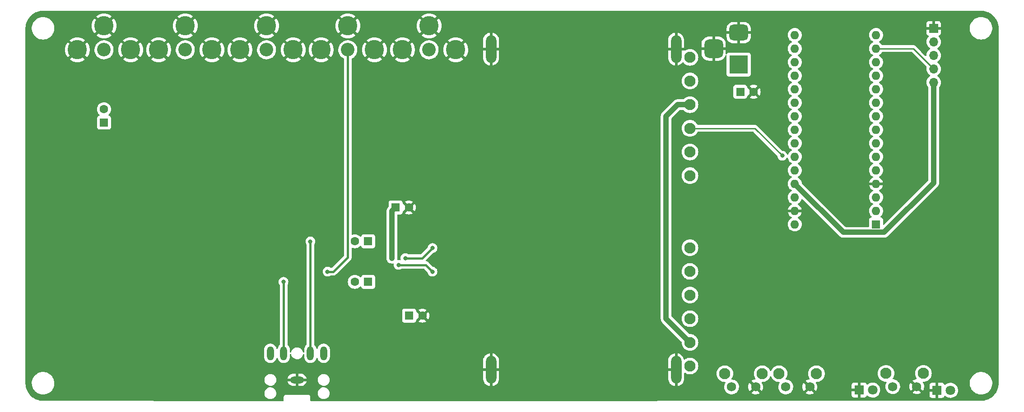
<source format=gbl>
G04 #@! TF.GenerationSoftware,KiCad,Pcbnew,(6.0.0)*
G04 #@! TF.CreationDate,2022-11-09T00:41:27-05:00*
G04 #@! TF.ProjectId,nano driven fm1236,6e616e6f-2064-4726-9976-656e20666d31,rev?*
G04 #@! TF.SameCoordinates,Original*
G04 #@! TF.FileFunction,Copper,L2,Bot*
G04 #@! TF.FilePolarity,Positive*
%FSLAX46Y46*%
G04 Gerber Fmt 4.6, Leading zero omitted, Abs format (unit mm)*
G04 Created by KiCad (PCBNEW (6.0.0)) date 2022-11-09 00:41:27*
%MOMM*%
%LPD*%
G01*
G04 APERTURE LIST*
G04 Aperture macros list*
%AMRoundRect*
0 Rectangle with rounded corners*
0 $1 Rounding radius*
0 $2 $3 $4 $5 $6 $7 $8 $9 X,Y pos of 4 corners*
0 Add a 4 corners polygon primitive as box body*
4,1,4,$2,$3,$4,$5,$6,$7,$8,$9,$2,$3,0*
0 Add four circle primitives for the rounded corners*
1,1,$1+$1,$2,$3*
1,1,$1+$1,$4,$5*
1,1,$1+$1,$6,$7*
1,1,$1+$1,$8,$9*
0 Add four rect primitives between the rounded corners*
20,1,$1+$1,$2,$3,$4,$5,0*
20,1,$1+$1,$4,$5,$6,$7,0*
20,1,$1+$1,$6,$7,$8,$9,0*
20,1,$1+$1,$8,$9,$2,$3,0*%
G04 Aperture macros list end*
G04 #@! TA.AperFunction,ComponentPad*
%ADD10R,1.600000X1.600000*%
G04 #@! TD*
G04 #@! TA.AperFunction,ComponentPad*
%ADD11C,1.600000*%
G04 #@! TD*
G04 #@! TA.AperFunction,ComponentPad*
%ADD12R,3.500000X3.500000*%
G04 #@! TD*
G04 #@! TA.AperFunction,ComponentPad*
%ADD13RoundRect,0.750000X-1.000000X0.750000X-1.000000X-0.750000X1.000000X-0.750000X1.000000X0.750000X0*%
G04 #@! TD*
G04 #@! TA.AperFunction,ComponentPad*
%ADD14RoundRect,0.875000X-0.875000X0.875000X-0.875000X-0.875000X0.875000X-0.875000X0.875000X0.875000X0*%
G04 #@! TD*
G04 #@! TA.AperFunction,ComponentPad*
%ADD15R,1.800000X1.800000*%
G04 #@! TD*
G04 #@! TA.AperFunction,ComponentPad*
%ADD16C,1.800000*%
G04 #@! TD*
G04 #@! TA.AperFunction,ComponentPad*
%ADD17C,3.616000*%
G04 #@! TD*
G04 #@! TA.AperFunction,ComponentPad*
%ADD18C,2.550000*%
G04 #@! TD*
G04 #@! TA.AperFunction,ComponentPad*
%ADD19O,1.600000X1.600000*%
G04 #@! TD*
G04 #@! TA.AperFunction,ComponentPad*
%ADD20C,2.100000*%
G04 #@! TD*
G04 #@! TA.AperFunction,ComponentPad*
%ADD21C,1.750000*%
G04 #@! TD*
G04 #@! TA.AperFunction,ComponentPad*
%ADD22O,2.000000X5.170000*%
G04 #@! TD*
G04 #@! TA.AperFunction,ComponentPad*
%ADD23O,2.616000X1.308000*%
G04 #@! TD*
G04 #@! TA.AperFunction,ComponentPad*
%ADD24O,1.308000X2.616000*%
G04 #@! TD*
G04 #@! TA.AperFunction,ComponentPad*
%ADD25R,1.700000X1.700000*%
G04 #@! TD*
G04 #@! TA.AperFunction,ComponentPad*
%ADD26O,1.700000X1.700000*%
G04 #@! TD*
G04 #@! TA.AperFunction,ViaPad*
%ADD27C,0.800000*%
G04 #@! TD*
G04 #@! TA.AperFunction,Conductor*
%ADD28C,0.250000*%
G04 #@! TD*
G04 #@! TA.AperFunction,Conductor*
%ADD29C,1.000000*%
G04 #@! TD*
G04 #@! TA.AperFunction,Conductor*
%ADD30C,0.400000*%
G04 #@! TD*
G04 APERTURE END LIST*
D10*
X183452888Y-72898000D03*
D11*
X185952888Y-72898000D03*
D12*
X183151000Y-67782000D03*
D13*
X183151000Y-61782000D03*
D14*
X178451000Y-64782000D03*
D10*
X113665000Y-100965000D03*
D11*
X111165000Y-100965000D03*
D15*
X220340000Y-128962500D03*
D16*
X222880000Y-128962500D03*
D17*
X99615000Y-65005000D03*
X89615000Y-65005000D03*
X94615000Y-60505000D03*
D18*
X94615000Y-65005000D03*
D17*
X130095000Y-65005000D03*
X120095000Y-65005000D03*
X125095000Y-60505000D03*
D18*
X125095000Y-65005000D03*
D10*
X118809888Y-94615000D03*
D11*
X121309888Y-94615000D03*
D10*
X113665000Y-108585000D03*
D11*
X111165000Y-108585000D03*
D10*
X64135000Y-78675113D03*
D11*
X64135000Y-76175113D03*
D17*
X84375000Y-65005000D03*
X74375000Y-65005000D03*
X79375000Y-60505000D03*
D18*
X79375000Y-65005000D03*
D10*
X208905000Y-97790000D03*
D19*
X208905000Y-95250000D03*
X208905000Y-92710000D03*
X208905000Y-90170000D03*
X208905000Y-87630000D03*
X208905000Y-85090000D03*
X208905000Y-82550000D03*
X208905000Y-80010000D03*
X208905000Y-77470000D03*
X208905000Y-74930000D03*
X208905000Y-72390000D03*
X208905000Y-69850000D03*
X208905000Y-67310000D03*
X208905000Y-64770000D03*
X208905000Y-62230000D03*
X193665000Y-62230000D03*
X193665000Y-64770000D03*
X193665000Y-67310000D03*
X193665000Y-69850000D03*
X193665000Y-72390000D03*
X193665000Y-74930000D03*
X193665000Y-77470000D03*
X193665000Y-80010000D03*
X193665000Y-82550000D03*
X193665000Y-85090000D03*
X193665000Y-87630000D03*
X193665000Y-90170000D03*
X193665000Y-92710000D03*
X193665000Y-95250000D03*
X193665000Y-97790000D03*
D20*
X180560000Y-125837500D03*
X187570000Y-125837500D03*
D21*
X186320000Y-128327500D03*
X181820000Y-128327500D03*
D10*
X121349888Y-114935000D03*
D11*
X123849888Y-114935000D03*
D20*
X174020000Y-66413000D03*
X174020000Y-70858000D03*
X174020000Y-75303000D03*
X174020000Y-79748000D03*
X174020000Y-84193000D03*
X174020000Y-88638000D03*
X174020000Y-102178000D03*
X174020000Y-106623000D03*
X174020000Y-111068000D03*
X174020000Y-115513000D03*
X174020000Y-119958000D03*
X174020000Y-124403000D03*
D22*
X136720000Y-64858000D03*
X136720000Y-125088000D03*
X171420000Y-125088000D03*
X171420000Y-64858000D03*
D20*
X190720000Y-125837500D03*
X197730000Y-125837500D03*
D21*
X196480000Y-128327500D03*
X191980000Y-128327500D03*
D15*
X205735000Y-128905000D03*
D16*
X208275000Y-128905000D03*
D20*
X210775000Y-125780000D03*
X217785000Y-125780000D03*
D21*
X216535000Y-128270000D03*
X212035000Y-128270000D03*
D23*
X100330000Y-127000000D03*
D24*
X105330000Y-122000000D03*
X95330000Y-122000000D03*
X102830000Y-122000000D03*
X97830000Y-122000000D03*
D25*
X219710000Y-60965000D03*
D26*
X219710000Y-63505000D03*
X219710000Y-66045000D03*
X219710000Y-68585000D03*
X219710000Y-71125000D03*
D17*
X114855000Y-65005000D03*
X104855000Y-65005000D03*
X109855000Y-60505000D03*
D18*
X109855000Y-65005000D03*
D17*
X69135000Y-65005000D03*
X59135000Y-65005000D03*
X64135000Y-60505000D03*
D18*
X64135000Y-65005000D03*
D27*
X206375000Y-62865000D03*
X215900000Y-68580000D03*
X196215000Y-62865000D03*
X107315000Y-110490000D03*
X215900000Y-62865000D03*
X191325000Y-84900000D03*
X169545000Y-86360000D03*
X118110000Y-104140000D03*
X97790000Y-108585000D03*
X106045000Y-106680000D03*
X102830000Y-101005000D03*
X125730000Y-106680000D03*
X119380000Y-105410000D03*
X120650000Y-104140000D03*
X125730000Y-102235000D03*
D28*
X191325000Y-84900000D02*
X186173000Y-79748000D01*
X186173000Y-79748000D02*
X174020000Y-79748000D01*
D29*
X210404511Y-99289511D02*
X219710000Y-89984022D01*
X169545000Y-77470000D02*
X169545000Y-115483000D01*
X202784511Y-99289511D02*
X210404511Y-99289511D01*
X171712000Y-75303000D02*
X169545000Y-77470000D01*
X219710000Y-89984022D02*
X219710000Y-71125000D01*
X174020000Y-75303000D02*
X171712000Y-75303000D01*
X169545000Y-115483000D02*
X174020000Y-119958000D01*
X193665000Y-90170000D02*
X202784511Y-99289511D01*
D28*
X208905000Y-64770000D02*
X215895000Y-64770000D01*
X215895000Y-64770000D02*
X219710000Y-68585000D01*
D29*
X118110000Y-95314888D02*
X118809888Y-94615000D01*
X118110000Y-104140000D02*
X118110000Y-95314888D01*
D30*
X106045000Y-106680000D02*
X107146366Y-106680000D01*
X97830000Y-108625000D02*
X97830000Y-122000000D01*
X107146366Y-106680000D02*
X109855000Y-103971366D01*
X97790000Y-108585000D02*
X97830000Y-108625000D01*
X109855000Y-103971366D02*
X109855000Y-65005000D01*
X102830000Y-122000000D02*
X102830000Y-101005000D01*
X125730000Y-106680000D02*
X124460000Y-105410000D01*
X124460000Y-105410000D02*
X119380000Y-105410000D01*
X123825000Y-104140000D02*
X120650000Y-104140000D01*
X125730000Y-102235000D02*
X123825000Y-104140000D01*
G04 #@! TA.AperFunction,Conductor*
G36*
X228570057Y-57659500D02*
G01*
X228584858Y-57661805D01*
X228584861Y-57661805D01*
X228593730Y-57663186D01*
X228612411Y-57660743D01*
X228635342Y-57659852D01*
X228938557Y-57675743D01*
X228951665Y-57677120D01*
X229191285Y-57715072D01*
X229280002Y-57729123D01*
X229292902Y-57731865D01*
X229614000Y-57817903D01*
X229626536Y-57821977D01*
X229899358Y-57926703D01*
X229936876Y-57941105D01*
X229948924Y-57946469D01*
X230245120Y-58097388D01*
X230256536Y-58103979D01*
X230535334Y-58285033D01*
X230545992Y-58292776D01*
X230793441Y-58493155D01*
X230804344Y-58501984D01*
X230814145Y-58510810D01*
X231049190Y-58745855D01*
X231058015Y-58755655D01*
X231200787Y-58931964D01*
X231267221Y-59014004D01*
X231274967Y-59024666D01*
X231456018Y-59303459D01*
X231462612Y-59314880D01*
X231613531Y-59611076D01*
X231618895Y-59623124D01*
X231737658Y-59932510D01*
X231738021Y-59933456D01*
X231742097Y-59945999D01*
X231756707Y-60000524D01*
X231828135Y-60267098D01*
X231830877Y-60279998D01*
X231871760Y-60538124D01*
X231882879Y-60608329D01*
X231884257Y-60621443D01*
X231899746Y-60916981D01*
X231899764Y-60917330D01*
X231898436Y-60943312D01*
X231898195Y-60944856D01*
X231898195Y-60944860D01*
X231896814Y-60953730D01*
X231897978Y-60962632D01*
X231897978Y-60962635D01*
X231900936Y-60985251D01*
X231902000Y-61001589D01*
X231902000Y-127585672D01*
X231900500Y-127605057D01*
X231898427Y-127618373D01*
X231896814Y-127628730D01*
X231899156Y-127646637D01*
X231899257Y-127647410D01*
X231900148Y-127670342D01*
X231884960Y-127960149D01*
X231884257Y-127973554D01*
X231882880Y-127986665D01*
X231855179Y-128161564D01*
X231830877Y-128315002D01*
X231828135Y-128327902D01*
X231742097Y-128649000D01*
X231738023Y-128661536D01*
X231693596Y-128777275D01*
X231618895Y-128971876D01*
X231613531Y-128983924D01*
X231462612Y-129280120D01*
X231456021Y-129291536D01*
X231274967Y-129570334D01*
X231267224Y-129580992D01*
X231062257Y-129834107D01*
X231058016Y-129839344D01*
X231049190Y-129849145D01*
X230814145Y-130084190D01*
X230804345Y-130093015D01*
X230558938Y-130291741D01*
X230545996Y-130302221D01*
X230535334Y-130309967D01*
X230256536Y-130491021D01*
X230245120Y-130497612D01*
X229948924Y-130648531D01*
X229936875Y-130653895D01*
X229626536Y-130773023D01*
X229614000Y-130777097D01*
X229292902Y-130863135D01*
X229280002Y-130865877D01*
X229191285Y-130879928D01*
X228951665Y-130917880D01*
X228938557Y-130919257D01*
X228642666Y-130934764D01*
X228616688Y-130933436D01*
X228615144Y-130933195D01*
X228615140Y-130933195D01*
X228606270Y-130931814D01*
X228574600Y-130935956D01*
X228558331Y-130937019D01*
X106328864Y-130992000D01*
X102964000Y-130992000D01*
X102895879Y-130971998D01*
X102849386Y-130918342D01*
X102838000Y-130866000D01*
X102838000Y-130308702D01*
X102838002Y-130307932D01*
X102838173Y-130279869D01*
X102838476Y-130230348D01*
X102836010Y-130221719D01*
X102836009Y-130221714D01*
X102830361Y-130201952D01*
X102826783Y-130185191D01*
X102823870Y-130164848D01*
X102823867Y-130164838D01*
X102822595Y-130155955D01*
X102811979Y-130132605D01*
X102805536Y-130115093D01*
X102800954Y-130099063D01*
X102798488Y-130090435D01*
X102782726Y-130065452D01*
X102774596Y-130050386D01*
X102762367Y-130023490D01*
X102745626Y-130004061D01*
X102734521Y-129989053D01*
X102725630Y-129974961D01*
X102720840Y-129967369D01*
X102698703Y-129947818D01*
X102686659Y-129935626D01*
X102673239Y-129920051D01*
X102673237Y-129920050D01*
X102667381Y-129913253D01*
X102659853Y-129908374D01*
X102659850Y-129908371D01*
X102645861Y-129899304D01*
X102630987Y-129888014D01*
X102626640Y-129884175D01*
X102611772Y-129871044D01*
X102603646Y-129867229D01*
X102603645Y-129867228D01*
X102597979Y-129864568D01*
X102585034Y-129858490D01*
X102570065Y-129850176D01*
X102545273Y-129834107D01*
X102520709Y-129826761D01*
X102503264Y-129820099D01*
X102496254Y-129816808D01*
X102480052Y-129809201D01*
X102450870Y-129804657D01*
X102434151Y-129800874D01*
X102414464Y-129794986D01*
X102414461Y-129794985D01*
X102405859Y-129792413D01*
X102396884Y-129792358D01*
X102396883Y-129792358D01*
X102390190Y-129792317D01*
X102371444Y-129792203D01*
X102370672Y-129792170D01*
X102369577Y-129792000D01*
X102338702Y-129792000D01*
X102337932Y-129791998D01*
X102264284Y-129791548D01*
X102264283Y-129791548D01*
X102260348Y-129791524D01*
X102259004Y-129791908D01*
X102257659Y-129792000D01*
X98338702Y-129792000D01*
X98337932Y-129791998D01*
X98337078Y-129791993D01*
X98260348Y-129791524D01*
X98251719Y-129793990D01*
X98251714Y-129793991D01*
X98231952Y-129799639D01*
X98215191Y-129803217D01*
X98194848Y-129806130D01*
X98194838Y-129806133D01*
X98185955Y-129807405D01*
X98162605Y-129818021D01*
X98145093Y-129824464D01*
X98137057Y-129826761D01*
X98120435Y-129831512D01*
X98095452Y-129847274D01*
X98080386Y-129855404D01*
X98053490Y-129867633D01*
X98034061Y-129884374D01*
X98019053Y-129895479D01*
X97997369Y-129909160D01*
X97979781Y-129929075D01*
X97977819Y-129931296D01*
X97965627Y-129943340D01*
X97943253Y-129962619D01*
X97938374Y-129970147D01*
X97938371Y-129970150D01*
X97929304Y-129984139D01*
X97918014Y-129999013D01*
X97901044Y-130018228D01*
X97888490Y-130044966D01*
X97880176Y-130059935D01*
X97864107Y-130084727D01*
X97861535Y-130093327D01*
X97856761Y-130109290D01*
X97850099Y-130126736D01*
X97839201Y-130149948D01*
X97834993Y-130176977D01*
X97834658Y-130179128D01*
X97830874Y-130195849D01*
X97824986Y-130215536D01*
X97824985Y-130215539D01*
X97822413Y-130224141D01*
X97822358Y-130233116D01*
X97822358Y-130233117D01*
X97822203Y-130258546D01*
X97822170Y-130259328D01*
X97822000Y-130260423D01*
X97822000Y-130291298D01*
X97821998Y-130292068D01*
X97821524Y-130369652D01*
X97821908Y-130370996D01*
X97822000Y-130372341D01*
X97822000Y-130866000D01*
X97801998Y-130934121D01*
X97748342Y-130980614D01*
X97696000Y-130992000D01*
X94330137Y-130992000D01*
X52754575Y-130937065D01*
X52735365Y-130935566D01*
X52711270Y-130931814D01*
X52692589Y-130934257D01*
X52669658Y-130935148D01*
X52366443Y-130919257D01*
X52353335Y-130917880D01*
X52113715Y-130879928D01*
X52024998Y-130865877D01*
X52012098Y-130863135D01*
X51691000Y-130777097D01*
X51678464Y-130773023D01*
X51368125Y-130653895D01*
X51356076Y-130648531D01*
X51059880Y-130497612D01*
X51048464Y-130491021D01*
X50769666Y-130309967D01*
X50759004Y-130302221D01*
X50746063Y-130291741D01*
X50500655Y-130093015D01*
X50490855Y-130084190D01*
X50255810Y-129849145D01*
X50246984Y-129839344D01*
X50242743Y-129834107D01*
X50037776Y-129580992D01*
X50030033Y-129570334D01*
X49848979Y-129291536D01*
X49842388Y-129280120D01*
X49691469Y-128983924D01*
X49686105Y-128971876D01*
X49611404Y-128777275D01*
X49566977Y-128661536D01*
X49562903Y-128649000D01*
X49476865Y-128327902D01*
X49474123Y-128315002D01*
X49449821Y-128161564D01*
X49422120Y-127986665D01*
X49420743Y-127973554D01*
X49420050Y-127960328D01*
X49409955Y-127767703D01*
X50595743Y-127767703D01*
X50596302Y-127771947D01*
X50596302Y-127771951D01*
X50603154Y-127823994D01*
X50633268Y-128052734D01*
X50634401Y-128056874D01*
X50634401Y-128056876D01*
X50637272Y-128067369D01*
X50709129Y-128330036D01*
X50710813Y-128333984D01*
X50810719Y-128568208D01*
X50821923Y-128594476D01*
X50884792Y-128699522D01*
X50965033Y-128833595D01*
X50969561Y-128841161D01*
X51149313Y-129065528D01*
X51254711Y-129165547D01*
X51352083Y-129257949D01*
X51357851Y-129263423D01*
X51477070Y-129349091D01*
X51578044Y-129421648D01*
X51591317Y-129431186D01*
X51595112Y-129433195D01*
X51595113Y-129433196D01*
X51616869Y-129444715D01*
X51845392Y-129565712D01*
X51947614Y-129603120D01*
X52110493Y-129662725D01*
X52115373Y-129664511D01*
X52396264Y-129725755D01*
X52424841Y-129728004D01*
X52619282Y-129743307D01*
X52619291Y-129743307D01*
X52621739Y-129743500D01*
X52777271Y-129743500D01*
X52779407Y-129743354D01*
X52779418Y-129743354D01*
X52987548Y-129729165D01*
X52987554Y-129729164D01*
X52991825Y-129728873D01*
X52996020Y-129728004D01*
X52996022Y-129728004D01*
X53200919Y-129685572D01*
X53273342Y-129670574D01*
X53544343Y-129574607D01*
X53729292Y-129479148D01*
X53794283Y-129445604D01*
X94217787Y-129445604D01*
X94227567Y-129656899D01*
X94228971Y-129662724D01*
X94228971Y-129662725D01*
X94275408Y-129855408D01*
X94277125Y-129862534D01*
X94279607Y-129867992D01*
X94279608Y-129867996D01*
X94322089Y-129961427D01*
X94364674Y-130055087D01*
X94436225Y-130155955D01*
X94483336Y-130222369D01*
X94487054Y-130227611D01*
X94581334Y-130317864D01*
X94634572Y-130368828D01*
X94639850Y-130373881D01*
X94817548Y-130488620D01*
X94832426Y-130494616D01*
X95008168Y-130565442D01*
X95008171Y-130565443D01*
X95013737Y-130567686D01*
X95221337Y-130608228D01*
X95226899Y-130608500D01*
X95382846Y-130608500D01*
X95540566Y-130593452D01*
X95743534Y-130533908D01*
X95814007Y-130497612D01*
X95926249Y-130439804D01*
X95926252Y-130439802D01*
X95931580Y-130437058D01*
X96097920Y-130306396D01*
X96101852Y-130301865D01*
X96101855Y-130301862D01*
X96232621Y-130151167D01*
X96236552Y-130146637D01*
X96239552Y-130141451D01*
X96239555Y-130141447D01*
X96339467Y-129968742D01*
X96342473Y-129963546D01*
X96411861Y-129763729D01*
X96417367Y-129725755D01*
X96441352Y-129560336D01*
X96441352Y-129560333D01*
X96442213Y-129554396D01*
X96437177Y-129445604D01*
X104217787Y-129445604D01*
X104227567Y-129656899D01*
X104228971Y-129662724D01*
X104228971Y-129662725D01*
X104275408Y-129855408D01*
X104277125Y-129862534D01*
X104279607Y-129867992D01*
X104279608Y-129867996D01*
X104322089Y-129961427D01*
X104364674Y-130055087D01*
X104436225Y-130155955D01*
X104483336Y-130222369D01*
X104487054Y-130227611D01*
X104581334Y-130317864D01*
X104634572Y-130368828D01*
X104639850Y-130373881D01*
X104817548Y-130488620D01*
X104832426Y-130494616D01*
X105008168Y-130565442D01*
X105008171Y-130565443D01*
X105013737Y-130567686D01*
X105221337Y-130608228D01*
X105226899Y-130608500D01*
X105382846Y-130608500D01*
X105540566Y-130593452D01*
X105743534Y-130533908D01*
X105814007Y-130497612D01*
X105926249Y-130439804D01*
X105926252Y-130439802D01*
X105931580Y-130437058D01*
X106097920Y-130306396D01*
X106101852Y-130301865D01*
X106101855Y-130301862D01*
X106232621Y-130151167D01*
X106236552Y-130146637D01*
X106239552Y-130141451D01*
X106239555Y-130141447D01*
X106339467Y-129968742D01*
X106342473Y-129963546D01*
X106382018Y-129849669D01*
X204327001Y-129849669D01*
X204327371Y-129856490D01*
X204332895Y-129907352D01*
X204336521Y-129922604D01*
X204381676Y-130043054D01*
X204390214Y-130058649D01*
X204466715Y-130160724D01*
X204479276Y-130173285D01*
X204581351Y-130249786D01*
X204596946Y-130258324D01*
X204717394Y-130303478D01*
X204732649Y-130307105D01*
X204783514Y-130312631D01*
X204790328Y-130313000D01*
X205462885Y-130313000D01*
X205478124Y-130308525D01*
X205479329Y-130307135D01*
X205481000Y-130299452D01*
X205481000Y-130294884D01*
X205989000Y-130294884D01*
X205993475Y-130310123D01*
X205994865Y-130311328D01*
X206002548Y-130312999D01*
X206679669Y-130312999D01*
X206686490Y-130312629D01*
X206737352Y-130307105D01*
X206752604Y-130303479D01*
X206873054Y-130258324D01*
X206888649Y-130249786D01*
X206990724Y-130173285D01*
X207003285Y-130160724D01*
X207079786Y-130058649D01*
X207088324Y-130043054D01*
X207109773Y-129985840D01*
X207152415Y-129929075D01*
X207218977Y-129904376D01*
X207288325Y-129919584D01*
X207308240Y-129933126D01*
X207458887Y-130058195D01*
X207464349Y-130062730D01*
X207664322Y-130179584D01*
X207669147Y-130181426D01*
X207669148Y-130181427D01*
X207722898Y-130201952D01*
X207880694Y-130262209D01*
X207885760Y-130263240D01*
X207885761Y-130263240D01*
X207938846Y-130274040D01*
X208107656Y-130308385D01*
X208238324Y-130313176D01*
X208333949Y-130316683D01*
X208333953Y-130316683D01*
X208339113Y-130316872D01*
X208344233Y-130316216D01*
X208344235Y-130316216D01*
X208453480Y-130302221D01*
X208568847Y-130287442D01*
X208573795Y-130285957D01*
X208573802Y-130285956D01*
X208785747Y-130222369D01*
X208790690Y-130220886D01*
X208801611Y-130215536D01*
X208994049Y-130121262D01*
X208994052Y-130121260D01*
X208998684Y-130118991D01*
X209187243Y-129984494D01*
X209264838Y-129907169D01*
X218932001Y-129907169D01*
X218932371Y-129913990D01*
X218937895Y-129964852D01*
X218941521Y-129980104D01*
X218986676Y-130100554D01*
X218995214Y-130116149D01*
X219071715Y-130218224D01*
X219084276Y-130230785D01*
X219186351Y-130307286D01*
X219201946Y-130315824D01*
X219322394Y-130360978D01*
X219337649Y-130364605D01*
X219388514Y-130370131D01*
X219395328Y-130370500D01*
X220067885Y-130370500D01*
X220083124Y-130366025D01*
X220084329Y-130364635D01*
X220086000Y-130356952D01*
X220086000Y-130352384D01*
X220594000Y-130352384D01*
X220598475Y-130367623D01*
X220599865Y-130368828D01*
X220607548Y-130370499D01*
X221284669Y-130370499D01*
X221291490Y-130370129D01*
X221342352Y-130364605D01*
X221357604Y-130360979D01*
X221478054Y-130315824D01*
X221493649Y-130307286D01*
X221595724Y-130230785D01*
X221608285Y-130218224D01*
X221684786Y-130116149D01*
X221693324Y-130100554D01*
X221714773Y-130043340D01*
X221757415Y-129986575D01*
X221823977Y-129961876D01*
X221893325Y-129977084D01*
X221913240Y-129990626D01*
X222064246Y-130115993D01*
X222069349Y-130120230D01*
X222269322Y-130237084D01*
X222274147Y-130238926D01*
X222274148Y-130238927D01*
X222276843Y-130239956D01*
X222485694Y-130319709D01*
X222490760Y-130320740D01*
X222490761Y-130320740D01*
X222543846Y-130331540D01*
X222712656Y-130365885D01*
X222843324Y-130370676D01*
X222938949Y-130374183D01*
X222938953Y-130374183D01*
X222944113Y-130374372D01*
X222949233Y-130373716D01*
X222949235Y-130373716D01*
X223048668Y-130360978D01*
X223173847Y-130344942D01*
X223178795Y-130343457D01*
X223178802Y-130343456D01*
X223390747Y-130279869D01*
X223395690Y-130278386D01*
X223426607Y-130263240D01*
X223599049Y-130178762D01*
X223599052Y-130178760D01*
X223603684Y-130176491D01*
X223792243Y-130041994D01*
X223956303Y-129878505D01*
X223963855Y-129867996D01*
X224007095Y-129807820D01*
X224091458Y-129690417D01*
X224100836Y-129671443D01*
X224191784Y-129487422D01*
X224191785Y-129487420D01*
X224194078Y-129482780D01*
X224261408Y-129261171D01*
X224291640Y-129031541D01*
X224293327Y-128962500D01*
X224283136Y-128838546D01*
X224274773Y-128736818D01*
X224274772Y-128736812D01*
X224274349Y-128731667D01*
X224239889Y-128594476D01*
X224219184Y-128512044D01*
X224219183Y-128512040D01*
X224217925Y-128507033D01*
X224203771Y-128474481D01*
X224127630Y-128299368D01*
X224127628Y-128299365D01*
X224125570Y-128294631D01*
X223999764Y-128100165D01*
X223994175Y-128094022D01*
X223917601Y-128009869D01*
X223843887Y-127928858D01*
X223839836Y-127925659D01*
X223839832Y-127925655D01*
X223666177Y-127788511D01*
X223666172Y-127788508D01*
X223662123Y-127785310D01*
X223657607Y-127782817D01*
X223657604Y-127782815D01*
X223630229Y-127767703D01*
X226490743Y-127767703D01*
X226491302Y-127771947D01*
X226491302Y-127771951D01*
X226498154Y-127823994D01*
X226528268Y-128052734D01*
X226529401Y-128056874D01*
X226529401Y-128056876D01*
X226532272Y-128067369D01*
X226604129Y-128330036D01*
X226605813Y-128333984D01*
X226705719Y-128568208D01*
X226716923Y-128594476D01*
X226779792Y-128699522D01*
X226860033Y-128833595D01*
X226864561Y-128841161D01*
X227044313Y-129065528D01*
X227149711Y-129165547D01*
X227247083Y-129257949D01*
X227252851Y-129263423D01*
X227372070Y-129349091D01*
X227473044Y-129421648D01*
X227486317Y-129431186D01*
X227490112Y-129433195D01*
X227490113Y-129433196D01*
X227511869Y-129444715D01*
X227740392Y-129565712D01*
X227842614Y-129603120D01*
X228005493Y-129662725D01*
X228010373Y-129664511D01*
X228291264Y-129725755D01*
X228319841Y-129728004D01*
X228514282Y-129743307D01*
X228514291Y-129743307D01*
X228516739Y-129743500D01*
X228672271Y-129743500D01*
X228674407Y-129743354D01*
X228674418Y-129743354D01*
X228882548Y-129729165D01*
X228882554Y-129729164D01*
X228886825Y-129728873D01*
X228891020Y-129728004D01*
X228891022Y-129728004D01*
X229095919Y-129685572D01*
X229168342Y-129670574D01*
X229439343Y-129574607D01*
X229624292Y-129479148D01*
X229691005Y-129444715D01*
X229691006Y-129444715D01*
X229694812Y-129442750D01*
X229698313Y-129440289D01*
X229698317Y-129440287D01*
X229875943Y-129315449D01*
X229930023Y-129277441D01*
X230017117Y-129196508D01*
X230137479Y-129084661D01*
X230137481Y-129084658D01*
X230140622Y-129081740D01*
X230322713Y-128859268D01*
X230472927Y-128614142D01*
X230497465Y-128558244D01*
X230586757Y-128354830D01*
X230588483Y-128350898D01*
X230667244Y-128074406D01*
X230668201Y-128067686D01*
X230707146Y-127794036D01*
X230707146Y-127794034D01*
X230707751Y-127789784D01*
X230707775Y-127785310D01*
X230709235Y-127506583D01*
X230709235Y-127506576D01*
X230709257Y-127502297D01*
X230708609Y-127497371D01*
X230685641Y-127322917D01*
X230671732Y-127217266D01*
X230663198Y-127186069D01*
X230637823Y-127093315D01*
X230595871Y-126939964D01*
X230511538Y-126742250D01*
X230484763Y-126679476D01*
X230484761Y-126679472D01*
X230483077Y-126675524D01*
X230369147Y-126485161D01*
X230337643Y-126432521D01*
X230337640Y-126432517D01*
X230335439Y-126428839D01*
X230155687Y-126204472D01*
X229960897Y-126019623D01*
X229950258Y-126009527D01*
X229950255Y-126009525D01*
X229947149Y-126006577D01*
X229713683Y-125838814D01*
X229691843Y-125827250D01*
X229636259Y-125797820D01*
X229459608Y-125704288D01*
X229189627Y-125605489D01*
X228908736Y-125544245D01*
X228877685Y-125541801D01*
X228685718Y-125526693D01*
X228685709Y-125526693D01*
X228683261Y-125526500D01*
X228527729Y-125526500D01*
X228525593Y-125526646D01*
X228525582Y-125526646D01*
X228317452Y-125540835D01*
X228317446Y-125540836D01*
X228313175Y-125541127D01*
X228308980Y-125541996D01*
X228308978Y-125541996D01*
X228172417Y-125570276D01*
X228031658Y-125599426D01*
X227760657Y-125695393D01*
X227505188Y-125827250D01*
X227501687Y-125829711D01*
X227501683Y-125829713D01*
X227413382Y-125891772D01*
X227269977Y-125992559D01*
X227230364Y-126029370D01*
X227092111Y-126157843D01*
X227059378Y-126188260D01*
X226877287Y-126410732D01*
X226727073Y-126655858D01*
X226725347Y-126659791D01*
X226725346Y-126659792D01*
X226709253Y-126696452D01*
X226611517Y-126919102D01*
X226610342Y-126923229D01*
X226610341Y-126923230D01*
X226604395Y-126944103D01*
X226532756Y-127195594D01*
X226492249Y-127480216D01*
X226492227Y-127484505D01*
X226492226Y-127484512D01*
X226490796Y-127757500D01*
X226490743Y-127767703D01*
X223630229Y-127767703D01*
X223463879Y-127675873D01*
X223463875Y-127675871D01*
X223459355Y-127673376D01*
X223454486Y-127671652D01*
X223454482Y-127671650D01*
X223245903Y-127597788D01*
X223245899Y-127597787D01*
X223241028Y-127596062D01*
X223235935Y-127595155D01*
X223235932Y-127595154D01*
X223018095Y-127556351D01*
X223018089Y-127556350D01*
X223013006Y-127555445D01*
X222935644Y-127554500D01*
X222786581Y-127552679D01*
X222786579Y-127552679D01*
X222781411Y-127552616D01*
X222552464Y-127587650D01*
X222332314Y-127659606D01*
X222327726Y-127661994D01*
X222327722Y-127661996D01*
X222193720Y-127731753D01*
X222126872Y-127766552D01*
X222122739Y-127769655D01*
X222122736Y-127769657D01*
X221950750Y-127898788D01*
X221941655Y-127905617D01*
X221938083Y-127909355D01*
X221923787Y-127924315D01*
X221862263Y-127959745D01*
X221791351Y-127956288D01*
X221733564Y-127915043D01*
X221714711Y-127881494D01*
X221693324Y-127824446D01*
X221684786Y-127808851D01*
X221608285Y-127706776D01*
X221595724Y-127694215D01*
X221493649Y-127617714D01*
X221478054Y-127609176D01*
X221357606Y-127564022D01*
X221342351Y-127560395D01*
X221291486Y-127554869D01*
X221284672Y-127554500D01*
X220612115Y-127554500D01*
X220596876Y-127558975D01*
X220595671Y-127560365D01*
X220594000Y-127568048D01*
X220594000Y-130352384D01*
X220086000Y-130352384D01*
X220086000Y-129234615D01*
X220081525Y-129219376D01*
X220080135Y-129218171D01*
X220072452Y-129216500D01*
X218950116Y-129216500D01*
X218934877Y-129220975D01*
X218933672Y-129222365D01*
X218932001Y-129230048D01*
X218932001Y-129907169D01*
X209264838Y-129907169D01*
X209351303Y-129821005D01*
X209364000Y-129803336D01*
X209407101Y-129743354D01*
X209486458Y-129632917D01*
X209492324Y-129621049D01*
X209586784Y-129429922D01*
X209586785Y-129429920D01*
X209589078Y-129425280D01*
X209656408Y-129203671D01*
X209686640Y-128974041D01*
X209687144Y-128953427D01*
X209688245Y-128908365D01*
X209688245Y-128908361D01*
X209688327Y-128905000D01*
X209677714Y-128775910D01*
X209669773Y-128679318D01*
X209669772Y-128679312D01*
X209669349Y-128674167D01*
X209629504Y-128515537D01*
X209614184Y-128454544D01*
X209614183Y-128454540D01*
X209612925Y-128449533D01*
X209593987Y-128405978D01*
X209522630Y-128241868D01*
X209522628Y-128241865D01*
X209520570Y-128237131D01*
X209394764Y-128042665D01*
X209360473Y-128004979D01*
X209345134Y-127988122D01*
X209238887Y-127871358D01*
X209234836Y-127868159D01*
X209234832Y-127868155D01*
X209061177Y-127731011D01*
X209061172Y-127731008D01*
X209057123Y-127727810D01*
X209052607Y-127725317D01*
X209052604Y-127725315D01*
X208858879Y-127618373D01*
X208858875Y-127618371D01*
X208854355Y-127615876D01*
X208849486Y-127614152D01*
X208849482Y-127614150D01*
X208640903Y-127540288D01*
X208640899Y-127540287D01*
X208636028Y-127538562D01*
X208630935Y-127537655D01*
X208630932Y-127537654D01*
X208413095Y-127498851D01*
X208413089Y-127498850D01*
X208408006Y-127497945D01*
X208329089Y-127496981D01*
X208181581Y-127495179D01*
X208181579Y-127495179D01*
X208176411Y-127495116D01*
X207947464Y-127530150D01*
X207727314Y-127602106D01*
X207722726Y-127604494D01*
X207722722Y-127604496D01*
X207528645Y-127705526D01*
X207521872Y-127709052D01*
X207517739Y-127712155D01*
X207517736Y-127712157D01*
X207342643Y-127843621D01*
X207336655Y-127848117D01*
X207333083Y-127851855D01*
X207318787Y-127866815D01*
X207257263Y-127902245D01*
X207186351Y-127898788D01*
X207128564Y-127857543D01*
X207109711Y-127823994D01*
X207088324Y-127766946D01*
X207079786Y-127751351D01*
X207003285Y-127649276D01*
X206990724Y-127636715D01*
X206888649Y-127560214D01*
X206873054Y-127551676D01*
X206752606Y-127506522D01*
X206737351Y-127502895D01*
X206686486Y-127497369D01*
X206679672Y-127497000D01*
X206007115Y-127497000D01*
X205991876Y-127501475D01*
X205990671Y-127502865D01*
X205989000Y-127510548D01*
X205989000Y-130294884D01*
X205481000Y-130294884D01*
X205481000Y-129177115D01*
X205476525Y-129161876D01*
X205475135Y-129160671D01*
X205467452Y-129159000D01*
X204345116Y-129159000D01*
X204329877Y-129163475D01*
X204328672Y-129164865D01*
X204327001Y-129172548D01*
X204327001Y-129849669D01*
X106382018Y-129849669D01*
X106411861Y-129763729D01*
X106417367Y-129725755D01*
X106441352Y-129560336D01*
X106441352Y-129560333D01*
X106442213Y-129554396D01*
X106432433Y-129343101D01*
X106397104Y-129196508D01*
X106384281Y-129143299D01*
X106384280Y-129143297D01*
X106382875Y-129137466D01*
X106367312Y-129103236D01*
X106307585Y-128971876D01*
X106295326Y-128944913D01*
X106182380Y-128785688D01*
X106176412Y-128777275D01*
X106176411Y-128777274D01*
X106172946Y-128772389D01*
X106020150Y-128626119D01*
X105842452Y-128511380D01*
X105782354Y-128487160D01*
X105651832Y-128434558D01*
X105651829Y-128434557D01*
X105646263Y-128432314D01*
X105438663Y-128391772D01*
X105433101Y-128391500D01*
X105277154Y-128391500D01*
X105119434Y-128406548D01*
X104916466Y-128466092D01*
X104911139Y-128468836D01*
X104911138Y-128468836D01*
X104733751Y-128560196D01*
X104733748Y-128560198D01*
X104728420Y-128562942D01*
X104562080Y-128693604D01*
X104558148Y-128698135D01*
X104558145Y-128698138D01*
X104482334Y-128785503D01*
X104423448Y-128853363D01*
X104420448Y-128858549D01*
X104420445Y-128858553D01*
X104344865Y-128989198D01*
X104317527Y-129036454D01*
X104248139Y-129236271D01*
X104247278Y-129242206D01*
X104247278Y-129242208D01*
X104219878Y-129431186D01*
X104217787Y-129445604D01*
X96437177Y-129445604D01*
X96432433Y-129343101D01*
X96397104Y-129196508D01*
X96384281Y-129143299D01*
X96384280Y-129143297D01*
X96382875Y-129137466D01*
X96367312Y-129103236D01*
X96307585Y-128971876D01*
X96295326Y-128944913D01*
X96182380Y-128785688D01*
X96176412Y-128777275D01*
X96176411Y-128777274D01*
X96172946Y-128772389D01*
X96020150Y-128626119D01*
X95842452Y-128511380D01*
X95782354Y-128487160D01*
X95651832Y-128434558D01*
X95651829Y-128434557D01*
X95646263Y-128432314D01*
X95438663Y-128391772D01*
X95433101Y-128391500D01*
X95277154Y-128391500D01*
X95119434Y-128406548D01*
X94916466Y-128466092D01*
X94911139Y-128468836D01*
X94911138Y-128468836D01*
X94733751Y-128560196D01*
X94733748Y-128560198D01*
X94728420Y-128562942D01*
X94562080Y-128693604D01*
X94558148Y-128698135D01*
X94558145Y-128698138D01*
X94482334Y-128785503D01*
X94423448Y-128853363D01*
X94420448Y-128858549D01*
X94420445Y-128858553D01*
X94344865Y-128989198D01*
X94317527Y-129036454D01*
X94248139Y-129236271D01*
X94247278Y-129242206D01*
X94247278Y-129242208D01*
X94219878Y-129431186D01*
X94217787Y-129445604D01*
X53794283Y-129445604D01*
X53796005Y-129444715D01*
X53796006Y-129444715D01*
X53799812Y-129442750D01*
X53803313Y-129440289D01*
X53803317Y-129440287D01*
X53980943Y-129315449D01*
X54035023Y-129277441D01*
X54122117Y-129196508D01*
X54242479Y-129084661D01*
X54242481Y-129084658D01*
X54245622Y-129081740D01*
X54427713Y-128859268D01*
X54577927Y-128614142D01*
X54602465Y-128558244D01*
X54691757Y-128354830D01*
X54693483Y-128350898D01*
X54772244Y-128074406D01*
X54773201Y-128067686D01*
X54812146Y-127794036D01*
X54812146Y-127794034D01*
X54812751Y-127789784D01*
X54812775Y-127785310D01*
X54814235Y-127506583D01*
X54814235Y-127506576D01*
X54814257Y-127502297D01*
X54813609Y-127497371D01*
X54790641Y-127322917D01*
X54776732Y-127217266D01*
X54768198Y-127186069D01*
X54742823Y-127093315D01*
X54702414Y-126945604D01*
X94217787Y-126945604D01*
X94227567Y-127156899D01*
X94228971Y-127162724D01*
X94228971Y-127162725D01*
X94267856Y-127324072D01*
X94277125Y-127362534D01*
X94279607Y-127367992D01*
X94279608Y-127367996D01*
X94325415Y-127468742D01*
X94364674Y-127555087D01*
X94433198Y-127651688D01*
X94472195Y-127706663D01*
X94487054Y-127727611D01*
X94550671Y-127788511D01*
X94633869Y-127868155D01*
X94639850Y-127873881D01*
X94817548Y-127988620D01*
X94839746Y-127997566D01*
X95008168Y-128065442D01*
X95008171Y-128065443D01*
X95013737Y-128067686D01*
X95221337Y-128108228D01*
X95226899Y-128108500D01*
X95382846Y-128108500D01*
X95540566Y-128093452D01*
X95743534Y-128033908D01*
X95748862Y-128031164D01*
X95926249Y-127939804D01*
X95926252Y-127939802D01*
X95931580Y-127937058D01*
X96097920Y-127806396D01*
X96101852Y-127801865D01*
X96101855Y-127801862D01*
X96232621Y-127651167D01*
X96236552Y-127646637D01*
X96239552Y-127641451D01*
X96239555Y-127641447D01*
X96339467Y-127468742D01*
X96342473Y-127463546D01*
X96408738Y-127272722D01*
X98543749Y-127272722D01*
X98547807Y-127296339D01*
X98550787Y-127307459D01*
X98620705Y-127496981D01*
X98625655Y-127507359D01*
X98728941Y-127680967D01*
X98735705Y-127690276D01*
X98868900Y-127842157D01*
X98877235Y-127850067D01*
X99035879Y-127975132D01*
X99045536Y-127981403D01*
X99224298Y-128075454D01*
X99234941Y-128079862D01*
X99427857Y-128139765D01*
X99439101Y-128142155D01*
X99603085Y-128161564D01*
X99610488Y-128162000D01*
X100057885Y-128162000D01*
X100073124Y-128157525D01*
X100074329Y-128156135D01*
X100076000Y-128148452D01*
X100076000Y-128143885D01*
X100584000Y-128143885D01*
X100588475Y-128159124D01*
X100589865Y-128160329D01*
X100597548Y-128162000D01*
X101035278Y-128162000D01*
X101041067Y-128161734D01*
X101190908Y-128147966D01*
X101202229Y-128145868D01*
X101396643Y-128091038D01*
X101407390Y-128086913D01*
X101588565Y-127997566D01*
X101598374Y-127991554D01*
X101760225Y-127870696D01*
X101768785Y-127862989D01*
X101905907Y-127714651D01*
X101912908Y-127705526D01*
X102020704Y-127534680D01*
X102025924Y-127524436D01*
X102100782Y-127336803D01*
X102104049Y-127325774D01*
X102114791Y-127271768D01*
X102113639Y-127258894D01*
X102098484Y-127254000D01*
X100602115Y-127254000D01*
X100586876Y-127258475D01*
X100585671Y-127259865D01*
X100584000Y-127267548D01*
X100584000Y-128143885D01*
X100076000Y-128143885D01*
X100076000Y-127272115D01*
X100071525Y-127256876D01*
X100070135Y-127255671D01*
X100062452Y-127254000D01*
X98558647Y-127254000D01*
X98545685Y-127257806D01*
X98543749Y-127272722D01*
X96408738Y-127272722D01*
X96411861Y-127263729D01*
X96412855Y-127256876D01*
X96441352Y-127060336D01*
X96441352Y-127060333D01*
X96442213Y-127054396D01*
X96437177Y-126945604D01*
X104217787Y-126945604D01*
X104227567Y-127156899D01*
X104228971Y-127162724D01*
X104228971Y-127162725D01*
X104267856Y-127324072D01*
X104277125Y-127362534D01*
X104279607Y-127367992D01*
X104279608Y-127367996D01*
X104325415Y-127468742D01*
X104364674Y-127555087D01*
X104433198Y-127651688D01*
X104472195Y-127706663D01*
X104487054Y-127727611D01*
X104550671Y-127788511D01*
X104633869Y-127868155D01*
X104639850Y-127873881D01*
X104817548Y-127988620D01*
X104839746Y-127997566D01*
X105008168Y-128065442D01*
X105008171Y-128065443D01*
X105013737Y-128067686D01*
X105221337Y-128108228D01*
X105226899Y-128108500D01*
X105382846Y-128108500D01*
X105540566Y-128093452D01*
X105743534Y-128033908D01*
X105748862Y-128031164D01*
X105926249Y-127939804D01*
X105926252Y-127939802D01*
X105931580Y-127937058D01*
X106097920Y-127806396D01*
X106101852Y-127801865D01*
X106101855Y-127801862D01*
X106232621Y-127651167D01*
X106236552Y-127646637D01*
X106239552Y-127641451D01*
X106239555Y-127641447D01*
X106339467Y-127468742D01*
X106342473Y-127463546D01*
X106411861Y-127263729D01*
X106412855Y-127256876D01*
X106441352Y-127060336D01*
X106441352Y-127060333D01*
X106442213Y-127054396D01*
X106432433Y-126843101D01*
X106405527Y-126731456D01*
X135212000Y-126731456D01*
X135212202Y-126736488D01*
X135226150Y-126909843D01*
X135227762Y-126919796D01*
X135283233Y-127145633D01*
X135286416Y-127155203D01*
X135377280Y-127369265D01*
X135381955Y-127378207D01*
X135505874Y-127574987D01*
X135511914Y-127583060D01*
X135665703Y-127757500D01*
X135672956Y-127764504D01*
X135852654Y-127912110D01*
X135860936Y-127917866D01*
X136061919Y-128034841D01*
X136071024Y-128039203D01*
X136288115Y-128122537D01*
X136297804Y-128125388D01*
X136448264Y-128156821D01*
X136462325Y-128155698D01*
X136466000Y-128145590D01*
X136466000Y-128143590D01*
X136974000Y-128143590D01*
X136978136Y-128157676D01*
X136991114Y-128159725D01*
X137008830Y-128157675D01*
X137018727Y-128155715D01*
X137242494Y-128092396D01*
X137251938Y-128088884D01*
X137462705Y-127990601D01*
X137471471Y-127985622D01*
X137663802Y-127854913D01*
X137671677Y-127848581D01*
X137840626Y-127688814D01*
X137847387Y-127681305D01*
X137988625Y-127496574D01*
X137994089Y-127488095D01*
X138103978Y-127283153D01*
X138108020Y-127273901D01*
X138183727Y-127054029D01*
X138186236Y-127044257D01*
X138226004Y-126814029D01*
X138226859Y-126806157D01*
X138227936Y-126782449D01*
X138228000Y-126779616D01*
X138228000Y-126731456D01*
X169912000Y-126731456D01*
X169912202Y-126736488D01*
X169926150Y-126909843D01*
X169927762Y-126919796D01*
X169983233Y-127145633D01*
X169986416Y-127155203D01*
X170077280Y-127369265D01*
X170081955Y-127378207D01*
X170205874Y-127574987D01*
X170211914Y-127583060D01*
X170365703Y-127757500D01*
X170372956Y-127764504D01*
X170552654Y-127912110D01*
X170560936Y-127917866D01*
X170761919Y-128034841D01*
X170771024Y-128039203D01*
X170988115Y-128122537D01*
X170997804Y-128125388D01*
X171148264Y-128156821D01*
X171162325Y-128155698D01*
X171166000Y-128145590D01*
X171166000Y-128143590D01*
X171674000Y-128143590D01*
X171678136Y-128157676D01*
X171691114Y-128159725D01*
X171708830Y-128157675D01*
X171718727Y-128155715D01*
X171942494Y-128092396D01*
X171951938Y-128088884D01*
X172162705Y-127990601D01*
X172171471Y-127985622D01*
X172363802Y-127854913D01*
X172371677Y-127848581D01*
X172540626Y-127688814D01*
X172547387Y-127681305D01*
X172688625Y-127496574D01*
X172694089Y-127488095D01*
X172803978Y-127283153D01*
X172808020Y-127273901D01*
X172883727Y-127054029D01*
X172886236Y-127044257D01*
X172926004Y-126814029D01*
X172926859Y-126806157D01*
X172927936Y-126782449D01*
X172928000Y-126779616D01*
X172928000Y-125786663D01*
X172948002Y-125718542D01*
X173001658Y-125672049D01*
X173071932Y-125661945D01*
X173119834Y-125679230D01*
X173158319Y-125702813D01*
X173310268Y-125795927D01*
X173422644Y-125842475D01*
X173532335Y-125887911D01*
X173532337Y-125887912D01*
X173536908Y-125889805D01*
X173604274Y-125905978D01*
X173770630Y-125945917D01*
X173770636Y-125945918D01*
X173775443Y-125947072D01*
X174020000Y-125966319D01*
X174264557Y-125947072D01*
X174269364Y-125945918D01*
X174269370Y-125945917D01*
X174435726Y-125905978D01*
X174503092Y-125889805D01*
X174507663Y-125887912D01*
X174507665Y-125887911D01*
X174617356Y-125842475D01*
X174629367Y-125837500D01*
X178996681Y-125837500D01*
X179015928Y-126082057D01*
X179017082Y-126086864D01*
X179017083Y-126086870D01*
X179040724Y-126185339D01*
X179073195Y-126320592D01*
X179075088Y-126325163D01*
X179075089Y-126325165D01*
X179084893Y-126348833D01*
X179167073Y-126547232D01*
X179245690Y-126675524D01*
X179286554Y-126742208D01*
X179295248Y-126756396D01*
X179298463Y-126760160D01*
X179298465Y-126760163D01*
X179407526Y-126887856D01*
X179454567Y-126942933D01*
X179458323Y-126946141D01*
X179637073Y-127098809D01*
X179641104Y-127102252D01*
X179645327Y-127104840D01*
X179645330Y-127104842D01*
X179704174Y-127140901D01*
X179850268Y-127230427D01*
X179955223Y-127273901D01*
X180072335Y-127322411D01*
X180072337Y-127322412D01*
X180076908Y-127324305D01*
X180152679Y-127342496D01*
X180310630Y-127380417D01*
X180310636Y-127380418D01*
X180315443Y-127381572D01*
X180549546Y-127399996D01*
X180615886Y-127425281D01*
X180658026Y-127482419D01*
X180662585Y-127553269D01*
X180643748Y-127596611D01*
X180615844Y-127637517D01*
X180615838Y-127637527D01*
X180612931Y-127641789D01*
X180610758Y-127646471D01*
X180610756Y-127646474D01*
X180519924Y-127842157D01*
X180517145Y-127848143D01*
X180487923Y-127953514D01*
X180460407Y-128052734D01*
X180456348Y-128067369D01*
X180455799Y-128072506D01*
X180434333Y-128273365D01*
X180432172Y-128293582D01*
X180432469Y-128298734D01*
X180432469Y-128298738D01*
X180437834Y-128391785D01*
X180445268Y-128520706D01*
X180446405Y-128525752D01*
X180446406Y-128525758D01*
X180470892Y-128634408D01*
X180495283Y-128742641D01*
X180580875Y-128953427D01*
X180699744Y-129147404D01*
X180703128Y-129151310D01*
X180703129Y-129151312D01*
X180737675Y-129191193D01*
X180848698Y-129319361D01*
X181023737Y-129464681D01*
X181028189Y-129467283D01*
X181028194Y-129467286D01*
X181214927Y-129576404D01*
X181220160Y-129579462D01*
X181432693Y-129660620D01*
X181437759Y-129661651D01*
X181437760Y-129661651D01*
X181474590Y-129669144D01*
X181655627Y-129705976D01*
X181783437Y-129710663D01*
X181877811Y-129714124D01*
X181877815Y-129714124D01*
X181882975Y-129714313D01*
X181888095Y-129713657D01*
X181888097Y-129713657D01*
X182103504Y-129686063D01*
X182103505Y-129686063D01*
X182108632Y-129685406D01*
X182113582Y-129683921D01*
X182321591Y-129621515D01*
X182321592Y-129621514D01*
X182326537Y-129620031D01*
X182530839Y-129519944D01*
X182535043Y-129516946D01*
X182535047Y-129516943D01*
X182599976Y-129470630D01*
X185541700Y-129470630D01*
X185546981Y-129477684D01*
X185715919Y-129576404D01*
X185725202Y-129580851D01*
X185928002Y-129658293D01*
X185937900Y-129661169D01*
X186150625Y-129704448D01*
X186160853Y-129705667D01*
X186377788Y-129713622D01*
X186388074Y-129713155D01*
X186603400Y-129685572D01*
X186613477Y-129683430D01*
X186821401Y-129621049D01*
X186830999Y-129617288D01*
X187025947Y-129521784D01*
X187034785Y-129516515D01*
X187087172Y-129479148D01*
X187095572Y-129468448D01*
X187088585Y-129455295D01*
X186332812Y-128699522D01*
X186318868Y-128691908D01*
X186317035Y-128692039D01*
X186310420Y-128696290D01*
X185548460Y-129458250D01*
X185541700Y-129470630D01*
X182599976Y-129470630D01*
X182711847Y-129390833D01*
X182711849Y-129390831D01*
X182716051Y-129387834D01*
X182877199Y-129227247D01*
X182913223Y-129177115D01*
X183006938Y-129046698D01*
X183006942Y-129046692D01*
X183009956Y-129042497D01*
X183100867Y-128858553D01*
X183108461Y-128843188D01*
X183108462Y-128843186D01*
X183110755Y-128838546D01*
X183167736Y-128651000D01*
X183175388Y-128625814D01*
X183175388Y-128625813D01*
X183176890Y-128620870D01*
X183178294Y-128610208D01*
X183206148Y-128398636D01*
X183206148Y-128398632D01*
X183206585Y-128395315D01*
X183207909Y-128341136D01*
X183208160Y-128330865D01*
X183208160Y-128330861D01*
X183208242Y-128327500D01*
X183205878Y-128298750D01*
X184932971Y-128298750D01*
X184945467Y-128515467D01*
X184946903Y-128525688D01*
X184994627Y-128737448D01*
X184997706Y-128747277D01*
X185079379Y-128948414D01*
X185084022Y-128957605D01*
X185168279Y-129095101D01*
X185178735Y-129104561D01*
X185187513Y-129100777D01*
X185947978Y-128340312D01*
X185955592Y-128326368D01*
X185955461Y-128324535D01*
X185951210Y-128317920D01*
X185191858Y-127558568D01*
X185180322Y-127552268D01*
X185168039Y-127561891D01*
X185116279Y-127637768D01*
X185111191Y-127646724D01*
X185019795Y-127843621D01*
X185016232Y-127853308D01*
X184958223Y-128062479D01*
X184956292Y-128072600D01*
X184933222Y-128288462D01*
X184932971Y-128298750D01*
X183205878Y-128298750D01*
X183189601Y-128100764D01*
X183134178Y-127880117D01*
X183058758Y-127706663D01*
X183045522Y-127676222D01*
X183045520Y-127676219D01*
X183043462Y-127671485D01*
X182936743Y-127506522D01*
X182922698Y-127484811D01*
X182922696Y-127484808D01*
X182919890Y-127480471D01*
X182766779Y-127312204D01*
X182607063Y-127186069D01*
X185543365Y-127186069D01*
X185550111Y-127198401D01*
X187448388Y-129096678D01*
X187460398Y-129103236D01*
X187472138Y-129094268D01*
X187506507Y-129046440D01*
X187511816Y-129037603D01*
X187607994Y-128843003D01*
X187611792Y-128833410D01*
X187674897Y-128625708D01*
X187677074Y-128615638D01*
X187705646Y-128398613D01*
X187706165Y-128391938D01*
X187707658Y-128330864D01*
X187707464Y-128324146D01*
X187689530Y-128106007D01*
X187687845Y-128095827D01*
X187634962Y-127885291D01*
X187631642Y-127875540D01*
X187545080Y-127676459D01*
X187540213Y-127667384D01*
X187492372Y-127593432D01*
X187472165Y-127525372D01*
X187491961Y-127457191D01*
X187545477Y-127410537D01*
X187588275Y-127399381D01*
X187814557Y-127381572D01*
X187819364Y-127380418D01*
X187819370Y-127380417D01*
X187977321Y-127342496D01*
X188053092Y-127324305D01*
X188057663Y-127322412D01*
X188057665Y-127322411D01*
X188174777Y-127273901D01*
X188279732Y-127230427D01*
X188425826Y-127140901D01*
X188484670Y-127104842D01*
X188484673Y-127104840D01*
X188488896Y-127102252D01*
X188492928Y-127098809D01*
X188671677Y-126946141D01*
X188675433Y-126942933D01*
X188722474Y-126887856D01*
X188831535Y-126760163D01*
X188831537Y-126760160D01*
X188834752Y-126756396D01*
X188843447Y-126742208D01*
X188884310Y-126675524D01*
X188962927Y-126547232D01*
X189028591Y-126388706D01*
X189073140Y-126333425D01*
X189140503Y-126311004D01*
X189209294Y-126328562D01*
X189257672Y-126380524D01*
X189261408Y-126388704D01*
X189327073Y-126547232D01*
X189405690Y-126675524D01*
X189446554Y-126742208D01*
X189455248Y-126756396D01*
X189458463Y-126760160D01*
X189458465Y-126760163D01*
X189567526Y-126887856D01*
X189614567Y-126942933D01*
X189618323Y-126946141D01*
X189797073Y-127098809D01*
X189801104Y-127102252D01*
X189805327Y-127104840D01*
X189805330Y-127104842D01*
X189864174Y-127140901D01*
X190010268Y-127230427D01*
X190115223Y-127273901D01*
X190232335Y-127322411D01*
X190232337Y-127322412D01*
X190236908Y-127324305D01*
X190312679Y-127342496D01*
X190470630Y-127380417D01*
X190470636Y-127380418D01*
X190475443Y-127381572D01*
X190709546Y-127399996D01*
X190775886Y-127425281D01*
X190818026Y-127482419D01*
X190822585Y-127553269D01*
X190803748Y-127596611D01*
X190775844Y-127637517D01*
X190775838Y-127637527D01*
X190772931Y-127641789D01*
X190770758Y-127646471D01*
X190770756Y-127646474D01*
X190679924Y-127842157D01*
X190677145Y-127848143D01*
X190647923Y-127953514D01*
X190620407Y-128052734D01*
X190616348Y-128067369D01*
X190615799Y-128072506D01*
X190594333Y-128273365D01*
X190592172Y-128293582D01*
X190592469Y-128298734D01*
X190592469Y-128298738D01*
X190597834Y-128391785D01*
X190605268Y-128520706D01*
X190606405Y-128525752D01*
X190606406Y-128525758D01*
X190630892Y-128634408D01*
X190655283Y-128742641D01*
X190740875Y-128953427D01*
X190859744Y-129147404D01*
X190863128Y-129151310D01*
X190863129Y-129151312D01*
X190897675Y-129191193D01*
X191008698Y-129319361D01*
X191183737Y-129464681D01*
X191188189Y-129467283D01*
X191188194Y-129467286D01*
X191374927Y-129576404D01*
X191380160Y-129579462D01*
X191592693Y-129660620D01*
X191597759Y-129661651D01*
X191597760Y-129661651D01*
X191634590Y-129669144D01*
X191815627Y-129705976D01*
X191943437Y-129710663D01*
X192037811Y-129714124D01*
X192037815Y-129714124D01*
X192042975Y-129714313D01*
X192048095Y-129713657D01*
X192048097Y-129713657D01*
X192263504Y-129686063D01*
X192263505Y-129686063D01*
X192268632Y-129685406D01*
X192273582Y-129683921D01*
X192481591Y-129621515D01*
X192481592Y-129621514D01*
X192486537Y-129620031D01*
X192690839Y-129519944D01*
X192695043Y-129516946D01*
X192695047Y-129516943D01*
X192759976Y-129470630D01*
X195701700Y-129470630D01*
X195706981Y-129477684D01*
X195875919Y-129576404D01*
X195885202Y-129580851D01*
X196088002Y-129658293D01*
X196097900Y-129661169D01*
X196310625Y-129704448D01*
X196320853Y-129705667D01*
X196537788Y-129713622D01*
X196548074Y-129713155D01*
X196763400Y-129685572D01*
X196773477Y-129683430D01*
X196981401Y-129621049D01*
X196990999Y-129617288D01*
X197185947Y-129521784D01*
X197194785Y-129516515D01*
X197247172Y-129479148D01*
X197255572Y-129468448D01*
X197248585Y-129455295D01*
X196492812Y-128699522D01*
X196478868Y-128691908D01*
X196477035Y-128692039D01*
X196470420Y-128696290D01*
X195708460Y-129458250D01*
X195701700Y-129470630D01*
X192759976Y-129470630D01*
X192871847Y-129390833D01*
X192871849Y-129390831D01*
X192876051Y-129387834D01*
X193037199Y-129227247D01*
X193073223Y-129177115D01*
X193166938Y-129046698D01*
X193166942Y-129046692D01*
X193169956Y-129042497D01*
X193260867Y-128858553D01*
X193268461Y-128843188D01*
X193268462Y-128843186D01*
X193270755Y-128838546D01*
X193327736Y-128651000D01*
X193335388Y-128625814D01*
X193335388Y-128625813D01*
X193336890Y-128620870D01*
X193338294Y-128610208D01*
X193366148Y-128398636D01*
X193366148Y-128398632D01*
X193366585Y-128395315D01*
X193367909Y-128341136D01*
X193368160Y-128330865D01*
X193368160Y-128330861D01*
X193368242Y-128327500D01*
X193365878Y-128298750D01*
X195092971Y-128298750D01*
X195105467Y-128515467D01*
X195106903Y-128525688D01*
X195154627Y-128737448D01*
X195157706Y-128747277D01*
X195239379Y-128948414D01*
X195244022Y-128957605D01*
X195328279Y-129095101D01*
X195338735Y-129104561D01*
X195347513Y-129100777D01*
X196107978Y-128340312D01*
X196115592Y-128326368D01*
X196115461Y-128324535D01*
X196111210Y-128317920D01*
X195351858Y-127558568D01*
X195340322Y-127552268D01*
X195328039Y-127561891D01*
X195276279Y-127637768D01*
X195271191Y-127646724D01*
X195179795Y-127843621D01*
X195176232Y-127853308D01*
X195118223Y-128062479D01*
X195116292Y-128072600D01*
X195093222Y-128288462D01*
X195092971Y-128298750D01*
X193365878Y-128298750D01*
X193349601Y-128100764D01*
X193294178Y-127880117D01*
X193218758Y-127706663D01*
X193205522Y-127676222D01*
X193205520Y-127676219D01*
X193203462Y-127671485D01*
X193096743Y-127506522D01*
X193082698Y-127484811D01*
X193082696Y-127484808D01*
X193079890Y-127480471D01*
X192926779Y-127312204D01*
X192767063Y-127186069D01*
X195703365Y-127186069D01*
X195710111Y-127198401D01*
X197608388Y-129096678D01*
X197620398Y-129103236D01*
X197632138Y-129094268D01*
X197666507Y-129046440D01*
X197671816Y-129037603D01*
X197767994Y-128843003D01*
X197771792Y-128833410D01*
X197832716Y-128632885D01*
X204327000Y-128632885D01*
X204331475Y-128648124D01*
X204332865Y-128649329D01*
X204340548Y-128651000D01*
X205462885Y-128651000D01*
X205478124Y-128646525D01*
X205479329Y-128645135D01*
X205481000Y-128637452D01*
X205481000Y-127515116D01*
X205476525Y-127499877D01*
X205475135Y-127498672D01*
X205467452Y-127497001D01*
X204790331Y-127497001D01*
X204783510Y-127497371D01*
X204732648Y-127502895D01*
X204717396Y-127506521D01*
X204596946Y-127551676D01*
X204581351Y-127560214D01*
X204479276Y-127636715D01*
X204466715Y-127649276D01*
X204390214Y-127751351D01*
X204381676Y-127766946D01*
X204336522Y-127887394D01*
X204332895Y-127902649D01*
X204327369Y-127953514D01*
X204327000Y-127960328D01*
X204327000Y-128632885D01*
X197832716Y-128632885D01*
X197834897Y-128625708D01*
X197837074Y-128615638D01*
X197865646Y-128398613D01*
X197866165Y-128391938D01*
X197867658Y-128330864D01*
X197867464Y-128324146D01*
X197849530Y-128106007D01*
X197847845Y-128095827D01*
X197794962Y-127885291D01*
X197791642Y-127875540D01*
X197705080Y-127676459D01*
X197700213Y-127667384D01*
X197652372Y-127593432D01*
X197632165Y-127525372D01*
X197651961Y-127457191D01*
X197705477Y-127410537D01*
X197748275Y-127399381D01*
X197974557Y-127381572D01*
X197979364Y-127380418D01*
X197979370Y-127380417D01*
X198137321Y-127342496D01*
X198213092Y-127324305D01*
X198217663Y-127322412D01*
X198217665Y-127322411D01*
X198334777Y-127273901D01*
X198439732Y-127230427D01*
X198585826Y-127140901D01*
X198644670Y-127104842D01*
X198644673Y-127104840D01*
X198648896Y-127102252D01*
X198652928Y-127098809D01*
X198831677Y-126946141D01*
X198835433Y-126942933D01*
X198882474Y-126887856D01*
X198991535Y-126760163D01*
X198991537Y-126760160D01*
X198994752Y-126756396D01*
X199003447Y-126742208D01*
X199044310Y-126675524D01*
X199122927Y-126547232D01*
X199205107Y-126348833D01*
X199214911Y-126325165D01*
X199214912Y-126325163D01*
X199216805Y-126320592D01*
X199249276Y-126185339D01*
X199272917Y-126086870D01*
X199272918Y-126086864D01*
X199274072Y-126082057D01*
X199293319Y-125837500D01*
X199288794Y-125780000D01*
X209211681Y-125780000D01*
X209230928Y-126024557D01*
X209232082Y-126029364D01*
X209232083Y-126029370D01*
X209243548Y-126077123D01*
X209288195Y-126263092D01*
X209382073Y-126489732D01*
X209465262Y-126625485D01*
X209506354Y-126692541D01*
X209510248Y-126698896D01*
X209513463Y-126702660D01*
X209513465Y-126702663D01*
X209596386Y-126799750D01*
X209669567Y-126885433D01*
X209673323Y-126888641D01*
X209806085Y-127002031D01*
X209856104Y-127044752D01*
X209860327Y-127047340D01*
X209860330Y-127047342D01*
X209880221Y-127059531D01*
X210065268Y-127172927D01*
X210172311Y-127217266D01*
X210287335Y-127264911D01*
X210287337Y-127264912D01*
X210291908Y-127266805D01*
X210360003Y-127283153D01*
X210525630Y-127322917D01*
X210525636Y-127322918D01*
X210530443Y-127324072D01*
X210764546Y-127342496D01*
X210830886Y-127367781D01*
X210873026Y-127424919D01*
X210877585Y-127495769D01*
X210858748Y-127539111D01*
X210830844Y-127580017D01*
X210830838Y-127580027D01*
X210827931Y-127584289D01*
X210825758Y-127588971D01*
X210825756Y-127588974D01*
X210735779Y-127782815D01*
X210732145Y-127790643D01*
X210702154Y-127898788D01*
X210676692Y-127990601D01*
X210671348Y-128009869D01*
X210670799Y-128015006D01*
X210650291Y-128206899D01*
X210647172Y-128236082D01*
X210647469Y-128241234D01*
X210647469Y-128241238D01*
X210652250Y-128324146D01*
X210660268Y-128463206D01*
X210661405Y-128468252D01*
X210661406Y-128468258D01*
X210682744Y-128562942D01*
X210710283Y-128685141D01*
X210795875Y-128895927D01*
X210914744Y-129089904D01*
X210918128Y-129093810D01*
X210918129Y-129093812D01*
X210927440Y-129104561D01*
X211063698Y-129261861D01*
X211238737Y-129407181D01*
X211243189Y-129409783D01*
X211243194Y-129409786D01*
X211361893Y-129479148D01*
X211435160Y-129521962D01*
X211647693Y-129603120D01*
X211652759Y-129604151D01*
X211652760Y-129604151D01*
X211719637Y-129617757D01*
X211870627Y-129648476D01*
X211998437Y-129653163D01*
X212092811Y-129656624D01*
X212092815Y-129656624D01*
X212097975Y-129656813D01*
X212103095Y-129656157D01*
X212103097Y-129656157D01*
X212318504Y-129628563D01*
X212318505Y-129628563D01*
X212323632Y-129627906D01*
X212328582Y-129626421D01*
X212536591Y-129564015D01*
X212536592Y-129564014D01*
X212541537Y-129562531D01*
X212745839Y-129462444D01*
X212750043Y-129459446D01*
X212750047Y-129459443D01*
X212814976Y-129413130D01*
X215756700Y-129413130D01*
X215761981Y-129420184D01*
X215930919Y-129518904D01*
X215940202Y-129523351D01*
X216143002Y-129600793D01*
X216152900Y-129603669D01*
X216365625Y-129646948D01*
X216375853Y-129648167D01*
X216592788Y-129656122D01*
X216603074Y-129655655D01*
X216818400Y-129628072D01*
X216828477Y-129625930D01*
X217036401Y-129563549D01*
X217045999Y-129559788D01*
X217240947Y-129464284D01*
X217249785Y-129459015D01*
X217302172Y-129421648D01*
X217310572Y-129410948D01*
X217303585Y-129397795D01*
X216547812Y-128642022D01*
X216533868Y-128634408D01*
X216532035Y-128634539D01*
X216525420Y-128638790D01*
X215763460Y-129400750D01*
X215756700Y-129413130D01*
X212814976Y-129413130D01*
X212926847Y-129333333D01*
X212926849Y-129333331D01*
X212931051Y-129330334D01*
X213092199Y-129169747D01*
X213145838Y-129095101D01*
X213221938Y-128989198D01*
X213221942Y-128989192D01*
X213224956Y-128984997D01*
X213294390Y-128844508D01*
X213323461Y-128785688D01*
X213323462Y-128785686D01*
X213325755Y-128781046D01*
X213391890Y-128563370D01*
X213397507Y-128520706D01*
X213421148Y-128341136D01*
X213421148Y-128341132D01*
X213421585Y-128337815D01*
X213421876Y-128325897D01*
X213423160Y-128273365D01*
X213423160Y-128273361D01*
X213423242Y-128270000D01*
X213420878Y-128241250D01*
X215147971Y-128241250D01*
X215160467Y-128457967D01*
X215161903Y-128468188D01*
X215209627Y-128679948D01*
X215212706Y-128689777D01*
X215294379Y-128890914D01*
X215299022Y-128900105D01*
X215383279Y-129037601D01*
X215393735Y-129047061D01*
X215402513Y-129043277D01*
X216162978Y-128282812D01*
X216170592Y-128268868D01*
X216170461Y-128267035D01*
X216166210Y-128260420D01*
X215406858Y-127501068D01*
X215395322Y-127494768D01*
X215383039Y-127504391D01*
X215331279Y-127580268D01*
X215326191Y-127589224D01*
X215234795Y-127786121D01*
X215231232Y-127795808D01*
X215173223Y-128004979D01*
X215171292Y-128015100D01*
X215148222Y-128230962D01*
X215147971Y-128241250D01*
X213420878Y-128241250D01*
X213404601Y-128043264D01*
X213349178Y-127822617D01*
X213285627Y-127676459D01*
X213260522Y-127618722D01*
X213260520Y-127618719D01*
X213258462Y-127613985D01*
X213174896Y-127484811D01*
X213137698Y-127427311D01*
X213137696Y-127427308D01*
X213134890Y-127422971D01*
X212981779Y-127254704D01*
X212822063Y-127128569D01*
X215758365Y-127128569D01*
X215765111Y-127140901D01*
X217663388Y-129039178D01*
X217675398Y-129045736D01*
X217687138Y-129036768D01*
X217721507Y-128988940D01*
X217726816Y-128980103D01*
X217822994Y-128785503D01*
X217826792Y-128775910D01*
X217852777Y-128690385D01*
X218932000Y-128690385D01*
X218936475Y-128705624D01*
X218937865Y-128706829D01*
X218945548Y-128708500D01*
X220067885Y-128708500D01*
X220083124Y-128704025D01*
X220084329Y-128702635D01*
X220086000Y-128694952D01*
X220086000Y-127572616D01*
X220081525Y-127557377D01*
X220080135Y-127556172D01*
X220072452Y-127554501D01*
X219395331Y-127554501D01*
X219388510Y-127554871D01*
X219337648Y-127560395D01*
X219322396Y-127564021D01*
X219201946Y-127609176D01*
X219186351Y-127617714D01*
X219084276Y-127694215D01*
X219071715Y-127706776D01*
X218995214Y-127808851D01*
X218986676Y-127824446D01*
X218941522Y-127944894D01*
X218937895Y-127960149D01*
X218932369Y-128011014D01*
X218932000Y-128017828D01*
X218932000Y-128690385D01*
X217852777Y-128690385D01*
X217889897Y-128568208D01*
X217892074Y-128558138D01*
X217920646Y-128341113D01*
X217921165Y-128334438D01*
X217922658Y-128273364D01*
X217922464Y-128266646D01*
X217904530Y-128048507D01*
X217902845Y-128038327D01*
X217849962Y-127827791D01*
X217846642Y-127818040D01*
X217760080Y-127618959D01*
X217755213Y-127609884D01*
X217707372Y-127535932D01*
X217687165Y-127467872D01*
X217706961Y-127399691D01*
X217760477Y-127353037D01*
X217803275Y-127341881D01*
X218029557Y-127324072D01*
X218034364Y-127322918D01*
X218034370Y-127322917D01*
X218199997Y-127283153D01*
X218268092Y-127266805D01*
X218272663Y-127264912D01*
X218272665Y-127264911D01*
X218387689Y-127217266D01*
X218494732Y-127172927D01*
X218679779Y-127059531D01*
X218699670Y-127047342D01*
X218699673Y-127047340D01*
X218703896Y-127044752D01*
X218753916Y-127002031D01*
X218886677Y-126888641D01*
X218890433Y-126885433D01*
X218963614Y-126799750D01*
X219046535Y-126702663D01*
X219046537Y-126702660D01*
X219049752Y-126698896D01*
X219053647Y-126692541D01*
X219094738Y-126625485D01*
X219177927Y-126489732D01*
X219271805Y-126263092D01*
X219316452Y-126077123D01*
X219327917Y-126029370D01*
X219327918Y-126029364D01*
X219329072Y-126024557D01*
X219348319Y-125780000D01*
X219329072Y-125535443D01*
X219326972Y-125526693D01*
X219283032Y-125343671D01*
X219271805Y-125296908D01*
X219177927Y-125070268D01*
X219094738Y-124934515D01*
X219052342Y-124865330D01*
X219052340Y-124865327D01*
X219049752Y-124861104D01*
X219024147Y-124831124D01*
X218893641Y-124678323D01*
X218890433Y-124674567D01*
X218774986Y-124575965D01*
X218707663Y-124518465D01*
X218707660Y-124518463D01*
X218703896Y-124515248D01*
X218699673Y-124512660D01*
X218699670Y-124512658D01*
X218585475Y-124442680D01*
X218494732Y-124387073D01*
X218350033Y-124327136D01*
X218272665Y-124295089D01*
X218272663Y-124295088D01*
X218268092Y-124293195D01*
X218185437Y-124273351D01*
X218034370Y-124237083D01*
X218034364Y-124237082D01*
X218029557Y-124235928D01*
X217785000Y-124216681D01*
X217540443Y-124235928D01*
X217535636Y-124237082D01*
X217535630Y-124237083D01*
X217384563Y-124273351D01*
X217301908Y-124293195D01*
X217297337Y-124295088D01*
X217297335Y-124295089D01*
X217219967Y-124327136D01*
X217075268Y-124387073D01*
X216984525Y-124442680D01*
X216870330Y-124512658D01*
X216870327Y-124512660D01*
X216866104Y-124515248D01*
X216862340Y-124518463D01*
X216862337Y-124518465D01*
X216795014Y-124575965D01*
X216679567Y-124674567D01*
X216676359Y-124678323D01*
X216545854Y-124831124D01*
X216520248Y-124861104D01*
X216517660Y-124865327D01*
X216517658Y-124865330D01*
X216475262Y-124934515D01*
X216392073Y-125070268D01*
X216298195Y-125296908D01*
X216286968Y-125343671D01*
X216243029Y-125526693D01*
X216240928Y-125535443D01*
X216221681Y-125780000D01*
X216240928Y-126024557D01*
X216242082Y-126029364D01*
X216242083Y-126029370D01*
X216253548Y-126077123D01*
X216298195Y-126263092D01*
X216392073Y-126489732D01*
X216518752Y-126696454D01*
X216537289Y-126764986D01*
X216515832Y-126832663D01*
X216461193Y-126877996D01*
X216430377Y-126886837D01*
X216218507Y-126919258D01*
X216208479Y-126921647D01*
X216002147Y-126989087D01*
X215992637Y-126993084D01*
X215800095Y-127093315D01*
X215791370Y-127098809D01*
X215766819Y-127117243D01*
X215758365Y-127128569D01*
X212822063Y-127128569D01*
X212803241Y-127113704D01*
X212787188Y-127104842D01*
X212706565Y-127060336D01*
X212604072Y-127003757D01*
X212599203Y-127002033D01*
X212599199Y-127002031D01*
X212394496Y-126929541D01*
X212394492Y-126929540D01*
X212389621Y-126927815D01*
X212384528Y-126926908D01*
X212384525Y-126926907D01*
X212170734Y-126888825D01*
X212170728Y-126888824D01*
X212165645Y-126887919D01*
X212157620Y-126887821D01*
X212147497Y-126887697D01*
X212079626Y-126866863D01*
X212033793Y-126812642D01*
X212024549Y-126742250D01*
X212041604Y-126695874D01*
X212167927Y-126489732D01*
X212261805Y-126263092D01*
X212306452Y-126077123D01*
X212317917Y-126029370D01*
X212317918Y-126029364D01*
X212319072Y-126024557D01*
X212338319Y-125780000D01*
X212319072Y-125535443D01*
X212316972Y-125526693D01*
X212273032Y-125343671D01*
X212261805Y-125296908D01*
X212167927Y-125070268D01*
X212084738Y-124934515D01*
X212042342Y-124865330D01*
X212042340Y-124865327D01*
X212039752Y-124861104D01*
X212014147Y-124831124D01*
X211883641Y-124678323D01*
X211880433Y-124674567D01*
X211764986Y-124575965D01*
X211697663Y-124518465D01*
X211697660Y-124518463D01*
X211693896Y-124515248D01*
X211689673Y-124512660D01*
X211689670Y-124512658D01*
X211575475Y-124442680D01*
X211484732Y-124387073D01*
X211340033Y-124327136D01*
X211262665Y-124295089D01*
X211262663Y-124295088D01*
X211258092Y-124293195D01*
X211175437Y-124273351D01*
X211024370Y-124237083D01*
X211024364Y-124237082D01*
X211019557Y-124235928D01*
X210775000Y-124216681D01*
X210530443Y-124235928D01*
X210525636Y-124237082D01*
X210525630Y-124237083D01*
X210374563Y-124273351D01*
X210291908Y-124293195D01*
X210287337Y-124295088D01*
X210287335Y-124295089D01*
X210209967Y-124327136D01*
X210065268Y-124387073D01*
X209974525Y-124442680D01*
X209860330Y-124512658D01*
X209860327Y-124512660D01*
X209856104Y-124515248D01*
X209852340Y-124518463D01*
X209852337Y-124518465D01*
X209785014Y-124575965D01*
X209669567Y-124674567D01*
X209666359Y-124678323D01*
X209535854Y-124831124D01*
X209510248Y-124861104D01*
X209507660Y-124865327D01*
X209507658Y-124865330D01*
X209465262Y-124934515D01*
X209382073Y-125070268D01*
X209288195Y-125296908D01*
X209276968Y-125343671D01*
X209233029Y-125526693D01*
X209230928Y-125535443D01*
X209211681Y-125780000D01*
X199288794Y-125780000D01*
X199274072Y-125592943D01*
X199258121Y-125526500D01*
X199217960Y-125359220D01*
X199216805Y-125354408D01*
X199211666Y-125342000D01*
X199124820Y-125132339D01*
X199122927Y-125127768D01*
X198994752Y-124918604D01*
X198949252Y-124865330D01*
X198838641Y-124735823D01*
X198835433Y-124732067D01*
X198831677Y-124728859D01*
X198652663Y-124575965D01*
X198652660Y-124575963D01*
X198648896Y-124572748D01*
X198644673Y-124570160D01*
X198644670Y-124570158D01*
X198575485Y-124527762D01*
X198439732Y-124444573D01*
X198295033Y-124384636D01*
X198217665Y-124352589D01*
X198217663Y-124352588D01*
X198213092Y-124350695D01*
X198130437Y-124330851D01*
X197979370Y-124294583D01*
X197979364Y-124294582D01*
X197974557Y-124293428D01*
X197730000Y-124274181D01*
X197485443Y-124293428D01*
X197480636Y-124294582D01*
X197480630Y-124294583D01*
X197329563Y-124330851D01*
X197246908Y-124350695D01*
X197242337Y-124352588D01*
X197242335Y-124352589D01*
X197164967Y-124384636D01*
X197020268Y-124444573D01*
X196884515Y-124527762D01*
X196815330Y-124570158D01*
X196815327Y-124570160D01*
X196811104Y-124572748D01*
X196807340Y-124575963D01*
X196807337Y-124575965D01*
X196628323Y-124728859D01*
X196624567Y-124732067D01*
X196621359Y-124735823D01*
X196510749Y-124865330D01*
X196465248Y-124918604D01*
X196337073Y-125127768D01*
X196335180Y-125132339D01*
X196248335Y-125342000D01*
X196243195Y-125354408D01*
X196242040Y-125359220D01*
X196201880Y-125526500D01*
X196185928Y-125592943D01*
X196166681Y-125837500D01*
X196185928Y-126082057D01*
X196187082Y-126086864D01*
X196187083Y-126086870D01*
X196210724Y-126185339D01*
X196243195Y-126320592D01*
X196245088Y-126325163D01*
X196245089Y-126325165D01*
X196254893Y-126348833D01*
X196337073Y-126547232D01*
X196463752Y-126753954D01*
X196482289Y-126822486D01*
X196460832Y-126890163D01*
X196406193Y-126935496D01*
X196375377Y-126944337D01*
X196163507Y-126976758D01*
X196153479Y-126979147D01*
X195947147Y-127046587D01*
X195937637Y-127050584D01*
X195745095Y-127150815D01*
X195736370Y-127156309D01*
X195711819Y-127174743D01*
X195703365Y-127186069D01*
X192767063Y-127186069D01*
X192748241Y-127171204D01*
X192732882Y-127162725D01*
X192671008Y-127128569D01*
X192549072Y-127061257D01*
X192544203Y-127059533D01*
X192544199Y-127059531D01*
X192339496Y-126987041D01*
X192339492Y-126987040D01*
X192334621Y-126985315D01*
X192329528Y-126984408D01*
X192329525Y-126984407D01*
X192115734Y-126946325D01*
X192115728Y-126946324D01*
X192110645Y-126945419D01*
X192102620Y-126945321D01*
X192092497Y-126945197D01*
X192024626Y-126924363D01*
X191978793Y-126870142D01*
X191969549Y-126799750D01*
X191986604Y-126753374D01*
X192112927Y-126547232D01*
X192195107Y-126348833D01*
X192204911Y-126325165D01*
X192204912Y-126325163D01*
X192206805Y-126320592D01*
X192239276Y-126185339D01*
X192262917Y-126086870D01*
X192262918Y-126086864D01*
X192264072Y-126082057D01*
X192283319Y-125837500D01*
X192264072Y-125592943D01*
X192248121Y-125526500D01*
X192207960Y-125359220D01*
X192206805Y-125354408D01*
X192201666Y-125342000D01*
X192114820Y-125132339D01*
X192112927Y-125127768D01*
X191984752Y-124918604D01*
X191939252Y-124865330D01*
X191828641Y-124735823D01*
X191825433Y-124732067D01*
X191821677Y-124728859D01*
X191642663Y-124575965D01*
X191642660Y-124575963D01*
X191638896Y-124572748D01*
X191634673Y-124570160D01*
X191634670Y-124570158D01*
X191565485Y-124527762D01*
X191429732Y-124444573D01*
X191285033Y-124384636D01*
X191207665Y-124352589D01*
X191207663Y-124352588D01*
X191203092Y-124350695D01*
X191120437Y-124330851D01*
X190969370Y-124294583D01*
X190969364Y-124294582D01*
X190964557Y-124293428D01*
X190720000Y-124274181D01*
X190475443Y-124293428D01*
X190470636Y-124294582D01*
X190470630Y-124294583D01*
X190319563Y-124330851D01*
X190236908Y-124350695D01*
X190232337Y-124352588D01*
X190232335Y-124352589D01*
X190154967Y-124384636D01*
X190010268Y-124444573D01*
X189874515Y-124527762D01*
X189805330Y-124570158D01*
X189805327Y-124570160D01*
X189801104Y-124572748D01*
X189797340Y-124575963D01*
X189797337Y-124575965D01*
X189618323Y-124728859D01*
X189614567Y-124732067D01*
X189611359Y-124735823D01*
X189500749Y-124865330D01*
X189455248Y-124918604D01*
X189327073Y-125127768D01*
X189325180Y-125132339D01*
X189261409Y-125286294D01*
X189216860Y-125341575D01*
X189149497Y-125363996D01*
X189080706Y-125346438D01*
X189032328Y-125294476D01*
X189028591Y-125286294D01*
X188964820Y-125132339D01*
X188962927Y-125127768D01*
X188834752Y-124918604D01*
X188789252Y-124865330D01*
X188678641Y-124735823D01*
X188675433Y-124732067D01*
X188671677Y-124728859D01*
X188492663Y-124575965D01*
X188492660Y-124575963D01*
X188488896Y-124572748D01*
X188484673Y-124570160D01*
X188484670Y-124570158D01*
X188415485Y-124527762D01*
X188279732Y-124444573D01*
X188135033Y-124384636D01*
X188057665Y-124352589D01*
X188057663Y-124352588D01*
X188053092Y-124350695D01*
X187970437Y-124330851D01*
X187819370Y-124294583D01*
X187819364Y-124294582D01*
X187814557Y-124293428D01*
X187570000Y-124274181D01*
X187325443Y-124293428D01*
X187320636Y-124294582D01*
X187320630Y-124294583D01*
X187169563Y-124330851D01*
X187086908Y-124350695D01*
X187082337Y-124352588D01*
X187082335Y-124352589D01*
X187004967Y-124384636D01*
X186860268Y-124444573D01*
X186724515Y-124527762D01*
X186655330Y-124570158D01*
X186655327Y-124570160D01*
X186651104Y-124572748D01*
X186647340Y-124575963D01*
X186647337Y-124575965D01*
X186468323Y-124728859D01*
X186464567Y-124732067D01*
X186461359Y-124735823D01*
X186350749Y-124865330D01*
X186305248Y-124918604D01*
X186177073Y-125127768D01*
X186175180Y-125132339D01*
X186088335Y-125342000D01*
X186083195Y-125354408D01*
X186082040Y-125359220D01*
X186041880Y-125526500D01*
X186025928Y-125592943D01*
X186006681Y-125837500D01*
X186025928Y-126082057D01*
X186027082Y-126086864D01*
X186027083Y-126086870D01*
X186050724Y-126185339D01*
X186083195Y-126320592D01*
X186085088Y-126325163D01*
X186085089Y-126325165D01*
X186094893Y-126348833D01*
X186177073Y-126547232D01*
X186303752Y-126753954D01*
X186322289Y-126822486D01*
X186300832Y-126890163D01*
X186246193Y-126935496D01*
X186215377Y-126944337D01*
X186003507Y-126976758D01*
X185993479Y-126979147D01*
X185787147Y-127046587D01*
X185777637Y-127050584D01*
X185585095Y-127150815D01*
X185576370Y-127156309D01*
X185551819Y-127174743D01*
X185543365Y-127186069D01*
X182607063Y-127186069D01*
X182588241Y-127171204D01*
X182572882Y-127162725D01*
X182511008Y-127128569D01*
X182389072Y-127061257D01*
X182384203Y-127059533D01*
X182384199Y-127059531D01*
X182179496Y-126987041D01*
X182179492Y-126987040D01*
X182174621Y-126985315D01*
X182169528Y-126984408D01*
X182169525Y-126984407D01*
X181955734Y-126946325D01*
X181955728Y-126946324D01*
X181950645Y-126945419D01*
X181942620Y-126945321D01*
X181932497Y-126945197D01*
X181864626Y-126924363D01*
X181818793Y-126870142D01*
X181809549Y-126799750D01*
X181826604Y-126753374D01*
X181952927Y-126547232D01*
X182035107Y-126348833D01*
X182044911Y-126325165D01*
X182044912Y-126325163D01*
X182046805Y-126320592D01*
X182079276Y-126185339D01*
X182102917Y-126086870D01*
X182102918Y-126086864D01*
X182104072Y-126082057D01*
X182123319Y-125837500D01*
X182104072Y-125592943D01*
X182088121Y-125526500D01*
X182047960Y-125359220D01*
X182046805Y-125354408D01*
X182041666Y-125342000D01*
X181954820Y-125132339D01*
X181952927Y-125127768D01*
X181824752Y-124918604D01*
X181779252Y-124865330D01*
X181668641Y-124735823D01*
X181665433Y-124732067D01*
X181661677Y-124728859D01*
X181482663Y-124575965D01*
X181482660Y-124575963D01*
X181478896Y-124572748D01*
X181474673Y-124570160D01*
X181474670Y-124570158D01*
X181405485Y-124527762D01*
X181269732Y-124444573D01*
X181125033Y-124384636D01*
X181047665Y-124352589D01*
X181047663Y-124352588D01*
X181043092Y-124350695D01*
X180960437Y-124330851D01*
X180809370Y-124294583D01*
X180809364Y-124294582D01*
X180804557Y-124293428D01*
X180560000Y-124274181D01*
X180315443Y-124293428D01*
X180310636Y-124294582D01*
X180310630Y-124294583D01*
X180159563Y-124330851D01*
X180076908Y-124350695D01*
X180072337Y-124352588D01*
X180072335Y-124352589D01*
X179994967Y-124384636D01*
X179850268Y-124444573D01*
X179714515Y-124527762D01*
X179645330Y-124570158D01*
X179645327Y-124570160D01*
X179641104Y-124572748D01*
X179637340Y-124575963D01*
X179637337Y-124575965D01*
X179458323Y-124728859D01*
X179454567Y-124732067D01*
X179451359Y-124735823D01*
X179340749Y-124865330D01*
X179295248Y-124918604D01*
X179167073Y-125127768D01*
X179165180Y-125132339D01*
X179078335Y-125342000D01*
X179073195Y-125354408D01*
X179072040Y-125359220D01*
X179031880Y-125526500D01*
X179015928Y-125592943D01*
X178996681Y-125837500D01*
X174629367Y-125837500D01*
X174729732Y-125795927D01*
X174881681Y-125702813D01*
X174934670Y-125670342D01*
X174934673Y-125670340D01*
X174938896Y-125667752D01*
X175017221Y-125600856D01*
X175121677Y-125511641D01*
X175125433Y-125508433D01*
X175252874Y-125359220D01*
X175281535Y-125325663D01*
X175281537Y-125325660D01*
X175284752Y-125321896D01*
X175412927Y-125112732D01*
X175506805Y-124886092D01*
X175556686Y-124678323D01*
X175562917Y-124652370D01*
X175562918Y-124652364D01*
X175564072Y-124647557D01*
X175583319Y-124403000D01*
X175564072Y-124158443D01*
X175506805Y-123919908D01*
X175412927Y-123693268D01*
X175284752Y-123484104D01*
X175262150Y-123457640D01*
X175128641Y-123301323D01*
X175125433Y-123297567D01*
X175121677Y-123294359D01*
X174942663Y-123141465D01*
X174942660Y-123141463D01*
X174938896Y-123138248D01*
X174934673Y-123135660D01*
X174934670Y-123135658D01*
X174825625Y-123068836D01*
X174729732Y-123010073D01*
X174553998Y-122937281D01*
X174507665Y-122918089D01*
X174507663Y-122918088D01*
X174503092Y-122916195D01*
X174398164Y-122891004D01*
X174269370Y-122860083D01*
X174269364Y-122860082D01*
X174264557Y-122858928D01*
X174020000Y-122839681D01*
X173775443Y-122858928D01*
X173770636Y-122860082D01*
X173770630Y-122860083D01*
X173641836Y-122891004D01*
X173536908Y-122916195D01*
X173532337Y-122918088D01*
X173532335Y-122918089D01*
X173486002Y-122937281D01*
X173310268Y-123010073D01*
X173214375Y-123068836D01*
X173105330Y-123135658D01*
X173105327Y-123135660D01*
X173101104Y-123138248D01*
X173076475Y-123159284D01*
X173011687Y-123188315D01*
X172941487Y-123177711D01*
X172888164Y-123130837D01*
X172872281Y-123093529D01*
X172856766Y-123030364D01*
X172853584Y-123020797D01*
X172762720Y-122806735D01*
X172758045Y-122797793D01*
X172634126Y-122601013D01*
X172628086Y-122592940D01*
X172474297Y-122418500D01*
X172467044Y-122411496D01*
X172287346Y-122263890D01*
X172279064Y-122258134D01*
X172078081Y-122141159D01*
X172068976Y-122136797D01*
X171851885Y-122053463D01*
X171842196Y-122050612D01*
X171691736Y-122019179D01*
X171677675Y-122020302D01*
X171674000Y-122030410D01*
X171674000Y-128143590D01*
X171166000Y-128143590D01*
X171166000Y-125360115D01*
X171161525Y-125344876D01*
X171160135Y-125343671D01*
X171152452Y-125342000D01*
X169930115Y-125342000D01*
X169914876Y-125346475D01*
X169913671Y-125347865D01*
X169912000Y-125355548D01*
X169912000Y-126731456D01*
X138228000Y-126731456D01*
X138228000Y-125360115D01*
X138223525Y-125344876D01*
X138222135Y-125343671D01*
X138214452Y-125342000D01*
X136992115Y-125342000D01*
X136976876Y-125346475D01*
X136975671Y-125347865D01*
X136974000Y-125355548D01*
X136974000Y-128143590D01*
X136466000Y-128143590D01*
X136466000Y-125360115D01*
X136461525Y-125344876D01*
X136460135Y-125343671D01*
X136452452Y-125342000D01*
X135230115Y-125342000D01*
X135214876Y-125346475D01*
X135213671Y-125347865D01*
X135212000Y-125355548D01*
X135212000Y-126731456D01*
X106405527Y-126731456D01*
X106396148Y-126692541D01*
X106384281Y-126643299D01*
X106384280Y-126643297D01*
X106382875Y-126637466D01*
X106343764Y-126551445D01*
X106309262Y-126475564D01*
X106295326Y-126444913D01*
X106172946Y-126272389D01*
X106053289Y-126157843D01*
X106024480Y-126130264D01*
X106020150Y-126126119D01*
X105842452Y-126011380D01*
X105782354Y-125987160D01*
X105651832Y-125934558D01*
X105651829Y-125934557D01*
X105646263Y-125932314D01*
X105438663Y-125891772D01*
X105433101Y-125891500D01*
X105277154Y-125891500D01*
X105119434Y-125906548D01*
X104916466Y-125966092D01*
X104911139Y-125968836D01*
X104911138Y-125968836D01*
X104733751Y-126060196D01*
X104733748Y-126060198D01*
X104728420Y-126062942D01*
X104562080Y-126193604D01*
X104558148Y-126198135D01*
X104558145Y-126198138D01*
X104474549Y-126294474D01*
X104423448Y-126353363D01*
X104420448Y-126358549D01*
X104420445Y-126358553D01*
X104342119Y-126493945D01*
X104317527Y-126536454D01*
X104248139Y-126736271D01*
X104247278Y-126742206D01*
X104247278Y-126742208D01*
X104219253Y-126935496D01*
X104217787Y-126945604D01*
X96437177Y-126945604D01*
X96432433Y-126843101D01*
X96404750Y-126728232D01*
X98545209Y-126728232D01*
X98546361Y-126741106D01*
X98561516Y-126746000D01*
X100057885Y-126746000D01*
X100073124Y-126741525D01*
X100074329Y-126740135D01*
X100076000Y-126732452D01*
X100076000Y-126727885D01*
X100584000Y-126727885D01*
X100588475Y-126743124D01*
X100589865Y-126744329D01*
X100597548Y-126746000D01*
X102101353Y-126746000D01*
X102114315Y-126742194D01*
X102116251Y-126727278D01*
X102112193Y-126703661D01*
X102109213Y-126692541D01*
X102039295Y-126503019D01*
X102034345Y-126492641D01*
X101931059Y-126319033D01*
X101924295Y-126309724D01*
X101791100Y-126157843D01*
X101782765Y-126149933D01*
X101624121Y-126024868D01*
X101614464Y-126018597D01*
X101435702Y-125924546D01*
X101425059Y-125920138D01*
X101232143Y-125860235D01*
X101220899Y-125857845D01*
X101056915Y-125838436D01*
X101049512Y-125838000D01*
X100602115Y-125838000D01*
X100586876Y-125842475D01*
X100585671Y-125843865D01*
X100584000Y-125851548D01*
X100584000Y-126727885D01*
X100076000Y-126727885D01*
X100076000Y-125856115D01*
X100071525Y-125840876D01*
X100070135Y-125839671D01*
X100062452Y-125838000D01*
X99624722Y-125838000D01*
X99618933Y-125838266D01*
X99469092Y-125852034D01*
X99457771Y-125854132D01*
X99263357Y-125908962D01*
X99252610Y-125913087D01*
X99071435Y-126002434D01*
X99061626Y-126008446D01*
X98899775Y-126129304D01*
X98891215Y-126137011D01*
X98754093Y-126285349D01*
X98747092Y-126294474D01*
X98639296Y-126465320D01*
X98634076Y-126475564D01*
X98559218Y-126663197D01*
X98555951Y-126674226D01*
X98545209Y-126728232D01*
X96404750Y-126728232D01*
X96396148Y-126692541D01*
X96384281Y-126643299D01*
X96384280Y-126643297D01*
X96382875Y-126637466D01*
X96343764Y-126551445D01*
X96309262Y-126475564D01*
X96295326Y-126444913D01*
X96172946Y-126272389D01*
X96053289Y-126157843D01*
X96024480Y-126130264D01*
X96020150Y-126126119D01*
X95842452Y-126011380D01*
X95782354Y-125987160D01*
X95651832Y-125934558D01*
X95651829Y-125934557D01*
X95646263Y-125932314D01*
X95438663Y-125891772D01*
X95433101Y-125891500D01*
X95277154Y-125891500D01*
X95119434Y-125906548D01*
X94916466Y-125966092D01*
X94911139Y-125968836D01*
X94911138Y-125968836D01*
X94733751Y-126060196D01*
X94733748Y-126060198D01*
X94728420Y-126062942D01*
X94562080Y-126193604D01*
X94558148Y-126198135D01*
X94558145Y-126198138D01*
X94474549Y-126294474D01*
X94423448Y-126353363D01*
X94420448Y-126358549D01*
X94420445Y-126358553D01*
X94342119Y-126493945D01*
X94317527Y-126536454D01*
X94248139Y-126736271D01*
X94247278Y-126742206D01*
X94247278Y-126742208D01*
X94219253Y-126935496D01*
X94217787Y-126945604D01*
X54702414Y-126945604D01*
X54700871Y-126939964D01*
X54616538Y-126742250D01*
X54589763Y-126679476D01*
X54589761Y-126679472D01*
X54588077Y-126675524D01*
X54474147Y-126485161D01*
X54442643Y-126432521D01*
X54442640Y-126432517D01*
X54440439Y-126428839D01*
X54260687Y-126204472D01*
X54065897Y-126019623D01*
X54055258Y-126009527D01*
X54055255Y-126009525D01*
X54052149Y-126006577D01*
X53818683Y-125838814D01*
X53796843Y-125827250D01*
X53741259Y-125797820D01*
X53564608Y-125704288D01*
X53294627Y-125605489D01*
X53013736Y-125544245D01*
X52982685Y-125541801D01*
X52790718Y-125526693D01*
X52790709Y-125526693D01*
X52788261Y-125526500D01*
X52632729Y-125526500D01*
X52630593Y-125526646D01*
X52630582Y-125526646D01*
X52422452Y-125540835D01*
X52422446Y-125540836D01*
X52418175Y-125541127D01*
X52413980Y-125541996D01*
X52413978Y-125541996D01*
X52277417Y-125570276D01*
X52136658Y-125599426D01*
X51865657Y-125695393D01*
X51610188Y-125827250D01*
X51606687Y-125829711D01*
X51606683Y-125829713D01*
X51518382Y-125891772D01*
X51374977Y-125992559D01*
X51335364Y-126029370D01*
X51197111Y-126157843D01*
X51164378Y-126188260D01*
X50982287Y-126410732D01*
X50832073Y-126655858D01*
X50830347Y-126659791D01*
X50830346Y-126659792D01*
X50814253Y-126696452D01*
X50716517Y-126919102D01*
X50715342Y-126923229D01*
X50715341Y-126923230D01*
X50709395Y-126944103D01*
X50637756Y-127195594D01*
X50597249Y-127480216D01*
X50597227Y-127484505D01*
X50597226Y-127484512D01*
X50595796Y-127757500D01*
X50595743Y-127767703D01*
X49409955Y-127767703D01*
X49405236Y-127677666D01*
X49406564Y-127651688D01*
X49406805Y-127650144D01*
X49406805Y-127650140D01*
X49408186Y-127641270D01*
X49406547Y-127628730D01*
X49404064Y-127609749D01*
X49403000Y-127593411D01*
X49403000Y-124815885D01*
X135212000Y-124815885D01*
X135216475Y-124831124D01*
X135217865Y-124832329D01*
X135225548Y-124834000D01*
X136447885Y-124834000D01*
X136463124Y-124829525D01*
X136464329Y-124828135D01*
X136466000Y-124820452D01*
X136466000Y-124815885D01*
X136974000Y-124815885D01*
X136978475Y-124831124D01*
X136979865Y-124832329D01*
X136987548Y-124834000D01*
X138209885Y-124834000D01*
X138225124Y-124829525D01*
X138226329Y-124828135D01*
X138228000Y-124820452D01*
X138228000Y-124815885D01*
X169912000Y-124815885D01*
X169916475Y-124831124D01*
X169917865Y-124832329D01*
X169925548Y-124834000D01*
X171147885Y-124834000D01*
X171163124Y-124829525D01*
X171164329Y-124828135D01*
X171166000Y-124820452D01*
X171166000Y-122032410D01*
X171161864Y-122018324D01*
X171148886Y-122016275D01*
X171131170Y-122018325D01*
X171121273Y-122020285D01*
X170897506Y-122083604D01*
X170888062Y-122087116D01*
X170677295Y-122185399D01*
X170668529Y-122190378D01*
X170476198Y-122321087D01*
X170468323Y-122327419D01*
X170299374Y-122487186D01*
X170292613Y-122494695D01*
X170151375Y-122679426D01*
X170145911Y-122687905D01*
X170036022Y-122892847D01*
X170031980Y-122902099D01*
X169956273Y-123121971D01*
X169953764Y-123131743D01*
X169913996Y-123361971D01*
X169913141Y-123369843D01*
X169912064Y-123393551D01*
X169912000Y-123396384D01*
X169912000Y-124815885D01*
X138228000Y-124815885D01*
X138228000Y-123444544D01*
X138227798Y-123439512D01*
X138213850Y-123266157D01*
X138212238Y-123256204D01*
X138156767Y-123030367D01*
X138153584Y-123020797D01*
X138062720Y-122806735D01*
X138058045Y-122797793D01*
X137934126Y-122601013D01*
X137928086Y-122592940D01*
X137774297Y-122418500D01*
X137767044Y-122411496D01*
X137587346Y-122263890D01*
X137579064Y-122258134D01*
X137378081Y-122141159D01*
X137368976Y-122136797D01*
X137151885Y-122053463D01*
X137142196Y-122050612D01*
X136991736Y-122019179D01*
X136977675Y-122020302D01*
X136974000Y-122030410D01*
X136974000Y-124815885D01*
X136466000Y-124815885D01*
X136466000Y-122032410D01*
X136461864Y-122018324D01*
X136448886Y-122016275D01*
X136431170Y-122018325D01*
X136421273Y-122020285D01*
X136197506Y-122083604D01*
X136188062Y-122087116D01*
X135977295Y-122185399D01*
X135968529Y-122190378D01*
X135776198Y-122321087D01*
X135768323Y-122327419D01*
X135599374Y-122487186D01*
X135592613Y-122494695D01*
X135451375Y-122679426D01*
X135445911Y-122687905D01*
X135336022Y-122892847D01*
X135331980Y-122902099D01*
X135256273Y-123121971D01*
X135253764Y-123131743D01*
X135213996Y-123361971D01*
X135213141Y-123369843D01*
X135212064Y-123393551D01*
X135212000Y-123396384D01*
X135212000Y-124815885D01*
X49403000Y-124815885D01*
X49403000Y-122708196D01*
X94167500Y-122708196D01*
X94182070Y-122866756D01*
X94240064Y-123072387D01*
X94242616Y-123077563D01*
X94242618Y-123077567D01*
X94272543Y-123138248D01*
X94334560Y-123264007D01*
X94338014Y-123268633D01*
X94338015Y-123268634D01*
X94433410Y-123396384D01*
X94462393Y-123435197D01*
X94466627Y-123439111D01*
X94466629Y-123439113D01*
X94515301Y-123484104D01*
X94619283Y-123580224D01*
X94799975Y-123694232D01*
X94998418Y-123773403D01*
X95004075Y-123774528D01*
X95004081Y-123774530D01*
X95202297Y-123813957D01*
X95202301Y-123813957D01*
X95207965Y-123815084D01*
X95213740Y-123815160D01*
X95213744Y-123815160D01*
X95321003Y-123816564D01*
X95421599Y-123817881D01*
X95427296Y-123816902D01*
X95427297Y-123816902D01*
X95626469Y-123782678D01*
X95626470Y-123782678D01*
X95632166Y-123781699D01*
X95832613Y-123707750D01*
X95864047Y-123689049D01*
X96011260Y-123601467D01*
X96011263Y-123601465D01*
X96016228Y-123598511D01*
X96020568Y-123594705D01*
X96020572Y-123594702D01*
X96172519Y-123461447D01*
X96176860Y-123457640D01*
X96309131Y-123289855D01*
X96322731Y-123264007D01*
X96392318Y-123131743D01*
X96408611Y-123100775D01*
X96460360Y-122934115D01*
X96499661Y-122874994D01*
X96564691Y-122846503D01*
X96634800Y-122857693D01*
X96687730Y-122905010D01*
X96701960Y-122937281D01*
X96722490Y-123010073D01*
X96740064Y-123072387D01*
X96742616Y-123077563D01*
X96742618Y-123077567D01*
X96772543Y-123138248D01*
X96834560Y-123264007D01*
X96838014Y-123268633D01*
X96838015Y-123268634D01*
X96933410Y-123396384D01*
X96962393Y-123435197D01*
X96966627Y-123439111D01*
X96966629Y-123439113D01*
X97015301Y-123484104D01*
X97119283Y-123580224D01*
X97299975Y-123694232D01*
X97498418Y-123773403D01*
X97504075Y-123774528D01*
X97504081Y-123774530D01*
X97702297Y-123813957D01*
X97702301Y-123813957D01*
X97707965Y-123815084D01*
X97713740Y-123815160D01*
X97713744Y-123815160D01*
X97821003Y-123816564D01*
X97921599Y-123817881D01*
X97927296Y-123816902D01*
X97927297Y-123816902D01*
X98126469Y-123782678D01*
X98126470Y-123782678D01*
X98132166Y-123781699D01*
X98332613Y-123707750D01*
X98364047Y-123689049D01*
X98511260Y-123601467D01*
X98511263Y-123601465D01*
X98516228Y-123598511D01*
X98520568Y-123594705D01*
X98520572Y-123594702D01*
X98672519Y-123461447D01*
X98676860Y-123457640D01*
X98809131Y-123289855D01*
X98822731Y-123264007D01*
X98892318Y-123131743D01*
X98908611Y-123100775D01*
X98910885Y-123093452D01*
X98970256Y-122902248D01*
X98970257Y-122902243D01*
X98971968Y-122896733D01*
X98976306Y-122860083D01*
X98992064Y-122726945D01*
X98992064Y-122726939D01*
X98992500Y-122723258D01*
X98992500Y-122242130D01*
X99012502Y-122174009D01*
X99066158Y-122127516D01*
X99136432Y-122117412D01*
X99201012Y-122146906D01*
X99240993Y-122212609D01*
X99251965Y-122258134D01*
X99277125Y-122362534D01*
X99279607Y-122367992D01*
X99279608Y-122367996D01*
X99323053Y-122463546D01*
X99364674Y-122555087D01*
X99487054Y-122727611D01*
X99491381Y-122731753D01*
X99623825Y-122858540D01*
X99639850Y-122873881D01*
X99817548Y-122988620D01*
X99823114Y-122990863D01*
X100008168Y-123065442D01*
X100008171Y-123065443D01*
X100013737Y-123067686D01*
X100221337Y-123108228D01*
X100226899Y-123108500D01*
X100382846Y-123108500D01*
X100540566Y-123093452D01*
X100743534Y-123033908D01*
X100827111Y-122990863D01*
X100926249Y-122939804D01*
X100926252Y-122939802D01*
X100931580Y-122937058D01*
X101097920Y-122806396D01*
X101101852Y-122801865D01*
X101101855Y-122801862D01*
X101232621Y-122651167D01*
X101236552Y-122646637D01*
X101239552Y-122641451D01*
X101239555Y-122641447D01*
X101339467Y-122468742D01*
X101342473Y-122463546D01*
X101411861Y-122263729D01*
X101414183Y-122247718D01*
X101416804Y-122229638D01*
X101446374Y-122165092D01*
X101506146Y-122126780D01*
X101577142Y-122126864D01*
X101636823Y-122165319D01*
X101666239Y-122229935D01*
X101667500Y-122247718D01*
X101667500Y-122708196D01*
X101682070Y-122866756D01*
X101740064Y-123072387D01*
X101742616Y-123077563D01*
X101742618Y-123077567D01*
X101772543Y-123138248D01*
X101834560Y-123264007D01*
X101838014Y-123268633D01*
X101838015Y-123268634D01*
X101933410Y-123396384D01*
X101962393Y-123435197D01*
X101966627Y-123439111D01*
X101966629Y-123439113D01*
X102015301Y-123484104D01*
X102119283Y-123580224D01*
X102299975Y-123694232D01*
X102498418Y-123773403D01*
X102504075Y-123774528D01*
X102504081Y-123774530D01*
X102702297Y-123813957D01*
X102702301Y-123813957D01*
X102707965Y-123815084D01*
X102713740Y-123815160D01*
X102713744Y-123815160D01*
X102821003Y-123816564D01*
X102921599Y-123817881D01*
X102927296Y-123816902D01*
X102927297Y-123816902D01*
X103126469Y-123782678D01*
X103126470Y-123782678D01*
X103132166Y-123781699D01*
X103332613Y-123707750D01*
X103364047Y-123689049D01*
X103511260Y-123601467D01*
X103511263Y-123601465D01*
X103516228Y-123598511D01*
X103520568Y-123594705D01*
X103520572Y-123594702D01*
X103672519Y-123461447D01*
X103676860Y-123457640D01*
X103809131Y-123289855D01*
X103822731Y-123264007D01*
X103892318Y-123131743D01*
X103908611Y-123100775D01*
X103960360Y-122934115D01*
X103999661Y-122874994D01*
X104064691Y-122846503D01*
X104134800Y-122857693D01*
X104187730Y-122905010D01*
X104201960Y-122937281D01*
X104222490Y-123010073D01*
X104240064Y-123072387D01*
X104242616Y-123077563D01*
X104242618Y-123077567D01*
X104272543Y-123138248D01*
X104334560Y-123264007D01*
X104338014Y-123268633D01*
X104338015Y-123268634D01*
X104433410Y-123396384D01*
X104462393Y-123435197D01*
X104466627Y-123439111D01*
X104466629Y-123439113D01*
X104515301Y-123484104D01*
X104619283Y-123580224D01*
X104799975Y-123694232D01*
X104998418Y-123773403D01*
X105004075Y-123774528D01*
X105004081Y-123774530D01*
X105202297Y-123813957D01*
X105202301Y-123813957D01*
X105207965Y-123815084D01*
X105213740Y-123815160D01*
X105213744Y-123815160D01*
X105321003Y-123816564D01*
X105421599Y-123817881D01*
X105427296Y-123816902D01*
X105427297Y-123816902D01*
X105626469Y-123782678D01*
X105626470Y-123782678D01*
X105632166Y-123781699D01*
X105832613Y-123707750D01*
X105864047Y-123689049D01*
X106011260Y-123601467D01*
X106011263Y-123601465D01*
X106016228Y-123598511D01*
X106020568Y-123594705D01*
X106020572Y-123594702D01*
X106172519Y-123461447D01*
X106176860Y-123457640D01*
X106309131Y-123289855D01*
X106322731Y-123264007D01*
X106392318Y-123131743D01*
X106408611Y-123100775D01*
X106410885Y-123093452D01*
X106470256Y-122902248D01*
X106470257Y-122902243D01*
X106471968Y-122896733D01*
X106476306Y-122860083D01*
X106492064Y-122726945D01*
X106492064Y-122726939D01*
X106492500Y-122723258D01*
X106492500Y-121291804D01*
X106477930Y-121133244D01*
X106419936Y-120927613D01*
X106408662Y-120904750D01*
X106327995Y-120741174D01*
X106325440Y-120735993D01*
X106306139Y-120710145D01*
X106201060Y-120569427D01*
X106201059Y-120569426D01*
X106197607Y-120564803D01*
X106193371Y-120560887D01*
X106044957Y-120423695D01*
X106044954Y-120423693D01*
X106040717Y-120419776D01*
X105860025Y-120305768D01*
X105661582Y-120226597D01*
X105655925Y-120225472D01*
X105655919Y-120225470D01*
X105457703Y-120186043D01*
X105457699Y-120186043D01*
X105452035Y-120184916D01*
X105446260Y-120184840D01*
X105446256Y-120184840D01*
X105338997Y-120183436D01*
X105238401Y-120182119D01*
X105232704Y-120183098D01*
X105232703Y-120183098D01*
X105033531Y-120217322D01*
X105027834Y-120218301D01*
X104827387Y-120292250D01*
X104822426Y-120295202D01*
X104822425Y-120295202D01*
X104648740Y-120398533D01*
X104648737Y-120398535D01*
X104643772Y-120401489D01*
X104639432Y-120405295D01*
X104639428Y-120405298D01*
X104487481Y-120538553D01*
X104483140Y-120542360D01*
X104350869Y-120710145D01*
X104348180Y-120715256D01*
X104348178Y-120715259D01*
X104334544Y-120741174D01*
X104251389Y-120899225D01*
X104199640Y-121065885D01*
X104160339Y-121125006D01*
X104095309Y-121153497D01*
X104025200Y-121142307D01*
X103972270Y-121094990D01*
X103958040Y-121062719D01*
X103921504Y-120933172D01*
X103921503Y-120933170D01*
X103919936Y-120927613D01*
X103908662Y-120904750D01*
X103827995Y-120741174D01*
X103825440Y-120735993D01*
X103806139Y-120710145D01*
X103701060Y-120569427D01*
X103701059Y-120569426D01*
X103697607Y-120564803D01*
X103582785Y-120458663D01*
X103578971Y-120455137D01*
X103542526Y-120394208D01*
X103538500Y-120362612D01*
X103538500Y-115783134D01*
X120041388Y-115783134D01*
X120048143Y-115845316D01*
X120099273Y-115981705D01*
X120186627Y-116098261D01*
X120303183Y-116185615D01*
X120439572Y-116236745D01*
X120501754Y-116243500D01*
X122198022Y-116243500D01*
X122260204Y-116236745D01*
X122396593Y-116185615D01*
X122513149Y-116098261D01*
X122571007Y-116021062D01*
X123128381Y-116021062D01*
X123137677Y-116033077D01*
X123188882Y-116068931D01*
X123198377Y-116074414D01*
X123395835Y-116166490D01*
X123406127Y-116170236D01*
X123616576Y-116226625D01*
X123627369Y-116228528D01*
X123844413Y-116247517D01*
X123855363Y-116247517D01*
X124072407Y-116228528D01*
X124083200Y-116226625D01*
X124293649Y-116170236D01*
X124303941Y-116166490D01*
X124501399Y-116074414D01*
X124510894Y-116068931D01*
X124562936Y-116032491D01*
X124571312Y-116022012D01*
X124564244Y-116008566D01*
X123862700Y-115307022D01*
X123848756Y-115299408D01*
X123846923Y-115299539D01*
X123840308Y-115303790D01*
X123134811Y-116009287D01*
X123128381Y-116021062D01*
X122571007Y-116021062D01*
X122600503Y-115981705D01*
X122651633Y-115845316D01*
X122658388Y-115783134D01*
X122658388Y-115779815D01*
X122682041Y-115712890D01*
X122728044Y-115677196D01*
X122727029Y-115675266D01*
X122737888Y-115669558D01*
X122738133Y-115669368D01*
X122738291Y-115669347D01*
X122776322Y-115649356D01*
X123477866Y-114947812D01*
X123484244Y-114936132D01*
X124214296Y-114936132D01*
X124214427Y-114937965D01*
X124218678Y-114944580D01*
X124924175Y-115650077D01*
X124935950Y-115656507D01*
X124947965Y-115647211D01*
X124983819Y-115596006D01*
X124989302Y-115586511D01*
X125081378Y-115389053D01*
X125085124Y-115378761D01*
X125141513Y-115168312D01*
X125143416Y-115157519D01*
X125162405Y-114940475D01*
X125162405Y-114929525D01*
X125143416Y-114712481D01*
X125141513Y-114701688D01*
X125085124Y-114491239D01*
X125081378Y-114480947D01*
X124989302Y-114283489D01*
X124983819Y-114273994D01*
X124947379Y-114221952D01*
X124936900Y-114213576D01*
X124923454Y-114220644D01*
X124221910Y-114922188D01*
X124214296Y-114936132D01*
X123484244Y-114936132D01*
X123485480Y-114933868D01*
X123485349Y-114932035D01*
X123481098Y-114925420D01*
X122775601Y-114219923D01*
X122733859Y-114197129D01*
X122723859Y-114194953D01*
X122673661Y-114144747D01*
X122658437Y-114091186D01*
X122658388Y-114090281D01*
X122658388Y-114086866D01*
X122651633Y-114024684D01*
X122600503Y-113888295D01*
X122570295Y-113847988D01*
X123128464Y-113847988D01*
X123135532Y-113861434D01*
X123837076Y-114562978D01*
X123851020Y-114570592D01*
X123852853Y-114570461D01*
X123859468Y-114566210D01*
X124564965Y-113860713D01*
X124571395Y-113848938D01*
X124562099Y-113836923D01*
X124510894Y-113801069D01*
X124501399Y-113795586D01*
X124303941Y-113703510D01*
X124293649Y-113699764D01*
X124083200Y-113643375D01*
X124072407Y-113641472D01*
X123855363Y-113622483D01*
X123844413Y-113622483D01*
X123627369Y-113641472D01*
X123616576Y-113643375D01*
X123406127Y-113699764D01*
X123395835Y-113703510D01*
X123198377Y-113795586D01*
X123188882Y-113801069D01*
X123136840Y-113837509D01*
X123128464Y-113847988D01*
X122570295Y-113847988D01*
X122513149Y-113771739D01*
X122396593Y-113684385D01*
X122260204Y-113633255D01*
X122198022Y-113626500D01*
X120501754Y-113626500D01*
X120439572Y-113633255D01*
X120303183Y-113684385D01*
X120186627Y-113771739D01*
X120099273Y-113888295D01*
X120048143Y-114024684D01*
X120041388Y-114086866D01*
X120041388Y-115783134D01*
X103538500Y-115783134D01*
X103538500Y-108585000D01*
X109851502Y-108585000D01*
X109871457Y-108813087D01*
X109872881Y-108818400D01*
X109872881Y-108818402D01*
X109908216Y-108950271D01*
X109930716Y-109034243D01*
X109933039Y-109039224D01*
X109933039Y-109039225D01*
X110025151Y-109236762D01*
X110025154Y-109236767D01*
X110027477Y-109241749D01*
X110100902Y-109346611D01*
X110146319Y-109411472D01*
X110158802Y-109429300D01*
X110320700Y-109591198D01*
X110325208Y-109594355D01*
X110325211Y-109594357D01*
X110366542Y-109623297D01*
X110508251Y-109722523D01*
X110513233Y-109724846D01*
X110513238Y-109724849D01*
X110675813Y-109800658D01*
X110715757Y-109819284D01*
X110721065Y-109820706D01*
X110721067Y-109820707D01*
X110931598Y-109877119D01*
X110931600Y-109877119D01*
X110936913Y-109878543D01*
X111165000Y-109898498D01*
X111393087Y-109878543D01*
X111398400Y-109877119D01*
X111398402Y-109877119D01*
X111608933Y-109820707D01*
X111608935Y-109820706D01*
X111614243Y-109819284D01*
X111654187Y-109800658D01*
X111816762Y-109724849D01*
X111816767Y-109724846D01*
X111821749Y-109722523D01*
X111963458Y-109623297D01*
X112004789Y-109594357D01*
X112004792Y-109594355D01*
X112009300Y-109591198D01*
X112155000Y-109445498D01*
X112217312Y-109411472D01*
X112288127Y-109416537D01*
X112344963Y-109459084D01*
X112362132Y-109495737D01*
X112363255Y-109495316D01*
X112414385Y-109631705D01*
X112501739Y-109748261D01*
X112618295Y-109835615D01*
X112754684Y-109886745D01*
X112816866Y-109893500D01*
X114513134Y-109893500D01*
X114575316Y-109886745D01*
X114711705Y-109835615D01*
X114828261Y-109748261D01*
X114915615Y-109631705D01*
X114966745Y-109495316D01*
X114973500Y-109433134D01*
X114973500Y-107736866D01*
X114966745Y-107674684D01*
X114915615Y-107538295D01*
X114828261Y-107421739D01*
X114711705Y-107334385D01*
X114575316Y-107283255D01*
X114513134Y-107276500D01*
X112816866Y-107276500D01*
X112754684Y-107283255D01*
X112618295Y-107334385D01*
X112501739Y-107421739D01*
X112414385Y-107538295D01*
X112363255Y-107674684D01*
X112361309Y-107673954D01*
X112331455Y-107726205D01*
X112268497Y-107759021D01*
X112197793Y-107752591D01*
X112155000Y-107724502D01*
X112009300Y-107578802D01*
X112004792Y-107575645D01*
X112004789Y-107575643D01*
X111859346Y-107473803D01*
X111821749Y-107447477D01*
X111816767Y-107445154D01*
X111816762Y-107445151D01*
X111619225Y-107353039D01*
X111619224Y-107353039D01*
X111614243Y-107350716D01*
X111608935Y-107349294D01*
X111608933Y-107349293D01*
X111398402Y-107292881D01*
X111398400Y-107292881D01*
X111393087Y-107291457D01*
X111165000Y-107271502D01*
X110936913Y-107291457D01*
X110931600Y-107292881D01*
X110931598Y-107292881D01*
X110721067Y-107349293D01*
X110721065Y-107349294D01*
X110715757Y-107350716D01*
X110710776Y-107353039D01*
X110710775Y-107353039D01*
X110513238Y-107445151D01*
X110513233Y-107445154D01*
X110508251Y-107447477D01*
X110470654Y-107473803D01*
X110325211Y-107575643D01*
X110325208Y-107575645D01*
X110320700Y-107578802D01*
X110158802Y-107740700D01*
X110155645Y-107745208D01*
X110155643Y-107745211D01*
X110121563Y-107793882D01*
X110027477Y-107928251D01*
X110025154Y-107933233D01*
X110025151Y-107933238D01*
X109942279Y-108110960D01*
X109930716Y-108135757D01*
X109929294Y-108141065D01*
X109929293Y-108141067D01*
X109872881Y-108351598D01*
X109871457Y-108356913D01*
X109851502Y-108585000D01*
X103538500Y-108585000D01*
X103538500Y-106680000D01*
X105131496Y-106680000D01*
X105151458Y-106869928D01*
X105210473Y-107051556D01*
X105305960Y-107216944D01*
X105310378Y-107221851D01*
X105310379Y-107221852D01*
X105413367Y-107336232D01*
X105433747Y-107358866D01*
X105588248Y-107471118D01*
X105594276Y-107473802D01*
X105594278Y-107473803D01*
X105756681Y-107546109D01*
X105762712Y-107548794D01*
X105856113Y-107568647D01*
X105943056Y-107587128D01*
X105943061Y-107587128D01*
X105949513Y-107588500D01*
X106140487Y-107588500D01*
X106146939Y-107587128D01*
X106146944Y-107587128D01*
X106233888Y-107568647D01*
X106327288Y-107548794D01*
X106333319Y-107546109D01*
X106495722Y-107473803D01*
X106495724Y-107473802D01*
X106501752Y-107471118D01*
X106559834Y-107428919D01*
X106582344Y-107412564D01*
X106649211Y-107388706D01*
X106656405Y-107388500D01*
X107117454Y-107388500D01*
X107126024Y-107388792D01*
X107176142Y-107392209D01*
X107176146Y-107392209D01*
X107183718Y-107392725D01*
X107191195Y-107391420D01*
X107191196Y-107391420D01*
X107217674Y-107386799D01*
X107246669Y-107381738D01*
X107253187Y-107380777D01*
X107316608Y-107373102D01*
X107323709Y-107370419D01*
X107326318Y-107369778D01*
X107342628Y-107365315D01*
X107345164Y-107364550D01*
X107352650Y-107363243D01*
X107411166Y-107337556D01*
X107417270Y-107335065D01*
X107423445Y-107332732D01*
X107477022Y-107312487D01*
X107483285Y-107308183D01*
X107485651Y-107306946D01*
X107500463Y-107298701D01*
X107502717Y-107297368D01*
X107509671Y-107294315D01*
X107560368Y-107255413D01*
X107565698Y-107251541D01*
X107612086Y-107219661D01*
X107612091Y-107219656D01*
X107618347Y-107215357D01*
X107659802Y-107168829D01*
X107664782Y-107163554D01*
X110335520Y-104492816D01*
X110341785Y-104486962D01*
X110342238Y-104486567D01*
X110385385Y-104448927D01*
X110422129Y-104396646D01*
X110426061Y-104391352D01*
X110460791Y-104347059D01*
X110465476Y-104341084D01*
X110468599Y-104334168D01*
X110469983Y-104331882D01*
X110478357Y-104317201D01*
X110479622Y-104314841D01*
X110483990Y-104308627D01*
X110507203Y-104249089D01*
X110509759Y-104243008D01*
X110532918Y-104191718D01*
X110536045Y-104184793D01*
X110537429Y-104177326D01*
X110538230Y-104174771D01*
X110542859Y-104158518D01*
X110543522Y-104155938D01*
X110546282Y-104148857D01*
X110548313Y-104133435D01*
X110554621Y-104085514D01*
X110555653Y-104078998D01*
X110565912Y-104023646D01*
X110567296Y-104016180D01*
X110563709Y-103953974D01*
X110563500Y-103946720D01*
X110563500Y-102322694D01*
X110583502Y-102254573D01*
X110637158Y-102208080D01*
X110707432Y-102197976D01*
X110722111Y-102200987D01*
X110931598Y-102257119D01*
X110931600Y-102257119D01*
X110936913Y-102258543D01*
X111165000Y-102278498D01*
X111393087Y-102258543D01*
X111398400Y-102257119D01*
X111398402Y-102257119D01*
X111608933Y-102200707D01*
X111608935Y-102200706D01*
X111614243Y-102199284D01*
X111619225Y-102196961D01*
X111816762Y-102104849D01*
X111816767Y-102104846D01*
X111821749Y-102102523D01*
X111963458Y-102003297D01*
X112004789Y-101974357D01*
X112004792Y-101974355D01*
X112009300Y-101971198D01*
X112155000Y-101825498D01*
X112217312Y-101791472D01*
X112288127Y-101796537D01*
X112344963Y-101839084D01*
X112362132Y-101875737D01*
X112363255Y-101875316D01*
X112414385Y-102011705D01*
X112501739Y-102128261D01*
X112618295Y-102215615D01*
X112754684Y-102266745D01*
X112816866Y-102273500D01*
X114513134Y-102273500D01*
X114575316Y-102266745D01*
X114711705Y-102215615D01*
X114828261Y-102128261D01*
X114915615Y-102011705D01*
X114966745Y-101875316D01*
X114973500Y-101813134D01*
X114973500Y-100116866D01*
X114966745Y-100054684D01*
X114915615Y-99918295D01*
X114828261Y-99801739D01*
X114711705Y-99714385D01*
X114575316Y-99663255D01*
X114513134Y-99656500D01*
X112816866Y-99656500D01*
X112754684Y-99663255D01*
X112618295Y-99714385D01*
X112501739Y-99801739D01*
X112414385Y-99918295D01*
X112363255Y-100054684D01*
X112361309Y-100053954D01*
X112331455Y-100106205D01*
X112268497Y-100139021D01*
X112197793Y-100132591D01*
X112155000Y-100104502D01*
X112009300Y-99958802D01*
X112004792Y-99955645D01*
X112004789Y-99955643D01*
X111926611Y-99900902D01*
X111821749Y-99827477D01*
X111816767Y-99825154D01*
X111816762Y-99825151D01*
X111619225Y-99733039D01*
X111619224Y-99733039D01*
X111614243Y-99730716D01*
X111608935Y-99729294D01*
X111608933Y-99729293D01*
X111398402Y-99672881D01*
X111398400Y-99672881D01*
X111393087Y-99671457D01*
X111165000Y-99651502D01*
X110936913Y-99671457D01*
X110931600Y-99672881D01*
X110931598Y-99672881D01*
X110722111Y-99729013D01*
X110651135Y-99727323D01*
X110592339Y-99687529D01*
X110564391Y-99622265D01*
X110563500Y-99607306D01*
X110563500Y-95311350D01*
X117096626Y-95311350D01*
X117099004Y-95336507D01*
X117100941Y-95356997D01*
X117101500Y-95368855D01*
X117101500Y-104189769D01*
X117101800Y-104192825D01*
X117101800Y-104192832D01*
X117102530Y-104200273D01*
X117115920Y-104336833D01*
X117117702Y-104342734D01*
X117117702Y-104342736D01*
X117132380Y-104391352D01*
X117173084Y-104526169D01*
X117265934Y-104700796D01*
X117311448Y-104756601D01*
X117387040Y-104849287D01*
X117387043Y-104849290D01*
X117390935Y-104854062D01*
X117395682Y-104857989D01*
X117395684Y-104857991D01*
X117538575Y-104976201D01*
X117538579Y-104976203D01*
X117543325Y-104980130D01*
X117717299Y-105074198D01*
X117906232Y-105132682D01*
X117912357Y-105133326D01*
X117912358Y-105133326D01*
X118096796Y-105152711D01*
X118096798Y-105152711D01*
X118102925Y-105153355D01*
X118185424Y-105145847D01*
X118293749Y-105135989D01*
X118293752Y-105135988D01*
X118299888Y-105135430D01*
X118307037Y-105133326D01*
X118321034Y-105129207D01*
X118392031Y-105129161D01*
X118451782Y-105167507D01*
X118481316Y-105232069D01*
X118481920Y-105263249D01*
X118466496Y-105410000D01*
X118467186Y-105416565D01*
X118477802Y-105517567D01*
X118486458Y-105599928D01*
X118545473Y-105781556D01*
X118640960Y-105946944D01*
X118645378Y-105951851D01*
X118645379Y-105951852D01*
X118689753Y-106001134D01*
X118768747Y-106088866D01*
X118923248Y-106201118D01*
X118929276Y-106203802D01*
X118929278Y-106203803D01*
X119091681Y-106276109D01*
X119097712Y-106278794D01*
X119191112Y-106298647D01*
X119278056Y-106317128D01*
X119278061Y-106317128D01*
X119284513Y-106318500D01*
X119475487Y-106318500D01*
X119481939Y-106317128D01*
X119481944Y-106317128D01*
X119568887Y-106298647D01*
X119662288Y-106278794D01*
X119668319Y-106276109D01*
X119830722Y-106203803D01*
X119830724Y-106203802D01*
X119836752Y-106201118D01*
X119917344Y-106142564D01*
X119984211Y-106118706D01*
X119991405Y-106118500D01*
X124114339Y-106118500D01*
X124182460Y-106138502D01*
X124203435Y-106155405D01*
X124795336Y-106747307D01*
X124829361Y-106809619D01*
X124831550Y-106823232D01*
X124836458Y-106869928D01*
X124895473Y-107051556D01*
X124990960Y-107216944D01*
X124995378Y-107221851D01*
X124995379Y-107221852D01*
X125098367Y-107336232D01*
X125118747Y-107358866D01*
X125273248Y-107471118D01*
X125279276Y-107473802D01*
X125279278Y-107473803D01*
X125441681Y-107546109D01*
X125447712Y-107548794D01*
X125541113Y-107568647D01*
X125628056Y-107587128D01*
X125628061Y-107587128D01*
X125634513Y-107588500D01*
X125825487Y-107588500D01*
X125831939Y-107587128D01*
X125831944Y-107587128D01*
X125918888Y-107568647D01*
X126012288Y-107548794D01*
X126018319Y-107546109D01*
X126180722Y-107473803D01*
X126180724Y-107473802D01*
X126186752Y-107471118D01*
X126341253Y-107358866D01*
X126361633Y-107336232D01*
X126464621Y-107221852D01*
X126464622Y-107221851D01*
X126469040Y-107216944D01*
X126564527Y-107051556D01*
X126623542Y-106869928D01*
X126643504Y-106680000D01*
X126623542Y-106490072D01*
X126564527Y-106308444D01*
X126469040Y-106143056D01*
X126423744Y-106092749D01*
X126345675Y-106006045D01*
X126345674Y-106006044D01*
X126341253Y-106001134D01*
X126220316Y-105913268D01*
X126192094Y-105892763D01*
X126192093Y-105892762D01*
X126186752Y-105888882D01*
X126180724Y-105886198D01*
X126180722Y-105886197D01*
X126018319Y-105813891D01*
X126018318Y-105813891D01*
X126012288Y-105811206D01*
X125875589Y-105782150D01*
X125859431Y-105778715D01*
X125796533Y-105744563D01*
X124981450Y-104929480D01*
X124975596Y-104923215D01*
X124975201Y-104922762D01*
X124937561Y-104879615D01*
X124885280Y-104842871D01*
X124879986Y-104838939D01*
X124835693Y-104804209D01*
X124829718Y-104799524D01*
X124822802Y-104796401D01*
X124820516Y-104795017D01*
X124805835Y-104786643D01*
X124803475Y-104785378D01*
X124797261Y-104781010D01*
X124790182Y-104778250D01*
X124790180Y-104778249D01*
X124737725Y-104757798D01*
X124731656Y-104755247D01*
X124673427Y-104728955D01*
X124665960Y-104727571D01*
X124663405Y-104726770D01*
X124647152Y-104722141D01*
X124644572Y-104721478D01*
X124637491Y-104718718D01*
X124629960Y-104717727D01*
X124629958Y-104717726D01*
X124600339Y-104713827D01*
X124574139Y-104710378D01*
X124567633Y-104709347D01*
X124541571Y-104704517D01*
X124478237Y-104672436D01*
X124442300Y-104611207D01*
X124445172Y-104540268D01*
X124475438Y-104491532D01*
X125796533Y-103170437D01*
X125859431Y-103136285D01*
X125875589Y-103132850D01*
X126012288Y-103103794D01*
X126018319Y-103101109D01*
X126180722Y-103028803D01*
X126180724Y-103028802D01*
X126186752Y-103026118D01*
X126341253Y-102913866D01*
X126469040Y-102771944D01*
X126564527Y-102606556D01*
X126623542Y-102424928D01*
X126643504Y-102235000D01*
X126641467Y-102215615D01*
X126624232Y-102051635D01*
X126624232Y-102051633D01*
X126623542Y-102045072D01*
X126564527Y-101863444D01*
X126469040Y-101698056D01*
X126341253Y-101556134D01*
X126220316Y-101468268D01*
X126192094Y-101447763D01*
X126192093Y-101447762D01*
X126186752Y-101443882D01*
X126180724Y-101441198D01*
X126180722Y-101441197D01*
X126018319Y-101368891D01*
X126018318Y-101368891D01*
X126012288Y-101366206D01*
X125918887Y-101346353D01*
X125831944Y-101327872D01*
X125831939Y-101327872D01*
X125825487Y-101326500D01*
X125634513Y-101326500D01*
X125628061Y-101327872D01*
X125628056Y-101327872D01*
X125541113Y-101346353D01*
X125447712Y-101366206D01*
X125441682Y-101368891D01*
X125441681Y-101368891D01*
X125279278Y-101441197D01*
X125279276Y-101441198D01*
X125273248Y-101443882D01*
X125267907Y-101447762D01*
X125267906Y-101447763D01*
X125239684Y-101468268D01*
X125118747Y-101556134D01*
X124990960Y-101698056D01*
X124895473Y-101863444D01*
X124874293Y-101928630D01*
X124861728Y-101967301D01*
X124836458Y-102045072D01*
X124835768Y-102051635D01*
X124835768Y-102051637D01*
X124831550Y-102091770D01*
X124804537Y-102157427D01*
X124795335Y-102167695D01*
X123568435Y-103394595D01*
X123506123Y-103428621D01*
X123479340Y-103431500D01*
X121261405Y-103431500D01*
X121193284Y-103411498D01*
X121187344Y-103407436D01*
X121112094Y-103352763D01*
X121112093Y-103352762D01*
X121106752Y-103348882D01*
X121100724Y-103346198D01*
X121100722Y-103346197D01*
X120938319Y-103273891D01*
X120938318Y-103273891D01*
X120932288Y-103271206D01*
X120838887Y-103251353D01*
X120751944Y-103232872D01*
X120751939Y-103232872D01*
X120745487Y-103231500D01*
X120554513Y-103231500D01*
X120548061Y-103232872D01*
X120548056Y-103232872D01*
X120461113Y-103251353D01*
X120367712Y-103271206D01*
X120361682Y-103273891D01*
X120361681Y-103273891D01*
X120199278Y-103346197D01*
X120199276Y-103346198D01*
X120193248Y-103348882D01*
X120038747Y-103461134D01*
X120034326Y-103466044D01*
X120034325Y-103466045D01*
X119938185Y-103572820D01*
X119910960Y-103603056D01*
X119815473Y-103768444D01*
X119756458Y-103950072D01*
X119755768Y-103956633D01*
X119755768Y-103956635D01*
X119742223Y-104085514D01*
X119736496Y-104140000D01*
X119756458Y-104329928D01*
X119758498Y-104336206D01*
X119769746Y-104370824D01*
X119771774Y-104441791D01*
X119735111Y-104502589D01*
X119671399Y-104533915D01*
X119623716Y-104533007D01*
X119481944Y-104502872D01*
X119481939Y-104502872D01*
X119475487Y-104501500D01*
X119284513Y-104501500D01*
X119278053Y-104502873D01*
X119278054Y-104502873D01*
X119248130Y-104509233D01*
X119177339Y-104503830D01*
X119120707Y-104461013D01*
X119096214Y-104394376D01*
X119098687Y-104359790D01*
X119099372Y-104356566D01*
X119101235Y-104350694D01*
X119104301Y-104323365D01*
X119107133Y-104298111D01*
X119118500Y-104196773D01*
X119118500Y-96049500D01*
X119138502Y-95981379D01*
X119192158Y-95934886D01*
X119244500Y-95923500D01*
X119658022Y-95923500D01*
X119720204Y-95916745D01*
X119856593Y-95865615D01*
X119973149Y-95778261D01*
X120031007Y-95701062D01*
X120588381Y-95701062D01*
X120597677Y-95713077D01*
X120648882Y-95748931D01*
X120658377Y-95754414D01*
X120855835Y-95846490D01*
X120866127Y-95850236D01*
X121076576Y-95906625D01*
X121087369Y-95908528D01*
X121304413Y-95927517D01*
X121315363Y-95927517D01*
X121532407Y-95908528D01*
X121543200Y-95906625D01*
X121753649Y-95850236D01*
X121763941Y-95846490D01*
X121961399Y-95754414D01*
X121970894Y-95748931D01*
X122022936Y-95712491D01*
X122031312Y-95702012D01*
X122024244Y-95688566D01*
X121322700Y-94987022D01*
X121308756Y-94979408D01*
X121306923Y-94979539D01*
X121300308Y-94983790D01*
X120594811Y-95689287D01*
X120588381Y-95701062D01*
X120031007Y-95701062D01*
X120060503Y-95661705D01*
X120111633Y-95525316D01*
X120118388Y-95463134D01*
X120118388Y-95459815D01*
X120142041Y-95392890D01*
X120188044Y-95357196D01*
X120187029Y-95355266D01*
X120197888Y-95349558D01*
X120198133Y-95349368D01*
X120198291Y-95349347D01*
X120236322Y-95329356D01*
X120937866Y-94627812D01*
X120944244Y-94616132D01*
X121674296Y-94616132D01*
X121674427Y-94617965D01*
X121678678Y-94624580D01*
X122384175Y-95330077D01*
X122395950Y-95336507D01*
X122407965Y-95327211D01*
X122443819Y-95276006D01*
X122449302Y-95266511D01*
X122541378Y-95069053D01*
X122545124Y-95058761D01*
X122601513Y-94848312D01*
X122603416Y-94837519D01*
X122622405Y-94620475D01*
X122622405Y-94609525D01*
X122603416Y-94392481D01*
X122601513Y-94381688D01*
X122545124Y-94171239D01*
X122541378Y-94160947D01*
X122449302Y-93963489D01*
X122443819Y-93953994D01*
X122407379Y-93901952D01*
X122396900Y-93893576D01*
X122383454Y-93900644D01*
X121681910Y-94602188D01*
X121674296Y-94616132D01*
X120944244Y-94616132D01*
X120945480Y-94613868D01*
X120945349Y-94612035D01*
X120941098Y-94605420D01*
X120235601Y-93899923D01*
X120193859Y-93877129D01*
X120183859Y-93874953D01*
X120133661Y-93824747D01*
X120118437Y-93771186D01*
X120118388Y-93770281D01*
X120118388Y-93766866D01*
X120111633Y-93704684D01*
X120060503Y-93568295D01*
X120030295Y-93527988D01*
X120588464Y-93527988D01*
X120595532Y-93541434D01*
X121297076Y-94242978D01*
X121311020Y-94250592D01*
X121312853Y-94250461D01*
X121319468Y-94246210D01*
X122024965Y-93540713D01*
X122031395Y-93528938D01*
X122022099Y-93516923D01*
X121970894Y-93481069D01*
X121961399Y-93475586D01*
X121763941Y-93383510D01*
X121753649Y-93379764D01*
X121543200Y-93323375D01*
X121532407Y-93321472D01*
X121315363Y-93302483D01*
X121304413Y-93302483D01*
X121087369Y-93321472D01*
X121076576Y-93323375D01*
X120866127Y-93379764D01*
X120855835Y-93383510D01*
X120658377Y-93475586D01*
X120648882Y-93481069D01*
X120596840Y-93517509D01*
X120588464Y-93527988D01*
X120030295Y-93527988D01*
X119973149Y-93451739D01*
X119856593Y-93364385D01*
X119720204Y-93313255D01*
X119658022Y-93306500D01*
X117961754Y-93306500D01*
X117899572Y-93313255D01*
X117763183Y-93364385D01*
X117646627Y-93451739D01*
X117559273Y-93568295D01*
X117508143Y-93704684D01*
X117501388Y-93766866D01*
X117501388Y-94445076D01*
X117481386Y-94513197D01*
X117464483Y-94534171D01*
X117440621Y-94558033D01*
X117430478Y-94567135D01*
X117400975Y-94590856D01*
X117385310Y-94609525D01*
X117368709Y-94629309D01*
X117365528Y-94632957D01*
X117363885Y-94634769D01*
X117361691Y-94636963D01*
X117334358Y-94670237D01*
X117333696Y-94671035D01*
X117273846Y-94742362D01*
X117271278Y-94747032D01*
X117267897Y-94751149D01*
X117243969Y-94795775D01*
X117224023Y-94832974D01*
X117223394Y-94834133D01*
X117181538Y-94910269D01*
X117181535Y-94910277D01*
X117178567Y-94915675D01*
X117176955Y-94920757D01*
X117174438Y-94925451D01*
X117147238Y-95014419D01*
X117146918Y-95015447D01*
X117118765Y-95104194D01*
X117118171Y-95109490D01*
X117116613Y-95114586D01*
X117115990Y-95120722D01*
X117107218Y-95207075D01*
X117107089Y-95208281D01*
X117101500Y-95258115D01*
X117101500Y-95261642D01*
X117101445Y-95262627D01*
X117100998Y-95268307D01*
X117096626Y-95311350D01*
X110563500Y-95311350D01*
X110563500Y-77466462D01*
X168531626Y-77466462D01*
X168532206Y-77472593D01*
X168535941Y-77512109D01*
X168536500Y-77523967D01*
X168536500Y-115421157D01*
X168535763Y-115434764D01*
X168531676Y-115472388D01*
X168532213Y-115478523D01*
X168536050Y-115522388D01*
X168536379Y-115527214D01*
X168536500Y-115529686D01*
X168536500Y-115532769D01*
X168536801Y-115535837D01*
X168540690Y-115575506D01*
X168540812Y-115576819D01*
X168548913Y-115669413D01*
X168550400Y-115674532D01*
X168550920Y-115679833D01*
X168577791Y-115768834D01*
X168578126Y-115769967D01*
X168600018Y-115845316D01*
X168604091Y-115859336D01*
X168606544Y-115864068D01*
X168608084Y-115869169D01*
X168610978Y-115874612D01*
X168651731Y-115951260D01*
X168652343Y-115952426D01*
X168681444Y-116008566D01*
X168695108Y-116034926D01*
X168698431Y-116039089D01*
X168700934Y-116043796D01*
X168759755Y-116115918D01*
X168760446Y-116116774D01*
X168791738Y-116155973D01*
X168794242Y-116158477D01*
X168794884Y-116159195D01*
X168798585Y-116163528D01*
X168825935Y-116197062D01*
X168830682Y-116200989D01*
X168830684Y-116200991D01*
X168861262Y-116226287D01*
X168870042Y-116234277D01*
X172425608Y-119789843D01*
X172459634Y-119852155D01*
X172462125Y-119888823D01*
X172457069Y-119953069D01*
X172456681Y-119958000D01*
X172475928Y-120202557D01*
X172477082Y-120207364D01*
X172477083Y-120207370D01*
X172497461Y-120292250D01*
X172533195Y-120441092D01*
X172535088Y-120445663D01*
X172535089Y-120445665D01*
X172540473Y-120458663D01*
X172627073Y-120667732D01*
X172755248Y-120876896D01*
X172758463Y-120880660D01*
X172758465Y-120880663D01*
X172911359Y-121059677D01*
X172914567Y-121063433D01*
X172918323Y-121066641D01*
X173020018Y-121153497D01*
X173101104Y-121222752D01*
X173105327Y-121225340D01*
X173105330Y-121225342D01*
X173174515Y-121267738D01*
X173310268Y-121350927D01*
X173454967Y-121410864D01*
X173532335Y-121442911D01*
X173532337Y-121442912D01*
X173536908Y-121444805D01*
X173560080Y-121450368D01*
X173770630Y-121500917D01*
X173770636Y-121500918D01*
X173775443Y-121502072D01*
X174020000Y-121521319D01*
X174264557Y-121502072D01*
X174269364Y-121500918D01*
X174269370Y-121500917D01*
X174479920Y-121450368D01*
X174503092Y-121444805D01*
X174507663Y-121442912D01*
X174507665Y-121442911D01*
X174585033Y-121410864D01*
X174729732Y-121350927D01*
X174865485Y-121267738D01*
X174934670Y-121225342D01*
X174934673Y-121225340D01*
X174938896Y-121222752D01*
X175019983Y-121153497D01*
X175121677Y-121066641D01*
X175125433Y-121063433D01*
X175128641Y-121059677D01*
X175281535Y-120880663D01*
X175281537Y-120880660D01*
X175284752Y-120876896D01*
X175412927Y-120667732D01*
X175499527Y-120458663D01*
X175504911Y-120445665D01*
X175504912Y-120445663D01*
X175506805Y-120441092D01*
X175542539Y-120292250D01*
X175562917Y-120207370D01*
X175562918Y-120207364D01*
X175564072Y-120202557D01*
X175583319Y-119958000D01*
X175564072Y-119713443D01*
X175506805Y-119474908D01*
X175412927Y-119248268D01*
X175284752Y-119039104D01*
X175125433Y-118852567D01*
X174938896Y-118693248D01*
X174934673Y-118690660D01*
X174934670Y-118690658D01*
X174865485Y-118648262D01*
X174729732Y-118565073D01*
X174585033Y-118505136D01*
X174507665Y-118473089D01*
X174507663Y-118473088D01*
X174503092Y-118471195D01*
X174420437Y-118451351D01*
X174269370Y-118415083D01*
X174269364Y-118415082D01*
X174264557Y-118413928D01*
X174020000Y-118394681D01*
X174015070Y-118395069D01*
X174015069Y-118395069D01*
X173950822Y-118400125D01*
X173881342Y-118385529D01*
X173851842Y-118363608D01*
X171001234Y-115513000D01*
X172456681Y-115513000D01*
X172475928Y-115757557D01*
X172477082Y-115762364D01*
X172477083Y-115762370D01*
X172502920Y-115869987D01*
X172533195Y-115996092D01*
X172535088Y-116000663D01*
X172535089Y-116000665D01*
X172551005Y-116039089D01*
X172627073Y-116222732D01*
X172755248Y-116431896D01*
X172914567Y-116618433D01*
X173101104Y-116777752D01*
X173105327Y-116780340D01*
X173105330Y-116780342D01*
X173174515Y-116822738D01*
X173310268Y-116905927D01*
X173454967Y-116965864D01*
X173532335Y-116997911D01*
X173532337Y-116997912D01*
X173536908Y-116999805D01*
X173619563Y-117019649D01*
X173770630Y-117055917D01*
X173770636Y-117055918D01*
X173775443Y-117057072D01*
X174020000Y-117076319D01*
X174264557Y-117057072D01*
X174269364Y-117055918D01*
X174269370Y-117055917D01*
X174420437Y-117019649D01*
X174503092Y-116999805D01*
X174507663Y-116997912D01*
X174507665Y-116997911D01*
X174585033Y-116965864D01*
X174729732Y-116905927D01*
X174865485Y-116822738D01*
X174934670Y-116780342D01*
X174934673Y-116780340D01*
X174938896Y-116777752D01*
X175125433Y-116618433D01*
X175284752Y-116431896D01*
X175412927Y-116222732D01*
X175488995Y-116039089D01*
X175504911Y-116000665D01*
X175504912Y-116000663D01*
X175506805Y-115996092D01*
X175537080Y-115869987D01*
X175562917Y-115762370D01*
X175562918Y-115762364D01*
X175564072Y-115757557D01*
X175583319Y-115513000D01*
X175564072Y-115268443D01*
X175506805Y-115029908D01*
X175412927Y-114803268D01*
X175284752Y-114594104D01*
X175125433Y-114407567D01*
X174980158Y-114283489D01*
X174942663Y-114251465D01*
X174942660Y-114251463D01*
X174938896Y-114248248D01*
X174934673Y-114245660D01*
X174934670Y-114245658D01*
X174851926Y-114194953D01*
X174729732Y-114120073D01*
X174585033Y-114060136D01*
X174507665Y-114028089D01*
X174507663Y-114028088D01*
X174503092Y-114026195D01*
X174420437Y-114006351D01*
X174269370Y-113970083D01*
X174269364Y-113970082D01*
X174264557Y-113968928D01*
X174020000Y-113949681D01*
X173775443Y-113968928D01*
X173770636Y-113970082D01*
X173770630Y-113970083D01*
X173619563Y-114006351D01*
X173536908Y-114026195D01*
X173532337Y-114028088D01*
X173532335Y-114028089D01*
X173454967Y-114060136D01*
X173310268Y-114120073D01*
X173188074Y-114194953D01*
X173105330Y-114245658D01*
X173105327Y-114245660D01*
X173101104Y-114248248D01*
X173097340Y-114251463D01*
X173097337Y-114251465D01*
X173059842Y-114283489D01*
X172914567Y-114407567D01*
X172755248Y-114594104D01*
X172627073Y-114803268D01*
X172533195Y-115029908D01*
X172475928Y-115268443D01*
X172456681Y-115513000D01*
X171001234Y-115513000D01*
X170590405Y-115102171D01*
X170556379Y-115039859D01*
X170553500Y-115013076D01*
X170553500Y-111068000D01*
X172456681Y-111068000D01*
X172475928Y-111312557D01*
X172533195Y-111551092D01*
X172627073Y-111777732D01*
X172755248Y-111986896D01*
X172914567Y-112173433D01*
X173101104Y-112332752D01*
X173105327Y-112335340D01*
X173105330Y-112335342D01*
X173174515Y-112377738D01*
X173310268Y-112460927D01*
X173454967Y-112520864D01*
X173532335Y-112552911D01*
X173532337Y-112552912D01*
X173536908Y-112554805D01*
X173619563Y-112574649D01*
X173770630Y-112610917D01*
X173770636Y-112610918D01*
X173775443Y-112612072D01*
X174020000Y-112631319D01*
X174264557Y-112612072D01*
X174269364Y-112610918D01*
X174269370Y-112610917D01*
X174420437Y-112574649D01*
X174503092Y-112554805D01*
X174507663Y-112552912D01*
X174507665Y-112552911D01*
X174585033Y-112520864D01*
X174729732Y-112460927D01*
X174865485Y-112377738D01*
X174934670Y-112335342D01*
X174934673Y-112335340D01*
X174938896Y-112332752D01*
X175125433Y-112173433D01*
X175284752Y-111986896D01*
X175412927Y-111777732D01*
X175506805Y-111551092D01*
X175564072Y-111312557D01*
X175583319Y-111068000D01*
X175564072Y-110823443D01*
X175506805Y-110584908D01*
X175412927Y-110358268D01*
X175284752Y-110149104D01*
X175125433Y-109962567D01*
X175121677Y-109959359D01*
X174942663Y-109806465D01*
X174942660Y-109806463D01*
X174938896Y-109803248D01*
X174934673Y-109800660D01*
X174934670Y-109800658D01*
X174837448Y-109741081D01*
X174729732Y-109675073D01*
X174534868Y-109594357D01*
X174507665Y-109583089D01*
X174507663Y-109583088D01*
X174503092Y-109581195D01*
X174420437Y-109561351D01*
X174269370Y-109525083D01*
X174269364Y-109525082D01*
X174264557Y-109523928D01*
X174020000Y-109504681D01*
X173775443Y-109523928D01*
X173770636Y-109525082D01*
X173770630Y-109525083D01*
X173619563Y-109561351D01*
X173536908Y-109581195D01*
X173532337Y-109583088D01*
X173532335Y-109583089D01*
X173505132Y-109594357D01*
X173310268Y-109675073D01*
X173202552Y-109741081D01*
X173105330Y-109800658D01*
X173105327Y-109800660D01*
X173101104Y-109803248D01*
X173097340Y-109806463D01*
X173097337Y-109806465D01*
X172918323Y-109959359D01*
X172914567Y-109962567D01*
X172755248Y-110149104D01*
X172627073Y-110358268D01*
X172533195Y-110584908D01*
X172475928Y-110823443D01*
X172456681Y-111068000D01*
X170553500Y-111068000D01*
X170553500Y-106623000D01*
X172456681Y-106623000D01*
X172475928Y-106867557D01*
X172477082Y-106872364D01*
X172477083Y-106872370D01*
X172513351Y-107023437D01*
X172533195Y-107106092D01*
X172627073Y-107332732D01*
X172663837Y-107392725D01*
X172748638Y-107531109D01*
X172755248Y-107541896D01*
X172758463Y-107545660D01*
X172758465Y-107545663D01*
X172870212Y-107676500D01*
X172914567Y-107728433D01*
X172918323Y-107731641D01*
X172988054Y-107791197D01*
X173101104Y-107887752D01*
X173105327Y-107890340D01*
X173105330Y-107890342D01*
X173124764Y-107902251D01*
X173310268Y-108015927D01*
X173387834Y-108048056D01*
X173532335Y-108107911D01*
X173532337Y-108107912D01*
X173536908Y-108109805D01*
X173619563Y-108129649D01*
X173770630Y-108165917D01*
X173770636Y-108165918D01*
X173775443Y-108167072D01*
X174020000Y-108186319D01*
X174264557Y-108167072D01*
X174269364Y-108165918D01*
X174269370Y-108165917D01*
X174420437Y-108129649D01*
X174503092Y-108109805D01*
X174507663Y-108107912D01*
X174507665Y-108107911D01*
X174652166Y-108048056D01*
X174729732Y-108015927D01*
X174915236Y-107902251D01*
X174934670Y-107890342D01*
X174934673Y-107890340D01*
X174938896Y-107887752D01*
X175051947Y-107791197D01*
X175121677Y-107731641D01*
X175125433Y-107728433D01*
X175169788Y-107676500D01*
X175281535Y-107545663D01*
X175281537Y-107545660D01*
X175284752Y-107541896D01*
X175291363Y-107531109D01*
X175376163Y-107392725D01*
X175412927Y-107332732D01*
X175506805Y-107106092D01*
X175526649Y-107023437D01*
X175562917Y-106872370D01*
X175562918Y-106872364D01*
X175564072Y-106867557D01*
X175583319Y-106623000D01*
X175564072Y-106378443D01*
X175540149Y-106278794D01*
X175510525Y-106155405D01*
X175506805Y-106139908D01*
X175497938Y-106118500D01*
X175451357Y-106006045D01*
X175412927Y-105913268D01*
X175284752Y-105704104D01*
X175201139Y-105606206D01*
X175128641Y-105521323D01*
X175125433Y-105517567D01*
X175007176Y-105416565D01*
X174942663Y-105361465D01*
X174942660Y-105361463D01*
X174938896Y-105358248D01*
X174934673Y-105355660D01*
X174934670Y-105355658D01*
X174865485Y-105313262D01*
X174729732Y-105230073D01*
X174542965Y-105152711D01*
X174507665Y-105138089D01*
X174507663Y-105138088D01*
X174503092Y-105136195D01*
X174420437Y-105116351D01*
X174269370Y-105080083D01*
X174269364Y-105080082D01*
X174264557Y-105078928D01*
X174020000Y-105059681D01*
X173775443Y-105078928D01*
X173770636Y-105080082D01*
X173770630Y-105080083D01*
X173619563Y-105116351D01*
X173536908Y-105136195D01*
X173532337Y-105138088D01*
X173532335Y-105138089D01*
X173497035Y-105152711D01*
X173310268Y-105230073D01*
X173174515Y-105313262D01*
X173105330Y-105355658D01*
X173105327Y-105355660D01*
X173101104Y-105358248D01*
X173097340Y-105361463D01*
X173097337Y-105361465D01*
X173032824Y-105416565D01*
X172914567Y-105517567D01*
X172911359Y-105521323D01*
X172838862Y-105606206D01*
X172755248Y-105704104D01*
X172627073Y-105913268D01*
X172588643Y-106006045D01*
X172542063Y-106118500D01*
X172533195Y-106139908D01*
X172529475Y-106155405D01*
X172499852Y-106278794D01*
X172475928Y-106378443D01*
X172456681Y-106623000D01*
X170553500Y-106623000D01*
X170553500Y-102178000D01*
X172456681Y-102178000D01*
X172475928Y-102422557D01*
X172533195Y-102661092D01*
X172627073Y-102887732D01*
X172755248Y-103096896D01*
X172758463Y-103100660D01*
X172758465Y-103100663D01*
X172795052Y-103143500D01*
X172914567Y-103283433D01*
X172918323Y-103286641D01*
X173087930Y-103431500D01*
X173101104Y-103442752D01*
X173105327Y-103445340D01*
X173105330Y-103445342D01*
X173124764Y-103457251D01*
X173310268Y-103570927D01*
X173375985Y-103598148D01*
X173532335Y-103662911D01*
X173532337Y-103662912D01*
X173536908Y-103664805D01*
X173619563Y-103684649D01*
X173770630Y-103720917D01*
X173770636Y-103720918D01*
X173775443Y-103722072D01*
X174020000Y-103741319D01*
X174264557Y-103722072D01*
X174269364Y-103720918D01*
X174269370Y-103720917D01*
X174420437Y-103684649D01*
X174503092Y-103664805D01*
X174507663Y-103662912D01*
X174507665Y-103662911D01*
X174664015Y-103598148D01*
X174729732Y-103570927D01*
X174915236Y-103457251D01*
X174934670Y-103445342D01*
X174934673Y-103445340D01*
X174938896Y-103442752D01*
X174952071Y-103431500D01*
X175121677Y-103286641D01*
X175125433Y-103283433D01*
X175244948Y-103143500D01*
X175281535Y-103100663D01*
X175281537Y-103100660D01*
X175284752Y-103096896D01*
X175412927Y-102887732D01*
X175506805Y-102661092D01*
X175564072Y-102422557D01*
X175583319Y-102178000D01*
X175564072Y-101933443D01*
X175551894Y-101882715D01*
X175526649Y-101777563D01*
X175506805Y-101694908D01*
X175412927Y-101468268D01*
X175284752Y-101259104D01*
X175125433Y-101072567D01*
X175121677Y-101069359D01*
X174942663Y-100916465D01*
X174942660Y-100916463D01*
X174938896Y-100913248D01*
X174934673Y-100910660D01*
X174934670Y-100910658D01*
X174768441Y-100808794D01*
X174729732Y-100785073D01*
X174585033Y-100725136D01*
X174507665Y-100693089D01*
X174507663Y-100693088D01*
X174503092Y-100691195D01*
X174420437Y-100671351D01*
X174269370Y-100635083D01*
X174269364Y-100635082D01*
X174264557Y-100633928D01*
X174020000Y-100614681D01*
X173775443Y-100633928D01*
X173770636Y-100635082D01*
X173770630Y-100635083D01*
X173619563Y-100671351D01*
X173536908Y-100691195D01*
X173532337Y-100693088D01*
X173532335Y-100693089D01*
X173454967Y-100725136D01*
X173310268Y-100785073D01*
X173271559Y-100808794D01*
X173105330Y-100910658D01*
X173105327Y-100910660D01*
X173101104Y-100913248D01*
X173097340Y-100916463D01*
X173097337Y-100916465D01*
X172918323Y-101069359D01*
X172914567Y-101072567D01*
X172755248Y-101259104D01*
X172627073Y-101468268D01*
X172533195Y-101694908D01*
X172513351Y-101777563D01*
X172488107Y-101882715D01*
X172475928Y-101933443D01*
X172456681Y-102178000D01*
X170553500Y-102178000D01*
X170553500Y-97790000D01*
X192351502Y-97790000D01*
X192371457Y-98018087D01*
X192430716Y-98239243D01*
X192433039Y-98244224D01*
X192433039Y-98244225D01*
X192525151Y-98441762D01*
X192525154Y-98441767D01*
X192527477Y-98446749D01*
X192658802Y-98634300D01*
X192820700Y-98796198D01*
X192825208Y-98799355D01*
X192825211Y-98799357D01*
X192903389Y-98854098D01*
X193008251Y-98927523D01*
X193013233Y-98929846D01*
X193013238Y-98929849D01*
X193210775Y-99021961D01*
X193215757Y-99024284D01*
X193221065Y-99025706D01*
X193221067Y-99025707D01*
X193431598Y-99082119D01*
X193431600Y-99082119D01*
X193436913Y-99083543D01*
X193665000Y-99103498D01*
X193893087Y-99083543D01*
X193898400Y-99082119D01*
X193898402Y-99082119D01*
X194108933Y-99025707D01*
X194108935Y-99025706D01*
X194114243Y-99024284D01*
X194119225Y-99021961D01*
X194316762Y-98929849D01*
X194316767Y-98929846D01*
X194321749Y-98927523D01*
X194426611Y-98854098D01*
X194504789Y-98799357D01*
X194504792Y-98799355D01*
X194509300Y-98796198D01*
X194671198Y-98634300D01*
X194802523Y-98446749D01*
X194804846Y-98441767D01*
X194804849Y-98441762D01*
X194896961Y-98244225D01*
X194896961Y-98244224D01*
X194899284Y-98239243D01*
X194958543Y-98018087D01*
X194978498Y-97790000D01*
X194958543Y-97561913D01*
X194899284Y-97340757D01*
X194896961Y-97335775D01*
X194804849Y-97138238D01*
X194804846Y-97138233D01*
X194802523Y-97133251D01*
X194671198Y-96945700D01*
X194509300Y-96783802D01*
X194504792Y-96780645D01*
X194504789Y-96780643D01*
X194426611Y-96725902D01*
X194321749Y-96652477D01*
X194316767Y-96650154D01*
X194316762Y-96650151D01*
X194281951Y-96633919D01*
X194228666Y-96587002D01*
X194209205Y-96518725D01*
X194229747Y-96450765D01*
X194281951Y-96405529D01*
X194316511Y-96389414D01*
X194326007Y-96383931D01*
X194504467Y-96258972D01*
X194512875Y-96251916D01*
X194666916Y-96097875D01*
X194673972Y-96089467D01*
X194798931Y-95911007D01*
X194804414Y-95901511D01*
X194896490Y-95704053D01*
X194900236Y-95693761D01*
X194946394Y-95521497D01*
X194946058Y-95507401D01*
X194938116Y-95504000D01*
X192397033Y-95504000D01*
X192383502Y-95507973D01*
X192382273Y-95516522D01*
X192429764Y-95693761D01*
X192433510Y-95704053D01*
X192525586Y-95901511D01*
X192531069Y-95911007D01*
X192656028Y-96089467D01*
X192663084Y-96097875D01*
X192817125Y-96251916D01*
X192825533Y-96258972D01*
X193003993Y-96383931D01*
X193013489Y-96389414D01*
X193048049Y-96405529D01*
X193101334Y-96452446D01*
X193120795Y-96520723D01*
X193100253Y-96588683D01*
X193048049Y-96633919D01*
X193013238Y-96650151D01*
X193013233Y-96650154D01*
X193008251Y-96652477D01*
X192903389Y-96725902D01*
X192825211Y-96780643D01*
X192825208Y-96780645D01*
X192820700Y-96783802D01*
X192658802Y-96945700D01*
X192527477Y-97133251D01*
X192525154Y-97138233D01*
X192525151Y-97138238D01*
X192433039Y-97335775D01*
X192430716Y-97340757D01*
X192371457Y-97561913D01*
X192351502Y-97790000D01*
X170553500Y-97790000D01*
X170553500Y-88638000D01*
X172456681Y-88638000D01*
X172475928Y-88882557D01*
X172477082Y-88887364D01*
X172477083Y-88887370D01*
X172511920Y-89032477D01*
X172533195Y-89121092D01*
X172627073Y-89347732D01*
X172710262Y-89483485D01*
X172731559Y-89518238D01*
X172755248Y-89556896D01*
X172758463Y-89560660D01*
X172758465Y-89560663D01*
X172895200Y-89720757D01*
X172914567Y-89743433D01*
X173101104Y-89902752D01*
X173105327Y-89905340D01*
X173105330Y-89905342D01*
X173156336Y-89936598D01*
X173310268Y-90030927D01*
X173342539Y-90044294D01*
X173532335Y-90122911D01*
X173532337Y-90122912D01*
X173536908Y-90124805D01*
X173619563Y-90144649D01*
X173770630Y-90180917D01*
X173770636Y-90180918D01*
X173775443Y-90182072D01*
X174020000Y-90201319D01*
X174264557Y-90182072D01*
X174269364Y-90180918D01*
X174269370Y-90180917D01*
X174420437Y-90144649D01*
X174503092Y-90124805D01*
X174507663Y-90122912D01*
X174507665Y-90122911D01*
X174697461Y-90044294D01*
X174729732Y-90030927D01*
X174883664Y-89936598D01*
X174934670Y-89905342D01*
X174934673Y-89905340D01*
X174938896Y-89902752D01*
X175125433Y-89743433D01*
X175144800Y-89720757D01*
X175281535Y-89560663D01*
X175281537Y-89560660D01*
X175284752Y-89556896D01*
X175308442Y-89518238D01*
X175329738Y-89483485D01*
X175412927Y-89347732D01*
X175506805Y-89121092D01*
X175528080Y-89032477D01*
X175562917Y-88887370D01*
X175562918Y-88887364D01*
X175564072Y-88882557D01*
X175583319Y-88638000D01*
X175564072Y-88393443D01*
X175539540Y-88291257D01*
X175507960Y-88159720D01*
X175506805Y-88154908D01*
X175412927Y-87928268D01*
X175284752Y-87719104D01*
X175213326Y-87635475D01*
X175128641Y-87536323D01*
X175125433Y-87532567D01*
X175121677Y-87529359D01*
X174942663Y-87376465D01*
X174942660Y-87376463D01*
X174938896Y-87373248D01*
X174934673Y-87370660D01*
X174934670Y-87370658D01*
X174865485Y-87328262D01*
X174729732Y-87245073D01*
X174585033Y-87185136D01*
X174507665Y-87153089D01*
X174507663Y-87153088D01*
X174503092Y-87151195D01*
X174420437Y-87131351D01*
X174269370Y-87095083D01*
X174269364Y-87095082D01*
X174264557Y-87093928D01*
X174020000Y-87074681D01*
X173775443Y-87093928D01*
X173770636Y-87095082D01*
X173770630Y-87095083D01*
X173619563Y-87131351D01*
X173536908Y-87151195D01*
X173532337Y-87153088D01*
X173532335Y-87153089D01*
X173454967Y-87185136D01*
X173310268Y-87245073D01*
X173174515Y-87328262D01*
X173105330Y-87370658D01*
X173105327Y-87370660D01*
X173101104Y-87373248D01*
X173097340Y-87376463D01*
X173097337Y-87376465D01*
X172918323Y-87529359D01*
X172914567Y-87532567D01*
X172911359Y-87536323D01*
X172826675Y-87635475D01*
X172755248Y-87719104D01*
X172627073Y-87928268D01*
X172533195Y-88154908D01*
X172532040Y-88159720D01*
X172500461Y-88291257D01*
X172475928Y-88393443D01*
X172456681Y-88638000D01*
X170553500Y-88638000D01*
X170553500Y-84193000D01*
X172456681Y-84193000D01*
X172475928Y-84437557D01*
X172533195Y-84676092D01*
X172627073Y-84902732D01*
X172755248Y-85111896D01*
X172914567Y-85298433D01*
X172918323Y-85301641D01*
X173082488Y-85441852D01*
X173101104Y-85457752D01*
X173105327Y-85460340D01*
X173105330Y-85460342D01*
X173174515Y-85502738D01*
X173310268Y-85585927D01*
X173454967Y-85645864D01*
X173532335Y-85677911D01*
X173532337Y-85677912D01*
X173536908Y-85679805D01*
X173595214Y-85693803D01*
X173770630Y-85735917D01*
X173770636Y-85735918D01*
X173775443Y-85737072D01*
X174020000Y-85756319D01*
X174264557Y-85737072D01*
X174269364Y-85735918D01*
X174269370Y-85735917D01*
X174444786Y-85693803D01*
X174503092Y-85679805D01*
X174507663Y-85677912D01*
X174507665Y-85677911D01*
X174585033Y-85645864D01*
X174729732Y-85585927D01*
X174865485Y-85502738D01*
X174934670Y-85460342D01*
X174934673Y-85460340D01*
X174938896Y-85457752D01*
X174957513Y-85441852D01*
X175121677Y-85301641D01*
X175125433Y-85298433D01*
X175284752Y-85111896D01*
X175412927Y-84902732D01*
X175506805Y-84676092D01*
X175564072Y-84437557D01*
X175583319Y-84193000D01*
X175564072Y-83948443D01*
X175560652Y-83934195D01*
X175507960Y-83714720D01*
X175506805Y-83709908D01*
X175412927Y-83483268D01*
X175284752Y-83274104D01*
X175125433Y-83087567D01*
X174938896Y-82928248D01*
X174934673Y-82925660D01*
X174934670Y-82925658D01*
X174865485Y-82883262D01*
X174729732Y-82800073D01*
X174585033Y-82740136D01*
X174507665Y-82708089D01*
X174507663Y-82708088D01*
X174503092Y-82706195D01*
X174420437Y-82686351D01*
X174269370Y-82650083D01*
X174269364Y-82650082D01*
X174264557Y-82648928D01*
X174020000Y-82629681D01*
X173775443Y-82648928D01*
X173770636Y-82650082D01*
X173770630Y-82650083D01*
X173619563Y-82686351D01*
X173536908Y-82706195D01*
X173532337Y-82708088D01*
X173532335Y-82708089D01*
X173454967Y-82740136D01*
X173310268Y-82800073D01*
X173174515Y-82883262D01*
X173105330Y-82925658D01*
X173105327Y-82925660D01*
X173101104Y-82928248D01*
X172914567Y-83087567D01*
X172755248Y-83274104D01*
X172627073Y-83483268D01*
X172533195Y-83709908D01*
X172532040Y-83714720D01*
X172479349Y-83934195D01*
X172475928Y-83948443D01*
X172456681Y-84193000D01*
X170553500Y-84193000D01*
X170553500Y-79748000D01*
X172456681Y-79748000D01*
X172475928Y-79992557D01*
X172477082Y-79997364D01*
X172477083Y-79997370D01*
X172481430Y-80015475D01*
X172533195Y-80231092D01*
X172627073Y-80457732D01*
X172755248Y-80666896D01*
X172758463Y-80670660D01*
X172758465Y-80670663D01*
X172911359Y-80849677D01*
X172914567Y-80853433D01*
X173101104Y-81012752D01*
X173105327Y-81015340D01*
X173105330Y-81015342D01*
X173106727Y-81016198D01*
X173310268Y-81140927D01*
X173454967Y-81200864D01*
X173532335Y-81232911D01*
X173532337Y-81232912D01*
X173536908Y-81234805D01*
X173619563Y-81254649D01*
X173770630Y-81290917D01*
X173770636Y-81290918D01*
X173775443Y-81292072D01*
X174020000Y-81311319D01*
X174264557Y-81292072D01*
X174269364Y-81290918D01*
X174269370Y-81290917D01*
X174420437Y-81254649D01*
X174503092Y-81234805D01*
X174507663Y-81232912D01*
X174507665Y-81232911D01*
X174585033Y-81200864D01*
X174729732Y-81140927D01*
X174933273Y-81016198D01*
X174934670Y-81015342D01*
X174934673Y-81015340D01*
X174938896Y-81012752D01*
X175125433Y-80853433D01*
X175128641Y-80849677D01*
X175281535Y-80670663D01*
X175281537Y-80670660D01*
X175284752Y-80666896D01*
X175412927Y-80457732D01*
X175414823Y-80453154D01*
X175416279Y-80450297D01*
X175465027Y-80398682D01*
X175528546Y-80381500D01*
X185858406Y-80381500D01*
X185926527Y-80401502D01*
X185947501Y-80418405D01*
X190377878Y-84848782D01*
X190411904Y-84911094D01*
X190414092Y-84924703D01*
X190431458Y-85089928D01*
X190490473Y-85271556D01*
X190585960Y-85436944D01*
X190590378Y-85441851D01*
X190590379Y-85441852D01*
X190673289Y-85533933D01*
X190713747Y-85578866D01*
X190868248Y-85691118D01*
X190874276Y-85693802D01*
X190874278Y-85693803D01*
X191036681Y-85766109D01*
X191042712Y-85768794D01*
X191136112Y-85788647D01*
X191223056Y-85807128D01*
X191223061Y-85807128D01*
X191229513Y-85808500D01*
X191420487Y-85808500D01*
X191426939Y-85807128D01*
X191426944Y-85807128D01*
X191513888Y-85788647D01*
X191607288Y-85768794D01*
X191613319Y-85766109D01*
X191775722Y-85693803D01*
X191775724Y-85693802D01*
X191781752Y-85691118D01*
X191936253Y-85578866D01*
X191976711Y-85533933D01*
X192059621Y-85441852D01*
X192059622Y-85441851D01*
X192064040Y-85436944D01*
X192067339Y-85431231D01*
X192067342Y-85431226D01*
X192143667Y-85299027D01*
X192195050Y-85250034D01*
X192264763Y-85236598D01*
X192330674Y-85262985D01*
X192371856Y-85320817D01*
X192374490Y-85329406D01*
X192430716Y-85539243D01*
X192433039Y-85544224D01*
X192433039Y-85544225D01*
X192525151Y-85741762D01*
X192525154Y-85741767D01*
X192527477Y-85746749D01*
X192658802Y-85934300D01*
X192820700Y-86096198D01*
X192825208Y-86099355D01*
X192825211Y-86099357D01*
X192903389Y-86154098D01*
X193008251Y-86227523D01*
X193013233Y-86229846D01*
X193013238Y-86229849D01*
X193047457Y-86245805D01*
X193100742Y-86292722D01*
X193120203Y-86360999D01*
X193099661Y-86428959D01*
X193047457Y-86474195D01*
X193013238Y-86490151D01*
X193013233Y-86490154D01*
X193008251Y-86492477D01*
X192903389Y-86565902D01*
X192825211Y-86620643D01*
X192825208Y-86620645D01*
X192820700Y-86623802D01*
X192658802Y-86785700D01*
X192527477Y-86973251D01*
X192525154Y-86978233D01*
X192525151Y-86978238D01*
X192470666Y-87095083D01*
X192430716Y-87180757D01*
X192429294Y-87186065D01*
X192429293Y-87186067D01*
X192379832Y-87370658D01*
X192371457Y-87401913D01*
X192351502Y-87630000D01*
X192371457Y-87858087D01*
X192372881Y-87863400D01*
X192372881Y-87863402D01*
X192389132Y-87924049D01*
X192430716Y-88079243D01*
X192433039Y-88084224D01*
X192433039Y-88084225D01*
X192525151Y-88281762D01*
X192525154Y-88281767D01*
X192527477Y-88286749D01*
X192658802Y-88474300D01*
X192820700Y-88636198D01*
X192825208Y-88639355D01*
X192825211Y-88639357D01*
X192830314Y-88642930D01*
X193008251Y-88767523D01*
X193013233Y-88769846D01*
X193013238Y-88769849D01*
X193047457Y-88785805D01*
X193100742Y-88832722D01*
X193120203Y-88900999D01*
X193099661Y-88968959D01*
X193047457Y-89014195D01*
X193013238Y-89030151D01*
X193013233Y-89030154D01*
X193008251Y-89032477D01*
X192903389Y-89105902D01*
X192825211Y-89160643D01*
X192825208Y-89160645D01*
X192820700Y-89163802D01*
X192658802Y-89325700D01*
X192655645Y-89330208D01*
X192655643Y-89330211D01*
X192643375Y-89347732D01*
X192527477Y-89513251D01*
X192525154Y-89518233D01*
X192525151Y-89518238D01*
X192433039Y-89715775D01*
X192430716Y-89720757D01*
X192371457Y-89941913D01*
X192351502Y-90170000D01*
X192371457Y-90398087D01*
X192372881Y-90403400D01*
X192372881Y-90403402D01*
X192413805Y-90556129D01*
X192430716Y-90619243D01*
X192433039Y-90624224D01*
X192433039Y-90624225D01*
X192525151Y-90821762D01*
X192525154Y-90821767D01*
X192527477Y-90826749D01*
X192658802Y-91014300D01*
X192820700Y-91176198D01*
X192825208Y-91179355D01*
X192825211Y-91179357D01*
X192903389Y-91234098D01*
X193008251Y-91307523D01*
X193013233Y-91309846D01*
X193013238Y-91309849D01*
X193047457Y-91325805D01*
X193100742Y-91372722D01*
X193120203Y-91440999D01*
X193099661Y-91508959D01*
X193047457Y-91554195D01*
X193013238Y-91570151D01*
X193013233Y-91570154D01*
X193008251Y-91572477D01*
X192903389Y-91645902D01*
X192825211Y-91700643D01*
X192825208Y-91700645D01*
X192820700Y-91703802D01*
X192658802Y-91865700D01*
X192527477Y-92053251D01*
X192525154Y-92058233D01*
X192525151Y-92058238D01*
X192433039Y-92255775D01*
X192430716Y-92260757D01*
X192371457Y-92481913D01*
X192351502Y-92710000D01*
X192371457Y-92938087D01*
X192372881Y-92943400D01*
X192372881Y-92943402D01*
X192429293Y-93153931D01*
X192430716Y-93159243D01*
X192433039Y-93164224D01*
X192433039Y-93164225D01*
X192525151Y-93361762D01*
X192525154Y-93361767D01*
X192527477Y-93366749D01*
X192583220Y-93446358D01*
X192633041Y-93517509D01*
X192658802Y-93554300D01*
X192820700Y-93716198D01*
X192825208Y-93719355D01*
X192825211Y-93719357D01*
X192888208Y-93763468D01*
X193008251Y-93847523D01*
X193013233Y-93849846D01*
X193013238Y-93849849D01*
X193048049Y-93866081D01*
X193101334Y-93912998D01*
X193120795Y-93981275D01*
X193100253Y-94049235D01*
X193048049Y-94094471D01*
X193013489Y-94110586D01*
X193003993Y-94116069D01*
X192825533Y-94241028D01*
X192817125Y-94248084D01*
X192663084Y-94402125D01*
X192656028Y-94410533D01*
X192531069Y-94588993D01*
X192525586Y-94598489D01*
X192433510Y-94795947D01*
X192429764Y-94806239D01*
X192383606Y-94978503D01*
X192383942Y-94992599D01*
X192391884Y-94996000D01*
X194932967Y-94996000D01*
X194946498Y-94992027D01*
X194947727Y-94983478D01*
X194900236Y-94806239D01*
X194896490Y-94795947D01*
X194804414Y-94598489D01*
X194798931Y-94588993D01*
X194673972Y-94410533D01*
X194666916Y-94402125D01*
X194512875Y-94248084D01*
X194504467Y-94241028D01*
X194326007Y-94116069D01*
X194316511Y-94110586D01*
X194281951Y-94094471D01*
X194228666Y-94047554D01*
X194209205Y-93979277D01*
X194229747Y-93911317D01*
X194281951Y-93866081D01*
X194316762Y-93849849D01*
X194316767Y-93849846D01*
X194321749Y-93847523D01*
X194441792Y-93763468D01*
X194504789Y-93719357D01*
X194504792Y-93719355D01*
X194509300Y-93716198D01*
X194671198Y-93554300D01*
X194696960Y-93517509D01*
X194746780Y-93446358D01*
X194802523Y-93366749D01*
X194804846Y-93361767D01*
X194804849Y-93361762D01*
X194896961Y-93164225D01*
X194896961Y-93164224D01*
X194899284Y-93159243D01*
X194900707Y-93153933D01*
X194900708Y-93153931D01*
X194912267Y-93110789D01*
X194949218Y-93050166D01*
X195013078Y-93019144D01*
X195083573Y-93027572D01*
X195123069Y-93054304D01*
X202027656Y-99958890D01*
X202036758Y-99969033D01*
X202060479Y-99998536D01*
X202065207Y-100002503D01*
X202098932Y-100030802D01*
X202102580Y-100033983D01*
X202104392Y-100035626D01*
X202106586Y-100037820D01*
X202139860Y-100065153D01*
X202140658Y-100065815D01*
X202211985Y-100125665D01*
X202216655Y-100128233D01*
X202220772Y-100131614D01*
X202240590Y-100142240D01*
X202302597Y-100175488D01*
X202303756Y-100176117D01*
X202379892Y-100217973D01*
X202379900Y-100217976D01*
X202385298Y-100220944D01*
X202390380Y-100222556D01*
X202395074Y-100225073D01*
X202484042Y-100252273D01*
X202485070Y-100252593D01*
X202573817Y-100280746D01*
X202579113Y-100281340D01*
X202584209Y-100282898D01*
X202676768Y-100292301D01*
X202677904Y-100292422D01*
X202711519Y-100296192D01*
X202724241Y-100297619D01*
X202724245Y-100297619D01*
X202727738Y-100298011D01*
X202731265Y-100298011D01*
X202732250Y-100298066D01*
X202737930Y-100298513D01*
X202767336Y-100301500D01*
X202774848Y-100302263D01*
X202774850Y-100302263D01*
X202780973Y-100302885D01*
X202826619Y-100298570D01*
X202838478Y-100298011D01*
X210342668Y-100298011D01*
X210356275Y-100298748D01*
X210387773Y-100302170D01*
X210387778Y-100302170D01*
X210393899Y-100302835D01*
X210420149Y-100300538D01*
X210443899Y-100298461D01*
X210448725Y-100298132D01*
X210451197Y-100298011D01*
X210454280Y-100298011D01*
X210466249Y-100296837D01*
X210497017Y-100293821D01*
X210498330Y-100293699D01*
X210542595Y-100289826D01*
X210590924Y-100285598D01*
X210596043Y-100284111D01*
X210601344Y-100283591D01*
X210690345Y-100256720D01*
X210691478Y-100256385D01*
X210774925Y-100232141D01*
X210774929Y-100232139D01*
X210780847Y-100230420D01*
X210785579Y-100227967D01*
X210790680Y-100226427D01*
X210797684Y-100222703D01*
X210872771Y-100182780D01*
X210873937Y-100182168D01*
X210950964Y-100142240D01*
X210956437Y-100139403D01*
X210960600Y-100136080D01*
X210965307Y-100133577D01*
X211037429Y-100074756D01*
X211038285Y-100074065D01*
X211077484Y-100042773D01*
X211079988Y-100040269D01*
X211080706Y-100039627D01*
X211085039Y-100035926D01*
X211118573Y-100008576D01*
X211147799Y-99973248D01*
X211155788Y-99964469D01*
X220379379Y-90740877D01*
X220389522Y-90731775D01*
X220414218Y-90711919D01*
X220419025Y-90708054D01*
X220451292Y-90669600D01*
X220454472Y-90665953D01*
X220456115Y-90664141D01*
X220458309Y-90661947D01*
X220485642Y-90628673D01*
X220486348Y-90627822D01*
X220489367Y-90624225D01*
X220546154Y-90556548D01*
X220548722Y-90551878D01*
X220552103Y-90547761D01*
X220596015Y-90465864D01*
X220596624Y-90464742D01*
X220638466Y-90388633D01*
X220638468Y-90388628D01*
X220641433Y-90383235D01*
X220643044Y-90378157D01*
X220645563Y-90373459D01*
X220672753Y-90284524D01*
X220673136Y-90283294D01*
X220699371Y-90200592D01*
X220701235Y-90194716D01*
X220701828Y-90189425D01*
X220703388Y-90184324D01*
X220712795Y-90091711D01*
X220712915Y-90090591D01*
X220718500Y-90040795D01*
X220718500Y-90037266D01*
X220718555Y-90036283D01*
X220719004Y-90030578D01*
X220719232Y-90028341D01*
X220723374Y-89987559D01*
X220719059Y-89941910D01*
X220718500Y-89930053D01*
X220718500Y-72088970D01*
X220738502Y-72020849D01*
X220746460Y-72010120D01*
X220748096Y-72008489D01*
X220878453Y-71827077D01*
X220891874Y-71799923D01*
X220975136Y-71631453D01*
X220975137Y-71631451D01*
X220977430Y-71626811D01*
X221042370Y-71413069D01*
X221071529Y-71191590D01*
X221071611Y-71188240D01*
X221073074Y-71128365D01*
X221073074Y-71128361D01*
X221073156Y-71125000D01*
X221054852Y-70902361D01*
X221000431Y-70685702D01*
X220911354Y-70480840D01*
X220845937Y-70379720D01*
X220792822Y-70297617D01*
X220792820Y-70297614D01*
X220790014Y-70293277D01*
X220639670Y-70128051D01*
X220635619Y-70124852D01*
X220635615Y-70124848D01*
X220468414Y-69992800D01*
X220468410Y-69992798D01*
X220464359Y-69989598D01*
X220423053Y-69966796D01*
X220373084Y-69916364D01*
X220358312Y-69846921D01*
X220383428Y-69780516D01*
X220410780Y-69753909D01*
X220454603Y-69722650D01*
X220589860Y-69626173D01*
X220748096Y-69468489D01*
X220807594Y-69385689D01*
X220875435Y-69291277D01*
X220878453Y-69287077D01*
X220924825Y-69193251D01*
X220975136Y-69091453D01*
X220975137Y-69091451D01*
X220977430Y-69086811D01*
X221042370Y-68873069D01*
X221071529Y-68651590D01*
X221071611Y-68648240D01*
X221073074Y-68588365D01*
X221073074Y-68588361D01*
X221073156Y-68585000D01*
X221054852Y-68362361D01*
X221000431Y-68145702D01*
X220911354Y-67940840D01*
X220826194Y-67809203D01*
X220792822Y-67757617D01*
X220792820Y-67757614D01*
X220790014Y-67753277D01*
X220639670Y-67588051D01*
X220635619Y-67584852D01*
X220635615Y-67584848D01*
X220468414Y-67452800D01*
X220468410Y-67452798D01*
X220464359Y-67449598D01*
X220423053Y-67426796D01*
X220373084Y-67376364D01*
X220358312Y-67306921D01*
X220383428Y-67240516D01*
X220410780Y-67213909D01*
X220515427Y-67139265D01*
X220589860Y-67086173D01*
X220637872Y-67038329D01*
X220744435Y-66932137D01*
X220748096Y-66928489D01*
X220768090Y-66900665D01*
X220875435Y-66751277D01*
X220878453Y-66747077D01*
X220885198Y-66733431D01*
X220975136Y-66551453D01*
X220975137Y-66551451D01*
X220977430Y-66546811D01*
X221019583Y-66408070D01*
X221040865Y-66338023D01*
X221040865Y-66338021D01*
X221042370Y-66333069D01*
X221071529Y-66111590D01*
X221071611Y-66108240D01*
X221073074Y-66048365D01*
X221073074Y-66048361D01*
X221073156Y-66045000D01*
X221054852Y-65822361D01*
X221000431Y-65605702D01*
X220911354Y-65400840D01*
X220848597Y-65303832D01*
X220792822Y-65217617D01*
X220792820Y-65217614D01*
X220790014Y-65213277D01*
X220639670Y-65048051D01*
X220635619Y-65044852D01*
X220635615Y-65044848D01*
X220468414Y-64912800D01*
X220468410Y-64912798D01*
X220464359Y-64909598D01*
X220423053Y-64886796D01*
X220373084Y-64836364D01*
X220358312Y-64766921D01*
X220383428Y-64700516D01*
X220410780Y-64673909D01*
X220468160Y-64632980D01*
X220589860Y-64546173D01*
X220609774Y-64526329D01*
X220671209Y-64465107D01*
X220748096Y-64388489D01*
X220801908Y-64313602D01*
X220875435Y-64211277D01*
X220878453Y-64207077D01*
X220883259Y-64197354D01*
X220975136Y-64011453D01*
X220975137Y-64011451D01*
X220977430Y-64006811D01*
X221042370Y-63793069D01*
X221071529Y-63571590D01*
X221071616Y-63568016D01*
X221073074Y-63508365D01*
X221073074Y-63508361D01*
X221073156Y-63505000D01*
X221054852Y-63282361D01*
X221000431Y-63065702D01*
X220911354Y-62860840D01*
X220843650Y-62756186D01*
X220792822Y-62677617D01*
X220792820Y-62677614D01*
X220790014Y-62673277D01*
X220786540Y-62669459D01*
X220786533Y-62669450D01*
X220642435Y-62511088D01*
X220611383Y-62447242D01*
X220619779Y-62376744D01*
X220664956Y-62321976D01*
X220691400Y-62308307D01*
X220798052Y-62268325D01*
X220813649Y-62259786D01*
X220915724Y-62183285D01*
X220928285Y-62170724D01*
X221004786Y-62068649D01*
X221013324Y-62053054D01*
X221058478Y-61932606D01*
X221062105Y-61917351D01*
X221067631Y-61866486D01*
X221068000Y-61859672D01*
X221068000Y-61237115D01*
X221063525Y-61221876D01*
X221062135Y-61220671D01*
X221054452Y-61219000D01*
X218370116Y-61219000D01*
X218354877Y-61223475D01*
X218353672Y-61224865D01*
X218352001Y-61232548D01*
X218352001Y-61859669D01*
X218352371Y-61866490D01*
X218357895Y-61917352D01*
X218361521Y-61932604D01*
X218406676Y-62053054D01*
X218415214Y-62068649D01*
X218491715Y-62170724D01*
X218504276Y-62183285D01*
X218606351Y-62259786D01*
X218621946Y-62268324D01*
X218730827Y-62309142D01*
X218787591Y-62351784D01*
X218812291Y-62418345D01*
X218797083Y-62487694D01*
X218777691Y-62514175D01*
X218698475Y-62597070D01*
X218650629Y-62647138D01*
X218647715Y-62651410D01*
X218647714Y-62651411D01*
X218574870Y-62758196D01*
X218524743Y-62831680D01*
X218492548Y-62901038D01*
X218449789Y-62993156D01*
X218430688Y-63034305D01*
X218370989Y-63249570D01*
X218370440Y-63254707D01*
X218369456Y-63263913D01*
X218347251Y-63471695D01*
X218347548Y-63476848D01*
X218347548Y-63476851D01*
X218356521Y-63632477D01*
X218360110Y-63694715D01*
X218361247Y-63699761D01*
X218361248Y-63699767D01*
X218376558Y-63767699D01*
X218409222Y-63912639D01*
X218493266Y-64119616D01*
X218504821Y-64138472D01*
X218600046Y-64293865D01*
X218609987Y-64310088D01*
X218756250Y-64478938D01*
X218928126Y-64621632D01*
X218998595Y-64662811D01*
X219001445Y-64664476D01*
X219050169Y-64716114D01*
X219063240Y-64785897D01*
X219036509Y-64851669D01*
X218996055Y-64885027D01*
X218983607Y-64891507D01*
X218979474Y-64894610D01*
X218979471Y-64894612D01*
X218809100Y-65022530D01*
X218804965Y-65025635D01*
X218650629Y-65187138D01*
X218524743Y-65371680D01*
X218492842Y-65440405D01*
X218449848Y-65533029D01*
X218430688Y-65574305D01*
X218370989Y-65789570D01*
X218347251Y-66011695D01*
X218347548Y-66016853D01*
X218347422Y-66022024D01*
X218345914Y-66021987D01*
X218331410Y-66084485D01*
X218280518Y-66133988D01*
X218210942Y-66148118D01*
X218144771Y-66122389D01*
X218132574Y-66111670D01*
X217390444Y-65369539D01*
X216398652Y-64377747D01*
X216391112Y-64369461D01*
X216387000Y-64362982D01*
X216337348Y-64316356D01*
X216334507Y-64313602D01*
X216314770Y-64293865D01*
X216311573Y-64291385D01*
X216302551Y-64283680D01*
X216276100Y-64258841D01*
X216270321Y-64253414D01*
X216263375Y-64249595D01*
X216263372Y-64249593D01*
X216252566Y-64243652D01*
X216236047Y-64232801D01*
X216235583Y-64232441D01*
X216220041Y-64220386D01*
X216212772Y-64217241D01*
X216212768Y-64217238D01*
X216179463Y-64202826D01*
X216168813Y-64197609D01*
X216130060Y-64176305D01*
X216110437Y-64171267D01*
X216091734Y-64164863D01*
X216080420Y-64159967D01*
X216080419Y-64159967D01*
X216073145Y-64156819D01*
X216065322Y-64155580D01*
X216065312Y-64155577D01*
X216029476Y-64149901D01*
X216017856Y-64147495D01*
X215982711Y-64138472D01*
X215982710Y-64138472D01*
X215975030Y-64136500D01*
X215954776Y-64136500D01*
X215935065Y-64134949D01*
X215922886Y-64133020D01*
X215915057Y-64131780D01*
X215907165Y-64132526D01*
X215871039Y-64135941D01*
X215859181Y-64136500D01*
X210124394Y-64136500D01*
X210056273Y-64116498D01*
X210021181Y-64082771D01*
X209914357Y-63930211D01*
X209914355Y-63930208D01*
X209911198Y-63925700D01*
X209749300Y-63763802D01*
X209744792Y-63760645D01*
X209744789Y-63760643D01*
X209643253Y-63689547D01*
X209561749Y-63632477D01*
X209556767Y-63630154D01*
X209556762Y-63630151D01*
X209522543Y-63614195D01*
X209469258Y-63567278D01*
X209449797Y-63499001D01*
X209470339Y-63431041D01*
X209522543Y-63385805D01*
X209556762Y-63369849D01*
X209556767Y-63369846D01*
X209561749Y-63367523D01*
X209683373Y-63282361D01*
X209744789Y-63239357D01*
X209744792Y-63239355D01*
X209749300Y-63236198D01*
X209911198Y-63074300D01*
X209915260Y-63068500D01*
X209971601Y-62988036D01*
X210042523Y-62886749D01*
X210044846Y-62881767D01*
X210044849Y-62881762D01*
X210136961Y-62684225D01*
X210136961Y-62684224D01*
X210139284Y-62679243D01*
X210143678Y-62662847D01*
X210197119Y-62463402D01*
X210197119Y-62463400D01*
X210198543Y-62458087D01*
X210218498Y-62230000D01*
X210198543Y-62001913D01*
X210184518Y-61949572D01*
X210140707Y-61786067D01*
X210140706Y-61786065D01*
X210139284Y-61780757D01*
X210136961Y-61775775D01*
X210044849Y-61578238D01*
X210044846Y-61578233D01*
X210042523Y-61573251D01*
X209920795Y-61399406D01*
X209914357Y-61390211D01*
X209914355Y-61390208D01*
X209911198Y-61385700D01*
X209749300Y-61223802D01*
X209744792Y-61220645D01*
X209744789Y-61220643D01*
X209599679Y-61119036D01*
X209562072Y-61092703D01*
X226490743Y-61092703D01*
X226528268Y-61377734D01*
X226604129Y-61655036D01*
X226605813Y-61658984D01*
X226694321Y-61866486D01*
X226716923Y-61919476D01*
X226864561Y-62166161D01*
X227044313Y-62390528D01*
X227121106Y-62463402D01*
X227204053Y-62542115D01*
X227252851Y-62588423D01*
X227486317Y-62756186D01*
X227490112Y-62758195D01*
X227490113Y-62758196D01*
X227511869Y-62769715D01*
X227740392Y-62890712D01*
X228010373Y-62989511D01*
X228291264Y-63050755D01*
X228319841Y-63053004D01*
X228514282Y-63068307D01*
X228514291Y-63068307D01*
X228516739Y-63068500D01*
X228672271Y-63068500D01*
X228674407Y-63068354D01*
X228674418Y-63068354D01*
X228882548Y-63054165D01*
X228882554Y-63054164D01*
X228886825Y-63053873D01*
X228891020Y-63053004D01*
X228891022Y-63053004D01*
X229160123Y-62997276D01*
X229168342Y-62995574D01*
X229439343Y-62899607D01*
X229694812Y-62767750D01*
X229698313Y-62765289D01*
X229698317Y-62765287D01*
X229828300Y-62673933D01*
X229930023Y-62602441D01*
X230012637Y-62525671D01*
X230137479Y-62409661D01*
X230137481Y-62409658D01*
X230140622Y-62406740D01*
X230322713Y-62184268D01*
X230472927Y-61939142D01*
X230483753Y-61914481D01*
X230586757Y-61679830D01*
X230588483Y-61675898D01*
X230667244Y-61399406D01*
X230707751Y-61114784D01*
X230707779Y-61109618D01*
X230709235Y-60831583D01*
X230709235Y-60831576D01*
X230709257Y-60827297D01*
X230671732Y-60542266D01*
X230595871Y-60264964D01*
X230567313Y-60198010D01*
X230484763Y-60004476D01*
X230484761Y-60004472D01*
X230483077Y-60000524D01*
X230386986Y-59839967D01*
X230337643Y-59757521D01*
X230337640Y-59757517D01*
X230335439Y-59753839D01*
X230155687Y-59529472D01*
X229947149Y-59331577D01*
X229713683Y-59163814D01*
X229691843Y-59152250D01*
X229584696Y-59095519D01*
X229459608Y-59029288D01*
X229189627Y-58930489D01*
X228908736Y-58869245D01*
X228877685Y-58866801D01*
X228685718Y-58851693D01*
X228685709Y-58851693D01*
X228683261Y-58851500D01*
X228527729Y-58851500D01*
X228525593Y-58851646D01*
X228525582Y-58851646D01*
X228317452Y-58865835D01*
X228317446Y-58865836D01*
X228313175Y-58866127D01*
X228308980Y-58866996D01*
X228308978Y-58866996D01*
X228172416Y-58895277D01*
X228031658Y-58924426D01*
X227760657Y-59020393D01*
X227505188Y-59152250D01*
X227501687Y-59154711D01*
X227501683Y-59154713D01*
X227491594Y-59161804D01*
X227269977Y-59317559D01*
X227059378Y-59513260D01*
X226877287Y-59735732D01*
X226727073Y-59980858D01*
X226725347Y-59984791D01*
X226725346Y-59984792D01*
X226689270Y-60066976D01*
X226611517Y-60244102D01*
X226532756Y-60520594D01*
X226492249Y-60805216D01*
X226492227Y-60809505D01*
X226492226Y-60809512D01*
X226490765Y-61088417D01*
X226490743Y-61092703D01*
X209562072Y-61092703D01*
X209561749Y-61092477D01*
X209556767Y-61090154D01*
X209556762Y-61090151D01*
X209359225Y-60998039D01*
X209359224Y-60998039D01*
X209354243Y-60995716D01*
X209348935Y-60994294D01*
X209348933Y-60994293D01*
X209138402Y-60937881D01*
X209138400Y-60937881D01*
X209133087Y-60936457D01*
X208905000Y-60916502D01*
X208676913Y-60936457D01*
X208671600Y-60937881D01*
X208671598Y-60937881D01*
X208461067Y-60994293D01*
X208461065Y-60994294D01*
X208455757Y-60995716D01*
X208450776Y-60998039D01*
X208450775Y-60998039D01*
X208253238Y-61090151D01*
X208253233Y-61090154D01*
X208248251Y-61092477D01*
X208210321Y-61119036D01*
X208065211Y-61220643D01*
X208065208Y-61220645D01*
X208060700Y-61223802D01*
X207898802Y-61385700D01*
X207895645Y-61390208D01*
X207895643Y-61390211D01*
X207889205Y-61399406D01*
X207767477Y-61573251D01*
X207765154Y-61578233D01*
X207765151Y-61578238D01*
X207673039Y-61775775D01*
X207670716Y-61780757D01*
X207669294Y-61786065D01*
X207669293Y-61786067D01*
X207625482Y-61949572D01*
X207611457Y-62001913D01*
X207591502Y-62230000D01*
X207611457Y-62458087D01*
X207612881Y-62463400D01*
X207612881Y-62463402D01*
X207666323Y-62662847D01*
X207670716Y-62679243D01*
X207673039Y-62684224D01*
X207673039Y-62684225D01*
X207765151Y-62881762D01*
X207765154Y-62881767D01*
X207767477Y-62886749D01*
X207838399Y-62988036D01*
X207894741Y-63068500D01*
X207898802Y-63074300D01*
X208060700Y-63236198D01*
X208065208Y-63239355D01*
X208065211Y-63239357D01*
X208126627Y-63282361D01*
X208248251Y-63367523D01*
X208253233Y-63369846D01*
X208253238Y-63369849D01*
X208287457Y-63385805D01*
X208340742Y-63432722D01*
X208360203Y-63500999D01*
X208339661Y-63568959D01*
X208287457Y-63614195D01*
X208253238Y-63630151D01*
X208253233Y-63630154D01*
X208248251Y-63632477D01*
X208166747Y-63689547D01*
X208065211Y-63760643D01*
X208065208Y-63760645D01*
X208060700Y-63763802D01*
X207898802Y-63925700D01*
X207767477Y-64113251D01*
X207765154Y-64118233D01*
X207765151Y-64118238D01*
X207684409Y-64291392D01*
X207670716Y-64320757D01*
X207669294Y-64326065D01*
X207669293Y-64326067D01*
X207615633Y-64526329D01*
X207611457Y-64541913D01*
X207591502Y-64770000D01*
X207611457Y-64998087D01*
X207612881Y-65003400D01*
X207612881Y-65003402D01*
X207643552Y-65117865D01*
X207670716Y-65219243D01*
X207673039Y-65224224D01*
X207673039Y-65224225D01*
X207765151Y-65421762D01*
X207765154Y-65421767D01*
X207767477Y-65426749D01*
X207803621Y-65478368D01*
X207895524Y-65609618D01*
X207898802Y-65614300D01*
X208060700Y-65776198D01*
X208065208Y-65779355D01*
X208065211Y-65779357D01*
X208126627Y-65822361D01*
X208248251Y-65907523D01*
X208253233Y-65909846D01*
X208253238Y-65909849D01*
X208287457Y-65925805D01*
X208340742Y-65972722D01*
X208360203Y-66040999D01*
X208339661Y-66108959D01*
X208287457Y-66154195D01*
X208253238Y-66170151D01*
X208253233Y-66170154D01*
X208248251Y-66172477D01*
X208159366Y-66234715D01*
X208065211Y-66300643D01*
X208065208Y-66300645D01*
X208060700Y-66303802D01*
X207898802Y-66465700D01*
X207895645Y-66470208D01*
X207895643Y-66470211D01*
X207845476Y-66541857D01*
X207767477Y-66653251D01*
X207765154Y-66658233D01*
X207765151Y-66658238D01*
X207686946Y-66825952D01*
X207670716Y-66860757D01*
X207669294Y-66866065D01*
X207669293Y-66866067D01*
X207621642Y-67043901D01*
X207611457Y-67081913D01*
X207591502Y-67310000D01*
X207611457Y-67538087D01*
X207612881Y-67543400D01*
X207612881Y-67543402D01*
X207623987Y-67584848D01*
X207670716Y-67759243D01*
X207673039Y-67764224D01*
X207673039Y-67764225D01*
X207765151Y-67961762D01*
X207765154Y-67961767D01*
X207767477Y-67966749D01*
X207774178Y-67976319D01*
X207892782Y-68145702D01*
X207898802Y-68154300D01*
X208060700Y-68316198D01*
X208065208Y-68319355D01*
X208065211Y-68319357D01*
X208126627Y-68362361D01*
X208248251Y-68447523D01*
X208253233Y-68449846D01*
X208253238Y-68449849D01*
X208287457Y-68465805D01*
X208340742Y-68512722D01*
X208360203Y-68580999D01*
X208339661Y-68648959D01*
X208287457Y-68694195D01*
X208253238Y-68710151D01*
X208253233Y-68710154D01*
X208248251Y-68712477D01*
X208166747Y-68769547D01*
X208065211Y-68840643D01*
X208065208Y-68840645D01*
X208060700Y-68843802D01*
X207898802Y-69005700D01*
X207767477Y-69193251D01*
X207765154Y-69198233D01*
X207765151Y-69198238D01*
X207710666Y-69315083D01*
X207670716Y-69400757D01*
X207669294Y-69406065D01*
X207669293Y-69406067D01*
X207619832Y-69590658D01*
X207611457Y-69621913D01*
X207591502Y-69850000D01*
X207611457Y-70078087D01*
X207612881Y-70083400D01*
X207612881Y-70083402D01*
X207629132Y-70144049D01*
X207670716Y-70299243D01*
X207673039Y-70304224D01*
X207673039Y-70304225D01*
X207765151Y-70501762D01*
X207765154Y-70501767D01*
X207767477Y-70506749D01*
X207770634Y-70511257D01*
X207892782Y-70685702D01*
X207898802Y-70694300D01*
X208060700Y-70856198D01*
X208065208Y-70859355D01*
X208065211Y-70859357D01*
X208126627Y-70902361D01*
X208248251Y-70987523D01*
X208253233Y-70989846D01*
X208253238Y-70989849D01*
X208287457Y-71005805D01*
X208340742Y-71052722D01*
X208360203Y-71120999D01*
X208339661Y-71188959D01*
X208287457Y-71234195D01*
X208253238Y-71250151D01*
X208253233Y-71250154D01*
X208248251Y-71252477D01*
X208166747Y-71309547D01*
X208065211Y-71380643D01*
X208065208Y-71380645D01*
X208060700Y-71383802D01*
X207898802Y-71545700D01*
X207895645Y-71550208D01*
X207895643Y-71550211D01*
X207857649Y-71604472D01*
X207767477Y-71733251D01*
X207765154Y-71738233D01*
X207765151Y-71738238D01*
X207708512Y-71859703D01*
X207670716Y-71940757D01*
X207669294Y-71946065D01*
X207669293Y-71946067D01*
X207631002Y-72088970D01*
X207611457Y-72161913D01*
X207591502Y-72390000D01*
X207611457Y-72618087D01*
X207670716Y-72839243D01*
X207673039Y-72844224D01*
X207673039Y-72844225D01*
X207765151Y-73041762D01*
X207765154Y-73041767D01*
X207767477Y-73046749D01*
X207898802Y-73234300D01*
X208060700Y-73396198D01*
X208065208Y-73399355D01*
X208065211Y-73399357D01*
X208143389Y-73454098D01*
X208248251Y-73527523D01*
X208253233Y-73529846D01*
X208253238Y-73529849D01*
X208287457Y-73545805D01*
X208340742Y-73592722D01*
X208360203Y-73660999D01*
X208339661Y-73728959D01*
X208287457Y-73774195D01*
X208253238Y-73790151D01*
X208253233Y-73790154D01*
X208248251Y-73792477D01*
X208143389Y-73865902D01*
X208065211Y-73920643D01*
X208065208Y-73920645D01*
X208060700Y-73923802D01*
X207898802Y-74085700D01*
X207767477Y-74273251D01*
X207765154Y-74278233D01*
X207765151Y-74278238D01*
X207680369Y-74460056D01*
X207670716Y-74480757D01*
X207669294Y-74486065D01*
X207669293Y-74486067D01*
X207639344Y-74597839D01*
X207611457Y-74701913D01*
X207591502Y-74930000D01*
X207611457Y-75158087D01*
X207612881Y-75163400D01*
X207612881Y-75163402D01*
X207651608Y-75307930D01*
X207670716Y-75379243D01*
X207673039Y-75384224D01*
X207673039Y-75384225D01*
X207765151Y-75581762D01*
X207765154Y-75581767D01*
X207767477Y-75586749D01*
X207898802Y-75774300D01*
X208060700Y-75936198D01*
X208065208Y-75939355D01*
X208065211Y-75939357D01*
X208068573Y-75941711D01*
X208248251Y-76067523D01*
X208253233Y-76069846D01*
X208253238Y-76069849D01*
X208287457Y-76085805D01*
X208340742Y-76132722D01*
X208360203Y-76200999D01*
X208339661Y-76268959D01*
X208287457Y-76314195D01*
X208253238Y-76330151D01*
X208253233Y-76330154D01*
X208248251Y-76332477D01*
X208155075Y-76397720D01*
X208065211Y-76460643D01*
X208065208Y-76460645D01*
X208060700Y-76463802D01*
X207898802Y-76625700D01*
X207767477Y-76813251D01*
X207765154Y-76818233D01*
X207765151Y-76818238D01*
X207685651Y-76988728D01*
X207670716Y-77020757D01*
X207669294Y-77026065D01*
X207669293Y-77026067D01*
X207630554Y-77170642D01*
X207611457Y-77241913D01*
X207591502Y-77470000D01*
X207611457Y-77698087D01*
X207612881Y-77703400D01*
X207612881Y-77703402D01*
X207658005Y-77871804D01*
X207670716Y-77919243D01*
X207673039Y-77924224D01*
X207673039Y-77924225D01*
X207765151Y-78121762D01*
X207765154Y-78121767D01*
X207767477Y-78126749D01*
X207822327Y-78205083D01*
X207862944Y-78263089D01*
X207898802Y-78314300D01*
X208060700Y-78476198D01*
X208065208Y-78479355D01*
X208065211Y-78479357D01*
X208143389Y-78534098D01*
X208248251Y-78607523D01*
X208253233Y-78609846D01*
X208253238Y-78609849D01*
X208287457Y-78625805D01*
X208340742Y-78672722D01*
X208360203Y-78740999D01*
X208339661Y-78808959D01*
X208287457Y-78854195D01*
X208253238Y-78870151D01*
X208253233Y-78870154D01*
X208248251Y-78872477D01*
X208143389Y-78945902D01*
X208065211Y-79000643D01*
X208065208Y-79000645D01*
X208060700Y-79003802D01*
X207898802Y-79165700D01*
X207895645Y-79170208D01*
X207895643Y-79170211D01*
X207878119Y-79195238D01*
X207767477Y-79353251D01*
X207765154Y-79358233D01*
X207765151Y-79358238D01*
X207699686Y-79498630D01*
X207670716Y-79560757D01*
X207669294Y-79566065D01*
X207669293Y-79566067D01*
X207625634Y-79729004D01*
X207611457Y-79781913D01*
X207591502Y-80010000D01*
X207611457Y-80238087D01*
X207612881Y-80243400D01*
X207612881Y-80243402D01*
X207654489Y-80398682D01*
X207670716Y-80459243D01*
X207673039Y-80464224D01*
X207673039Y-80464225D01*
X207765151Y-80661762D01*
X207765154Y-80661767D01*
X207767477Y-80666749D01*
X207898802Y-80854300D01*
X208060700Y-81016198D01*
X208065208Y-81019355D01*
X208065211Y-81019357D01*
X208143389Y-81074098D01*
X208248251Y-81147523D01*
X208253233Y-81149846D01*
X208253238Y-81149849D01*
X208287457Y-81165805D01*
X208340742Y-81212722D01*
X208360203Y-81280999D01*
X208339661Y-81348959D01*
X208287457Y-81394195D01*
X208253238Y-81410151D01*
X208253233Y-81410154D01*
X208248251Y-81412477D01*
X208143389Y-81485902D01*
X208065211Y-81540643D01*
X208065208Y-81540645D01*
X208060700Y-81543802D01*
X207898802Y-81705700D01*
X207767477Y-81893251D01*
X207765154Y-81898233D01*
X207765151Y-81898238D01*
X207673039Y-82095775D01*
X207670716Y-82100757D01*
X207611457Y-82321913D01*
X207591502Y-82550000D01*
X207611457Y-82778087D01*
X207670716Y-82999243D01*
X207673039Y-83004224D01*
X207673039Y-83004225D01*
X207765151Y-83201762D01*
X207765154Y-83201767D01*
X207767477Y-83206749D01*
X207898802Y-83394300D01*
X208060700Y-83556198D01*
X208065208Y-83559355D01*
X208065211Y-83559357D01*
X208143389Y-83614098D01*
X208248251Y-83687523D01*
X208253233Y-83689846D01*
X208253238Y-83689849D01*
X208287457Y-83705805D01*
X208340742Y-83752722D01*
X208360203Y-83820999D01*
X208339661Y-83888959D01*
X208287457Y-83934195D01*
X208253238Y-83950151D01*
X208253233Y-83950154D01*
X208248251Y-83952477D01*
X208192521Y-83991500D01*
X208065211Y-84080643D01*
X208065208Y-84080645D01*
X208060700Y-84083802D01*
X207898802Y-84245700D01*
X207767477Y-84433251D01*
X207765154Y-84438233D01*
X207765151Y-84438238D01*
X207673039Y-84635775D01*
X207670716Y-84640757D01*
X207669294Y-84646065D01*
X207669293Y-84646067D01*
X207652143Y-84710072D01*
X207611457Y-84861913D01*
X207591502Y-85090000D01*
X207611457Y-85318087D01*
X207612881Y-85323400D01*
X207612881Y-85323402D01*
X207614493Y-85329416D01*
X207670716Y-85539243D01*
X207673039Y-85544224D01*
X207673039Y-85544225D01*
X207765151Y-85741762D01*
X207765154Y-85741767D01*
X207767477Y-85746749D01*
X207898802Y-85934300D01*
X208060700Y-86096198D01*
X208065208Y-86099355D01*
X208065211Y-86099357D01*
X208143389Y-86154098D01*
X208248251Y-86227523D01*
X208253233Y-86229846D01*
X208253238Y-86229849D01*
X208287457Y-86245805D01*
X208340742Y-86292722D01*
X208360203Y-86360999D01*
X208339661Y-86428959D01*
X208287457Y-86474195D01*
X208253238Y-86490151D01*
X208253233Y-86490154D01*
X208248251Y-86492477D01*
X208143389Y-86565902D01*
X208065211Y-86620643D01*
X208065208Y-86620645D01*
X208060700Y-86623802D01*
X207898802Y-86785700D01*
X207767477Y-86973251D01*
X207765154Y-86978233D01*
X207765151Y-86978238D01*
X207710666Y-87095083D01*
X207670716Y-87180757D01*
X207669294Y-87186065D01*
X207669293Y-87186067D01*
X207619832Y-87370658D01*
X207611457Y-87401913D01*
X207591502Y-87630000D01*
X207611457Y-87858087D01*
X207612881Y-87863400D01*
X207612881Y-87863402D01*
X207629132Y-87924049D01*
X207670716Y-88079243D01*
X207673039Y-88084224D01*
X207673039Y-88084225D01*
X207765151Y-88281762D01*
X207765154Y-88281767D01*
X207767477Y-88286749D01*
X207898802Y-88474300D01*
X208060700Y-88636198D01*
X208065208Y-88639355D01*
X208065211Y-88639357D01*
X208070314Y-88642930D01*
X208248251Y-88767523D01*
X208253233Y-88769846D01*
X208253238Y-88769849D01*
X208288049Y-88786081D01*
X208341334Y-88832998D01*
X208360795Y-88901275D01*
X208340253Y-88969235D01*
X208288049Y-89014471D01*
X208253489Y-89030586D01*
X208243993Y-89036069D01*
X208065533Y-89161028D01*
X208057125Y-89168084D01*
X207903084Y-89322125D01*
X207896028Y-89330533D01*
X207771069Y-89508993D01*
X207765586Y-89518489D01*
X207673510Y-89715947D01*
X207669764Y-89726239D01*
X207623606Y-89898503D01*
X207623942Y-89912599D01*
X207631884Y-89916000D01*
X210172967Y-89916000D01*
X210186498Y-89912027D01*
X210187727Y-89903478D01*
X210140236Y-89726239D01*
X210136490Y-89715947D01*
X210044414Y-89518489D01*
X210038931Y-89508993D01*
X209913972Y-89330533D01*
X209906916Y-89322125D01*
X209752875Y-89168084D01*
X209744467Y-89161028D01*
X209566007Y-89036069D01*
X209556511Y-89030586D01*
X209521951Y-89014471D01*
X209468666Y-88967554D01*
X209449205Y-88899277D01*
X209469747Y-88831317D01*
X209521951Y-88786081D01*
X209556762Y-88769849D01*
X209556767Y-88769846D01*
X209561749Y-88767523D01*
X209739686Y-88642930D01*
X209744789Y-88639357D01*
X209744792Y-88639355D01*
X209749300Y-88636198D01*
X209911198Y-88474300D01*
X210042523Y-88286749D01*
X210044846Y-88281767D01*
X210044849Y-88281762D01*
X210136961Y-88084225D01*
X210136961Y-88084224D01*
X210139284Y-88079243D01*
X210180869Y-87924049D01*
X210197119Y-87863402D01*
X210197119Y-87863400D01*
X210198543Y-87858087D01*
X210218498Y-87630000D01*
X210198543Y-87401913D01*
X210190168Y-87370658D01*
X210140707Y-87186067D01*
X210140706Y-87186065D01*
X210139284Y-87180757D01*
X210099334Y-87095083D01*
X210044849Y-86978238D01*
X210044846Y-86978233D01*
X210042523Y-86973251D01*
X209911198Y-86785700D01*
X209749300Y-86623802D01*
X209744792Y-86620645D01*
X209744789Y-86620643D01*
X209666611Y-86565902D01*
X209561749Y-86492477D01*
X209556767Y-86490154D01*
X209556762Y-86490151D01*
X209522543Y-86474195D01*
X209469258Y-86427278D01*
X209449797Y-86359001D01*
X209470339Y-86291041D01*
X209522543Y-86245805D01*
X209556762Y-86229849D01*
X209556767Y-86229846D01*
X209561749Y-86227523D01*
X209666611Y-86154098D01*
X209744789Y-86099357D01*
X209744792Y-86099355D01*
X209749300Y-86096198D01*
X209911198Y-85934300D01*
X210042523Y-85746749D01*
X210044846Y-85741767D01*
X210044849Y-85741762D01*
X210136961Y-85544225D01*
X210136961Y-85544224D01*
X210139284Y-85539243D01*
X210195508Y-85329416D01*
X210197119Y-85323402D01*
X210197119Y-85323400D01*
X210198543Y-85318087D01*
X210218498Y-85090000D01*
X210198543Y-84861913D01*
X210157857Y-84710072D01*
X210140707Y-84646067D01*
X210140706Y-84646065D01*
X210139284Y-84640757D01*
X210136961Y-84635775D01*
X210044849Y-84438238D01*
X210044846Y-84438233D01*
X210042523Y-84433251D01*
X209911198Y-84245700D01*
X209749300Y-84083802D01*
X209744792Y-84080645D01*
X209744789Y-84080643D01*
X209617479Y-83991500D01*
X209561749Y-83952477D01*
X209556767Y-83950154D01*
X209556762Y-83950151D01*
X209522543Y-83934195D01*
X209469258Y-83887278D01*
X209449797Y-83819001D01*
X209470339Y-83751041D01*
X209522543Y-83705805D01*
X209556762Y-83689849D01*
X209556767Y-83689846D01*
X209561749Y-83687523D01*
X209666611Y-83614098D01*
X209744789Y-83559357D01*
X209744792Y-83559355D01*
X209749300Y-83556198D01*
X209911198Y-83394300D01*
X210042523Y-83206749D01*
X210044846Y-83201767D01*
X210044849Y-83201762D01*
X210136961Y-83004225D01*
X210136961Y-83004224D01*
X210139284Y-82999243D01*
X210198543Y-82778087D01*
X210218498Y-82550000D01*
X210198543Y-82321913D01*
X210139284Y-82100757D01*
X210136961Y-82095775D01*
X210044849Y-81898238D01*
X210044846Y-81898233D01*
X210042523Y-81893251D01*
X209911198Y-81705700D01*
X209749300Y-81543802D01*
X209744792Y-81540645D01*
X209744789Y-81540643D01*
X209666611Y-81485902D01*
X209561749Y-81412477D01*
X209556767Y-81410154D01*
X209556762Y-81410151D01*
X209522543Y-81394195D01*
X209469258Y-81347278D01*
X209449797Y-81279001D01*
X209470339Y-81211041D01*
X209522543Y-81165805D01*
X209556762Y-81149849D01*
X209556767Y-81149846D01*
X209561749Y-81147523D01*
X209666611Y-81074098D01*
X209744789Y-81019357D01*
X209744792Y-81019355D01*
X209749300Y-81016198D01*
X209911198Y-80854300D01*
X210042523Y-80666749D01*
X210044846Y-80661767D01*
X210044849Y-80661762D01*
X210136961Y-80464225D01*
X210136961Y-80464224D01*
X210139284Y-80459243D01*
X210155512Y-80398682D01*
X210197119Y-80243402D01*
X210197119Y-80243400D01*
X210198543Y-80238087D01*
X210218498Y-80010000D01*
X210198543Y-79781913D01*
X210184366Y-79729004D01*
X210140707Y-79566067D01*
X210140706Y-79566065D01*
X210139284Y-79560757D01*
X210110314Y-79498630D01*
X210044849Y-79358238D01*
X210044846Y-79358233D01*
X210042523Y-79353251D01*
X209931881Y-79195238D01*
X209914357Y-79170211D01*
X209914355Y-79170208D01*
X209911198Y-79165700D01*
X209749300Y-79003802D01*
X209744792Y-79000645D01*
X209744789Y-79000643D01*
X209666611Y-78945902D01*
X209561749Y-78872477D01*
X209556767Y-78870154D01*
X209556762Y-78870151D01*
X209522543Y-78854195D01*
X209469258Y-78807278D01*
X209449797Y-78739001D01*
X209470339Y-78671041D01*
X209522543Y-78625805D01*
X209556762Y-78609849D01*
X209556767Y-78609846D01*
X209561749Y-78607523D01*
X209666611Y-78534098D01*
X209744789Y-78479357D01*
X209744792Y-78479355D01*
X209749300Y-78476198D01*
X209911198Y-78314300D01*
X209947057Y-78263089D01*
X209987673Y-78205083D01*
X210042523Y-78126749D01*
X210044846Y-78121767D01*
X210044849Y-78121762D01*
X210136961Y-77924225D01*
X210136961Y-77924224D01*
X210139284Y-77919243D01*
X210151996Y-77871804D01*
X210197119Y-77703402D01*
X210197119Y-77703400D01*
X210198543Y-77698087D01*
X210218498Y-77470000D01*
X210198543Y-77241913D01*
X210179446Y-77170642D01*
X210140707Y-77026067D01*
X210140706Y-77026065D01*
X210139284Y-77020757D01*
X210124349Y-76988728D01*
X210044849Y-76818238D01*
X210044846Y-76818233D01*
X210042523Y-76813251D01*
X209911198Y-76625700D01*
X209749300Y-76463802D01*
X209744792Y-76460645D01*
X209744789Y-76460643D01*
X209654925Y-76397720D01*
X209561749Y-76332477D01*
X209556767Y-76330154D01*
X209556762Y-76330151D01*
X209522543Y-76314195D01*
X209469258Y-76267278D01*
X209449797Y-76199001D01*
X209470339Y-76131041D01*
X209522543Y-76085805D01*
X209556762Y-76069849D01*
X209556767Y-76069846D01*
X209561749Y-76067523D01*
X209741427Y-75941711D01*
X209744789Y-75939357D01*
X209744792Y-75939355D01*
X209749300Y-75936198D01*
X209911198Y-75774300D01*
X210042523Y-75586749D01*
X210044846Y-75581767D01*
X210044849Y-75581762D01*
X210136961Y-75384225D01*
X210136961Y-75384224D01*
X210139284Y-75379243D01*
X210158393Y-75307930D01*
X210197119Y-75163402D01*
X210197119Y-75163400D01*
X210198543Y-75158087D01*
X210218498Y-74930000D01*
X210198543Y-74701913D01*
X210170656Y-74597839D01*
X210140707Y-74486067D01*
X210140706Y-74486065D01*
X210139284Y-74480757D01*
X210129631Y-74460056D01*
X210044849Y-74278238D01*
X210044846Y-74278233D01*
X210042523Y-74273251D01*
X209911198Y-74085700D01*
X209749300Y-73923802D01*
X209744792Y-73920645D01*
X209744789Y-73920643D01*
X209666611Y-73865902D01*
X209561749Y-73792477D01*
X209556767Y-73790154D01*
X209556762Y-73790151D01*
X209522543Y-73774195D01*
X209469258Y-73727278D01*
X209449797Y-73659001D01*
X209470339Y-73591041D01*
X209522543Y-73545805D01*
X209556762Y-73529849D01*
X209556767Y-73529846D01*
X209561749Y-73527523D01*
X209666611Y-73454098D01*
X209744789Y-73399357D01*
X209744792Y-73399355D01*
X209749300Y-73396198D01*
X209911198Y-73234300D01*
X210042523Y-73046749D01*
X210044846Y-73041767D01*
X210044849Y-73041762D01*
X210136961Y-72844225D01*
X210136961Y-72844224D01*
X210139284Y-72839243D01*
X210198543Y-72618087D01*
X210218498Y-72390000D01*
X210198543Y-72161913D01*
X210178998Y-72088970D01*
X210140707Y-71946067D01*
X210140706Y-71946065D01*
X210139284Y-71940757D01*
X210101488Y-71859703D01*
X210044849Y-71738238D01*
X210044846Y-71738233D01*
X210042523Y-71733251D01*
X209952351Y-71604472D01*
X209914357Y-71550211D01*
X209914355Y-71550208D01*
X209911198Y-71545700D01*
X209749300Y-71383802D01*
X209744792Y-71380645D01*
X209744789Y-71380643D01*
X209643253Y-71309547D01*
X209561749Y-71252477D01*
X209556767Y-71250154D01*
X209556762Y-71250151D01*
X209522543Y-71234195D01*
X209469258Y-71187278D01*
X209449797Y-71119001D01*
X209470339Y-71051041D01*
X209522543Y-71005805D01*
X209556762Y-70989849D01*
X209556767Y-70989846D01*
X209561749Y-70987523D01*
X209683373Y-70902361D01*
X209744789Y-70859357D01*
X209744792Y-70859355D01*
X209749300Y-70856198D01*
X209911198Y-70694300D01*
X209917219Y-70685702D01*
X210039366Y-70511257D01*
X210042523Y-70506749D01*
X210044846Y-70501767D01*
X210044849Y-70501762D01*
X210136961Y-70304225D01*
X210136961Y-70304224D01*
X210139284Y-70299243D01*
X210180869Y-70144049D01*
X210197119Y-70083402D01*
X210197119Y-70083400D01*
X210198543Y-70078087D01*
X210218498Y-69850000D01*
X210198543Y-69621913D01*
X210190168Y-69590658D01*
X210140707Y-69406067D01*
X210140706Y-69406065D01*
X210139284Y-69400757D01*
X210099334Y-69315083D01*
X210044849Y-69198238D01*
X210044846Y-69198233D01*
X210042523Y-69193251D01*
X209911198Y-69005700D01*
X209749300Y-68843802D01*
X209744792Y-68840645D01*
X209744789Y-68840643D01*
X209643253Y-68769547D01*
X209561749Y-68712477D01*
X209556767Y-68710154D01*
X209556762Y-68710151D01*
X209522543Y-68694195D01*
X209469258Y-68647278D01*
X209449797Y-68579001D01*
X209470339Y-68511041D01*
X209522543Y-68465805D01*
X209556762Y-68449849D01*
X209556767Y-68449846D01*
X209561749Y-68447523D01*
X209683373Y-68362361D01*
X209744789Y-68319357D01*
X209744792Y-68319355D01*
X209749300Y-68316198D01*
X209911198Y-68154300D01*
X209917219Y-68145702D01*
X210035822Y-67976319D01*
X210042523Y-67966749D01*
X210044846Y-67961767D01*
X210044849Y-67961762D01*
X210136961Y-67764225D01*
X210136961Y-67764224D01*
X210139284Y-67759243D01*
X210186014Y-67584848D01*
X210197119Y-67543402D01*
X210197119Y-67543400D01*
X210198543Y-67538087D01*
X210218498Y-67310000D01*
X210198543Y-67081913D01*
X210188358Y-67043901D01*
X210140707Y-66866067D01*
X210140706Y-66866065D01*
X210139284Y-66860757D01*
X210123054Y-66825952D01*
X210044849Y-66658238D01*
X210044846Y-66658233D01*
X210042523Y-66653251D01*
X209964524Y-66541857D01*
X209914357Y-66470211D01*
X209914355Y-66470208D01*
X209911198Y-66465700D01*
X209749300Y-66303802D01*
X209744792Y-66300645D01*
X209744789Y-66300643D01*
X209650634Y-66234715D01*
X209561749Y-66172477D01*
X209556767Y-66170154D01*
X209556762Y-66170151D01*
X209522543Y-66154195D01*
X209469258Y-66107278D01*
X209449797Y-66039001D01*
X209470339Y-65971041D01*
X209522543Y-65925805D01*
X209556762Y-65909849D01*
X209556767Y-65909846D01*
X209561749Y-65907523D01*
X209683373Y-65822361D01*
X209744789Y-65779357D01*
X209744792Y-65779355D01*
X209749300Y-65776198D01*
X209911198Y-65614300D01*
X209914357Y-65609789D01*
X210021181Y-65457229D01*
X210076638Y-65412901D01*
X210124394Y-65403500D01*
X215580406Y-65403500D01*
X215648527Y-65423502D01*
X215669501Y-65440405D01*
X218359777Y-68130682D01*
X218393803Y-68192994D01*
X218392100Y-68253446D01*
X218370989Y-68329570D01*
X218347251Y-68551695D01*
X218347548Y-68556848D01*
X218347548Y-68556851D01*
X218352859Y-68648959D01*
X218360110Y-68774715D01*
X218361247Y-68779761D01*
X218361248Y-68779767D01*
X218376558Y-68847699D01*
X218409222Y-68992639D01*
X218493266Y-69199616D01*
X218495965Y-69204020D01*
X218597702Y-69370040D01*
X218609987Y-69390088D01*
X218756250Y-69558938D01*
X218928126Y-69701632D01*
X218998595Y-69742811D01*
X219001445Y-69744476D01*
X219050169Y-69796114D01*
X219063240Y-69865897D01*
X219036509Y-69931669D01*
X218996055Y-69965027D01*
X218983607Y-69971507D01*
X218979474Y-69974610D01*
X218979471Y-69974612D01*
X218809100Y-70102530D01*
X218804965Y-70105635D01*
X218650629Y-70267138D01*
X218524743Y-70451680D01*
X218477716Y-70552992D01*
X218451890Y-70608630D01*
X218430688Y-70654305D01*
X218370989Y-70869570D01*
X218347251Y-71091695D01*
X218347548Y-71096848D01*
X218347548Y-71096851D01*
X218352859Y-71188959D01*
X218360110Y-71314715D01*
X218361247Y-71319761D01*
X218361248Y-71319767D01*
X218376558Y-71387699D01*
X218409222Y-71532639D01*
X218447461Y-71626811D01*
X218491286Y-71734739D01*
X218493266Y-71739616D01*
X218609987Y-71930088D01*
X218659879Y-71987684D01*
X218670737Y-72000219D01*
X218700220Y-72064804D01*
X218701500Y-72082717D01*
X218701500Y-89514098D01*
X218681498Y-89582219D01*
X218664595Y-89603193D01*
X210428595Y-97839193D01*
X210366283Y-97873219D01*
X210295468Y-97868154D01*
X210238632Y-97825607D01*
X210213821Y-97759087D01*
X210213500Y-97750098D01*
X210213500Y-96941866D01*
X210206745Y-96879684D01*
X210155615Y-96743295D01*
X210068261Y-96626739D01*
X209951705Y-96539385D01*
X209815316Y-96488255D01*
X209804526Y-96487083D01*
X209802394Y-96486197D01*
X209799778Y-96485575D01*
X209799879Y-96485152D01*
X209738965Y-96459845D01*
X209698537Y-96401483D01*
X209696078Y-96330529D01*
X209732371Y-96269510D01*
X209741035Y-96262507D01*
X209744790Y-96259356D01*
X209749300Y-96256198D01*
X209911198Y-96094300D01*
X209942568Y-96049500D01*
X210027981Y-95927517D01*
X210042523Y-95906749D01*
X210044846Y-95901767D01*
X210044849Y-95901762D01*
X210136961Y-95704225D01*
X210136961Y-95704224D01*
X210139284Y-95699243D01*
X210149343Y-95661705D01*
X210197119Y-95483402D01*
X210197119Y-95483400D01*
X210198543Y-95478087D01*
X210218498Y-95250000D01*
X210198543Y-95021913D01*
X210171438Y-94920757D01*
X210140707Y-94806067D01*
X210140706Y-94806065D01*
X210139284Y-94800757D01*
X210114232Y-94747032D01*
X210044849Y-94598238D01*
X210044846Y-94598233D01*
X210042523Y-94593251D01*
X209969098Y-94488389D01*
X209914357Y-94410211D01*
X209914355Y-94410208D01*
X209911198Y-94405700D01*
X209749300Y-94243802D01*
X209744792Y-94240645D01*
X209744789Y-94240643D01*
X209666611Y-94185902D01*
X209561749Y-94112477D01*
X209556767Y-94110154D01*
X209556762Y-94110151D01*
X209522543Y-94094195D01*
X209469258Y-94047278D01*
X209449797Y-93979001D01*
X209470339Y-93911041D01*
X209522543Y-93865805D01*
X209556762Y-93849849D01*
X209556767Y-93849846D01*
X209561749Y-93847523D01*
X209681792Y-93763468D01*
X209744789Y-93719357D01*
X209744792Y-93719355D01*
X209749300Y-93716198D01*
X209911198Y-93554300D01*
X209936960Y-93517509D01*
X209986780Y-93446358D01*
X210042523Y-93366749D01*
X210044846Y-93361767D01*
X210044849Y-93361762D01*
X210136961Y-93164225D01*
X210136961Y-93164224D01*
X210139284Y-93159243D01*
X210140708Y-93153931D01*
X210197119Y-92943402D01*
X210197119Y-92943400D01*
X210198543Y-92938087D01*
X210218498Y-92710000D01*
X210198543Y-92481913D01*
X210139284Y-92260757D01*
X210136961Y-92255775D01*
X210044849Y-92058238D01*
X210044846Y-92058233D01*
X210042523Y-92053251D01*
X209911198Y-91865700D01*
X209749300Y-91703802D01*
X209744792Y-91700645D01*
X209744789Y-91700643D01*
X209666611Y-91645902D01*
X209561749Y-91572477D01*
X209556767Y-91570154D01*
X209556762Y-91570151D01*
X209521951Y-91553919D01*
X209468666Y-91507002D01*
X209449205Y-91438725D01*
X209469747Y-91370765D01*
X209521951Y-91325529D01*
X209556511Y-91309414D01*
X209566007Y-91303931D01*
X209744467Y-91178972D01*
X209752875Y-91171916D01*
X209906916Y-91017875D01*
X209913972Y-91009467D01*
X210038931Y-90831007D01*
X210044414Y-90821511D01*
X210136490Y-90624053D01*
X210140236Y-90613761D01*
X210186394Y-90441497D01*
X210186058Y-90427401D01*
X210178116Y-90424000D01*
X207637033Y-90424000D01*
X207623502Y-90427973D01*
X207622273Y-90436522D01*
X207669764Y-90613761D01*
X207673510Y-90624053D01*
X207765586Y-90821511D01*
X207771069Y-90831007D01*
X207896028Y-91009467D01*
X207903084Y-91017875D01*
X208057125Y-91171916D01*
X208065533Y-91178972D01*
X208243993Y-91303931D01*
X208253489Y-91309414D01*
X208288049Y-91325529D01*
X208341334Y-91372446D01*
X208360795Y-91440723D01*
X208340253Y-91508683D01*
X208288049Y-91553919D01*
X208253238Y-91570151D01*
X208253233Y-91570154D01*
X208248251Y-91572477D01*
X208143389Y-91645902D01*
X208065211Y-91700643D01*
X208065208Y-91700645D01*
X208060700Y-91703802D01*
X207898802Y-91865700D01*
X207767477Y-92053251D01*
X207765154Y-92058233D01*
X207765151Y-92058238D01*
X207673039Y-92255775D01*
X207670716Y-92260757D01*
X207611457Y-92481913D01*
X207591502Y-92710000D01*
X207611457Y-92938087D01*
X207612881Y-92943400D01*
X207612881Y-92943402D01*
X207669293Y-93153931D01*
X207670716Y-93159243D01*
X207673039Y-93164224D01*
X207673039Y-93164225D01*
X207765151Y-93361762D01*
X207765154Y-93361767D01*
X207767477Y-93366749D01*
X207823220Y-93446358D01*
X207873041Y-93517509D01*
X207898802Y-93554300D01*
X208060700Y-93716198D01*
X208065208Y-93719355D01*
X208065211Y-93719357D01*
X208128208Y-93763468D01*
X208248251Y-93847523D01*
X208253233Y-93849846D01*
X208253238Y-93849849D01*
X208287457Y-93865805D01*
X208340742Y-93912722D01*
X208360203Y-93980999D01*
X208339661Y-94048959D01*
X208287457Y-94094195D01*
X208253238Y-94110151D01*
X208253233Y-94110154D01*
X208248251Y-94112477D01*
X208143389Y-94185902D01*
X208065211Y-94240643D01*
X208065208Y-94240645D01*
X208060700Y-94243802D01*
X207898802Y-94405700D01*
X207895645Y-94410208D01*
X207895643Y-94410211D01*
X207840902Y-94488389D01*
X207767477Y-94593251D01*
X207765154Y-94598233D01*
X207765151Y-94598238D01*
X207695768Y-94747032D01*
X207670716Y-94800757D01*
X207669294Y-94806065D01*
X207669293Y-94806067D01*
X207638562Y-94920757D01*
X207611457Y-95021913D01*
X207591502Y-95250000D01*
X207611457Y-95478087D01*
X207612881Y-95483400D01*
X207612881Y-95483402D01*
X207660658Y-95661705D01*
X207670716Y-95699243D01*
X207673039Y-95704224D01*
X207673039Y-95704225D01*
X207765151Y-95901762D01*
X207765154Y-95901767D01*
X207767477Y-95906749D01*
X207782019Y-95927517D01*
X207867433Y-96049500D01*
X207898802Y-96094300D01*
X208060700Y-96256198D01*
X208065211Y-96259357D01*
X208069424Y-96262892D01*
X208068473Y-96264026D01*
X208108471Y-96314071D01*
X208115776Y-96384690D01*
X208083742Y-96448049D01*
X208022538Y-96484030D01*
X208005483Y-96487082D01*
X207994684Y-96488255D01*
X207858295Y-96539385D01*
X207741739Y-96626739D01*
X207654385Y-96743295D01*
X207603255Y-96879684D01*
X207596500Y-96941866D01*
X207596500Y-98155011D01*
X207576498Y-98223132D01*
X207522842Y-98269625D01*
X207470500Y-98281011D01*
X203254436Y-98281011D01*
X203186315Y-98261009D01*
X203165341Y-98244106D01*
X195000118Y-90078884D01*
X194966092Y-90016572D01*
X194963692Y-90000770D01*
X194959022Y-89947392D01*
X194958543Y-89941913D01*
X194899284Y-89720757D01*
X194896961Y-89715775D01*
X194804849Y-89518238D01*
X194804846Y-89518233D01*
X194802523Y-89513251D01*
X194686625Y-89347732D01*
X194674357Y-89330211D01*
X194674355Y-89330208D01*
X194671198Y-89325700D01*
X194509300Y-89163802D01*
X194504792Y-89160645D01*
X194504789Y-89160643D01*
X194426611Y-89105902D01*
X194321749Y-89032477D01*
X194316767Y-89030154D01*
X194316762Y-89030151D01*
X194282543Y-89014195D01*
X194229258Y-88967278D01*
X194209797Y-88899001D01*
X194230339Y-88831041D01*
X194282543Y-88785805D01*
X194316762Y-88769849D01*
X194316767Y-88769846D01*
X194321749Y-88767523D01*
X194499686Y-88642930D01*
X194504789Y-88639357D01*
X194504792Y-88639355D01*
X194509300Y-88636198D01*
X194671198Y-88474300D01*
X194802523Y-88286749D01*
X194804846Y-88281767D01*
X194804849Y-88281762D01*
X194896961Y-88084225D01*
X194896961Y-88084224D01*
X194899284Y-88079243D01*
X194940869Y-87924049D01*
X194957119Y-87863402D01*
X194957119Y-87863400D01*
X194958543Y-87858087D01*
X194978498Y-87630000D01*
X194958543Y-87401913D01*
X194950168Y-87370658D01*
X194900707Y-87186067D01*
X194900706Y-87186065D01*
X194899284Y-87180757D01*
X194859334Y-87095083D01*
X194804849Y-86978238D01*
X194804846Y-86978233D01*
X194802523Y-86973251D01*
X194671198Y-86785700D01*
X194509300Y-86623802D01*
X194504792Y-86620645D01*
X194504789Y-86620643D01*
X194426611Y-86565902D01*
X194321749Y-86492477D01*
X194316767Y-86490154D01*
X194316762Y-86490151D01*
X194282543Y-86474195D01*
X194229258Y-86427278D01*
X194209797Y-86359001D01*
X194230339Y-86291041D01*
X194282543Y-86245805D01*
X194316762Y-86229849D01*
X194316767Y-86229846D01*
X194321749Y-86227523D01*
X194426611Y-86154098D01*
X194504789Y-86099357D01*
X194504792Y-86099355D01*
X194509300Y-86096198D01*
X194671198Y-85934300D01*
X194802523Y-85746749D01*
X194804846Y-85741767D01*
X194804849Y-85741762D01*
X194896961Y-85544225D01*
X194896961Y-85544224D01*
X194899284Y-85539243D01*
X194955508Y-85329416D01*
X194957119Y-85323402D01*
X194957119Y-85323400D01*
X194958543Y-85318087D01*
X194978498Y-85090000D01*
X194958543Y-84861913D01*
X194917857Y-84710072D01*
X194900707Y-84646067D01*
X194900706Y-84646065D01*
X194899284Y-84640757D01*
X194896961Y-84635775D01*
X194804849Y-84438238D01*
X194804846Y-84438233D01*
X194802523Y-84433251D01*
X194671198Y-84245700D01*
X194509300Y-84083802D01*
X194504792Y-84080645D01*
X194504789Y-84080643D01*
X194377479Y-83991500D01*
X194321749Y-83952477D01*
X194316767Y-83950154D01*
X194316762Y-83950151D01*
X194282543Y-83934195D01*
X194229258Y-83887278D01*
X194209797Y-83819001D01*
X194230339Y-83751041D01*
X194282543Y-83705805D01*
X194316762Y-83689849D01*
X194316767Y-83689846D01*
X194321749Y-83687523D01*
X194426611Y-83614098D01*
X194504789Y-83559357D01*
X194504792Y-83559355D01*
X194509300Y-83556198D01*
X194671198Y-83394300D01*
X194802523Y-83206749D01*
X194804846Y-83201767D01*
X194804849Y-83201762D01*
X194896961Y-83004225D01*
X194896961Y-83004224D01*
X194899284Y-82999243D01*
X194958543Y-82778087D01*
X194978498Y-82550000D01*
X194958543Y-82321913D01*
X194899284Y-82100757D01*
X194896961Y-82095775D01*
X194804849Y-81898238D01*
X194804846Y-81898233D01*
X194802523Y-81893251D01*
X194671198Y-81705700D01*
X194509300Y-81543802D01*
X194504792Y-81540645D01*
X194504789Y-81540643D01*
X194426611Y-81485902D01*
X194321749Y-81412477D01*
X194316767Y-81410154D01*
X194316762Y-81410151D01*
X194282543Y-81394195D01*
X194229258Y-81347278D01*
X194209797Y-81279001D01*
X194230339Y-81211041D01*
X194282543Y-81165805D01*
X194316762Y-81149849D01*
X194316767Y-81149846D01*
X194321749Y-81147523D01*
X194426611Y-81074098D01*
X194504789Y-81019357D01*
X194504792Y-81019355D01*
X194509300Y-81016198D01*
X194671198Y-80854300D01*
X194802523Y-80666749D01*
X194804846Y-80661767D01*
X194804849Y-80661762D01*
X194896961Y-80464225D01*
X194896961Y-80464224D01*
X194899284Y-80459243D01*
X194915512Y-80398682D01*
X194957119Y-80243402D01*
X194957119Y-80243400D01*
X194958543Y-80238087D01*
X194978498Y-80010000D01*
X194958543Y-79781913D01*
X194944366Y-79729004D01*
X194900707Y-79566067D01*
X194900706Y-79566065D01*
X194899284Y-79560757D01*
X194870314Y-79498630D01*
X194804849Y-79358238D01*
X194804846Y-79358233D01*
X194802523Y-79353251D01*
X194691881Y-79195238D01*
X194674357Y-79170211D01*
X194674355Y-79170208D01*
X194671198Y-79165700D01*
X194509300Y-79003802D01*
X194504792Y-79000645D01*
X194504789Y-79000643D01*
X194426611Y-78945902D01*
X194321749Y-78872477D01*
X194316767Y-78870154D01*
X194316762Y-78870151D01*
X194282543Y-78854195D01*
X194229258Y-78807278D01*
X194209797Y-78739001D01*
X194230339Y-78671041D01*
X194282543Y-78625805D01*
X194316762Y-78609849D01*
X194316767Y-78609846D01*
X194321749Y-78607523D01*
X194426611Y-78534098D01*
X194504789Y-78479357D01*
X194504792Y-78479355D01*
X194509300Y-78476198D01*
X194671198Y-78314300D01*
X194707057Y-78263089D01*
X194747673Y-78205083D01*
X194802523Y-78126749D01*
X194804846Y-78121767D01*
X194804849Y-78121762D01*
X194896961Y-77924225D01*
X194896961Y-77924224D01*
X194899284Y-77919243D01*
X194911996Y-77871804D01*
X194957119Y-77703402D01*
X194957119Y-77703400D01*
X194958543Y-77698087D01*
X194978498Y-77470000D01*
X194958543Y-77241913D01*
X194939446Y-77170642D01*
X194900707Y-77026067D01*
X194900706Y-77026065D01*
X194899284Y-77020757D01*
X194884349Y-76988728D01*
X194804849Y-76818238D01*
X194804846Y-76818233D01*
X194802523Y-76813251D01*
X194671198Y-76625700D01*
X194509300Y-76463802D01*
X194504792Y-76460645D01*
X194504789Y-76460643D01*
X194414925Y-76397720D01*
X194321749Y-76332477D01*
X194316767Y-76330154D01*
X194316762Y-76330151D01*
X194282543Y-76314195D01*
X194229258Y-76267278D01*
X194209797Y-76199001D01*
X194230339Y-76131041D01*
X194282543Y-76085805D01*
X194316762Y-76069849D01*
X194316767Y-76069846D01*
X194321749Y-76067523D01*
X194501427Y-75941711D01*
X194504789Y-75939357D01*
X194504792Y-75939355D01*
X194509300Y-75936198D01*
X194671198Y-75774300D01*
X194802523Y-75586749D01*
X194804846Y-75581767D01*
X194804849Y-75581762D01*
X194896961Y-75384225D01*
X194896961Y-75384224D01*
X194899284Y-75379243D01*
X194918393Y-75307930D01*
X194957119Y-75163402D01*
X194957119Y-75163400D01*
X194958543Y-75158087D01*
X194978498Y-74930000D01*
X194958543Y-74701913D01*
X194930656Y-74597839D01*
X194900707Y-74486067D01*
X194900706Y-74486065D01*
X194899284Y-74480757D01*
X194889631Y-74460056D01*
X194804849Y-74278238D01*
X194804846Y-74278233D01*
X194802523Y-74273251D01*
X194671198Y-74085700D01*
X194509300Y-73923802D01*
X194504792Y-73920645D01*
X194504789Y-73920643D01*
X194426611Y-73865902D01*
X194321749Y-73792477D01*
X194316767Y-73790154D01*
X194316762Y-73790151D01*
X194282543Y-73774195D01*
X194229258Y-73727278D01*
X194209797Y-73659001D01*
X194230339Y-73591041D01*
X194282543Y-73545805D01*
X194316762Y-73529849D01*
X194316767Y-73529846D01*
X194321749Y-73527523D01*
X194426611Y-73454098D01*
X194504789Y-73399357D01*
X194504792Y-73399355D01*
X194509300Y-73396198D01*
X194671198Y-73234300D01*
X194802523Y-73046749D01*
X194804846Y-73041767D01*
X194804849Y-73041762D01*
X194896961Y-72844225D01*
X194896961Y-72844224D01*
X194899284Y-72839243D01*
X194958543Y-72618087D01*
X194978498Y-72390000D01*
X194958543Y-72161913D01*
X194938998Y-72088970D01*
X194900707Y-71946067D01*
X194900706Y-71946065D01*
X194899284Y-71940757D01*
X194861488Y-71859703D01*
X194804849Y-71738238D01*
X194804846Y-71738233D01*
X194802523Y-71733251D01*
X194712351Y-71604472D01*
X194674357Y-71550211D01*
X194674355Y-71550208D01*
X194671198Y-71545700D01*
X194509300Y-71383802D01*
X194504792Y-71380645D01*
X194504789Y-71380643D01*
X194403253Y-71309547D01*
X194321749Y-71252477D01*
X194316767Y-71250154D01*
X194316762Y-71250151D01*
X194282543Y-71234195D01*
X194229258Y-71187278D01*
X194209797Y-71119001D01*
X194230339Y-71051041D01*
X194282543Y-71005805D01*
X194316762Y-70989849D01*
X194316767Y-70989846D01*
X194321749Y-70987523D01*
X194443373Y-70902361D01*
X194504789Y-70859357D01*
X194504792Y-70859355D01*
X194509300Y-70856198D01*
X194671198Y-70694300D01*
X194677219Y-70685702D01*
X194799366Y-70511257D01*
X194802523Y-70506749D01*
X194804846Y-70501767D01*
X194804849Y-70501762D01*
X194896961Y-70304225D01*
X194896961Y-70304224D01*
X194899284Y-70299243D01*
X194940869Y-70144049D01*
X194957119Y-70083402D01*
X194957119Y-70083400D01*
X194958543Y-70078087D01*
X194978498Y-69850000D01*
X194958543Y-69621913D01*
X194950168Y-69590658D01*
X194900707Y-69406067D01*
X194900706Y-69406065D01*
X194899284Y-69400757D01*
X194859334Y-69315083D01*
X194804849Y-69198238D01*
X194804846Y-69198233D01*
X194802523Y-69193251D01*
X194671198Y-69005700D01*
X194509300Y-68843802D01*
X194504792Y-68840645D01*
X194504789Y-68840643D01*
X194403253Y-68769547D01*
X194321749Y-68712477D01*
X194316767Y-68710154D01*
X194316762Y-68710151D01*
X194282543Y-68694195D01*
X194229258Y-68647278D01*
X194209797Y-68579001D01*
X194230339Y-68511041D01*
X194282543Y-68465805D01*
X194316762Y-68449849D01*
X194316767Y-68449846D01*
X194321749Y-68447523D01*
X194443373Y-68362361D01*
X194504789Y-68319357D01*
X194504792Y-68319355D01*
X194509300Y-68316198D01*
X194671198Y-68154300D01*
X194677219Y-68145702D01*
X194795822Y-67976319D01*
X194802523Y-67966749D01*
X194804846Y-67961767D01*
X194804849Y-67961762D01*
X194896961Y-67764225D01*
X194896961Y-67764224D01*
X194899284Y-67759243D01*
X194946014Y-67584848D01*
X194957119Y-67543402D01*
X194957119Y-67543400D01*
X194958543Y-67538087D01*
X194978498Y-67310000D01*
X194958543Y-67081913D01*
X194948358Y-67043901D01*
X194900707Y-66866067D01*
X194900706Y-66866065D01*
X194899284Y-66860757D01*
X194883054Y-66825952D01*
X194804849Y-66658238D01*
X194804846Y-66658233D01*
X194802523Y-66653251D01*
X194724524Y-66541857D01*
X194674357Y-66470211D01*
X194674355Y-66470208D01*
X194671198Y-66465700D01*
X194509300Y-66303802D01*
X194504792Y-66300645D01*
X194504789Y-66300643D01*
X194410634Y-66234715D01*
X194321749Y-66172477D01*
X194316767Y-66170154D01*
X194316762Y-66170151D01*
X194282543Y-66154195D01*
X194229258Y-66107278D01*
X194209797Y-66039001D01*
X194230339Y-65971041D01*
X194282543Y-65925805D01*
X194316762Y-65909849D01*
X194316767Y-65909846D01*
X194321749Y-65907523D01*
X194443373Y-65822361D01*
X194504789Y-65779357D01*
X194504792Y-65779355D01*
X194509300Y-65776198D01*
X194671198Y-65614300D01*
X194674477Y-65609618D01*
X194766379Y-65478368D01*
X194802523Y-65426749D01*
X194804846Y-65421767D01*
X194804849Y-65421762D01*
X194896961Y-65224225D01*
X194896961Y-65224224D01*
X194899284Y-65219243D01*
X194926449Y-65117865D01*
X194957119Y-65003402D01*
X194957119Y-65003400D01*
X194958543Y-64998087D01*
X194978498Y-64770000D01*
X194958543Y-64541913D01*
X194954367Y-64526329D01*
X194900707Y-64326067D01*
X194900706Y-64326065D01*
X194899284Y-64320757D01*
X194885591Y-64291392D01*
X194804849Y-64118238D01*
X194804846Y-64118233D01*
X194802523Y-64113251D01*
X194671198Y-63925700D01*
X194509300Y-63763802D01*
X194504792Y-63760645D01*
X194504789Y-63760643D01*
X194403253Y-63689547D01*
X194321749Y-63632477D01*
X194316767Y-63630154D01*
X194316762Y-63630151D01*
X194282543Y-63614195D01*
X194229258Y-63567278D01*
X194209797Y-63499001D01*
X194230339Y-63431041D01*
X194282543Y-63385805D01*
X194316762Y-63369849D01*
X194316767Y-63369846D01*
X194321749Y-63367523D01*
X194443373Y-63282361D01*
X194504789Y-63239357D01*
X194504792Y-63239355D01*
X194509300Y-63236198D01*
X194671198Y-63074300D01*
X194675260Y-63068500D01*
X194731601Y-62988036D01*
X194802523Y-62886749D01*
X194804846Y-62881767D01*
X194804849Y-62881762D01*
X194896961Y-62684225D01*
X194896961Y-62684224D01*
X194899284Y-62679243D01*
X194903678Y-62662847D01*
X194957119Y-62463402D01*
X194957119Y-62463400D01*
X194958543Y-62458087D01*
X194978498Y-62230000D01*
X194958543Y-62001913D01*
X194944518Y-61949572D01*
X194900707Y-61786067D01*
X194900706Y-61786065D01*
X194899284Y-61780757D01*
X194896961Y-61775775D01*
X194804849Y-61578238D01*
X194804846Y-61578233D01*
X194802523Y-61573251D01*
X194680795Y-61399406D01*
X194674357Y-61390211D01*
X194674355Y-61390208D01*
X194671198Y-61385700D01*
X194509300Y-61223802D01*
X194504792Y-61220645D01*
X194504789Y-61220643D01*
X194359679Y-61119036D01*
X194321749Y-61092477D01*
X194316767Y-61090154D01*
X194316762Y-61090151D01*
X194119225Y-60998039D01*
X194119224Y-60998039D01*
X194114243Y-60995716D01*
X194108935Y-60994294D01*
X194108933Y-60994293D01*
X193898402Y-60937881D01*
X193898400Y-60937881D01*
X193893087Y-60936457D01*
X193665000Y-60916502D01*
X193436913Y-60936457D01*
X193431600Y-60937881D01*
X193431598Y-60937881D01*
X193221067Y-60994293D01*
X193221065Y-60994294D01*
X193215757Y-60995716D01*
X193210776Y-60998039D01*
X193210775Y-60998039D01*
X193013238Y-61090151D01*
X193013233Y-61090154D01*
X193008251Y-61092477D01*
X192970321Y-61119036D01*
X192825211Y-61220643D01*
X192825208Y-61220645D01*
X192820700Y-61223802D01*
X192658802Y-61385700D01*
X192655645Y-61390208D01*
X192655643Y-61390211D01*
X192649205Y-61399406D01*
X192527477Y-61573251D01*
X192525154Y-61578233D01*
X192525151Y-61578238D01*
X192433039Y-61775775D01*
X192430716Y-61780757D01*
X192429294Y-61786065D01*
X192429293Y-61786067D01*
X192385482Y-61949572D01*
X192371457Y-62001913D01*
X192351502Y-62230000D01*
X192371457Y-62458087D01*
X192372881Y-62463400D01*
X192372881Y-62463402D01*
X192426323Y-62662847D01*
X192430716Y-62679243D01*
X192433039Y-62684224D01*
X192433039Y-62684225D01*
X192525151Y-62881762D01*
X192525154Y-62881767D01*
X192527477Y-62886749D01*
X192598399Y-62988036D01*
X192654741Y-63068500D01*
X192658802Y-63074300D01*
X192820700Y-63236198D01*
X192825208Y-63239355D01*
X192825211Y-63239357D01*
X192886627Y-63282361D01*
X193008251Y-63367523D01*
X193013233Y-63369846D01*
X193013238Y-63369849D01*
X193047457Y-63385805D01*
X193100742Y-63432722D01*
X193120203Y-63500999D01*
X193099661Y-63568959D01*
X193047457Y-63614195D01*
X193013238Y-63630151D01*
X193013233Y-63630154D01*
X193008251Y-63632477D01*
X192926747Y-63689547D01*
X192825211Y-63760643D01*
X192825208Y-63760645D01*
X192820700Y-63763802D01*
X192658802Y-63925700D01*
X192527477Y-64113251D01*
X192525154Y-64118233D01*
X192525151Y-64118238D01*
X192444409Y-64291392D01*
X192430716Y-64320757D01*
X192429294Y-64326065D01*
X192429293Y-64326067D01*
X192375633Y-64526329D01*
X192371457Y-64541913D01*
X192351502Y-64770000D01*
X192371457Y-64998087D01*
X192372881Y-65003400D01*
X192372881Y-65003402D01*
X192403552Y-65117865D01*
X192430716Y-65219243D01*
X192433039Y-65224224D01*
X192433039Y-65224225D01*
X192525151Y-65421762D01*
X192525154Y-65421767D01*
X192527477Y-65426749D01*
X192563621Y-65478368D01*
X192655524Y-65609618D01*
X192658802Y-65614300D01*
X192820700Y-65776198D01*
X192825208Y-65779355D01*
X192825211Y-65779357D01*
X192886627Y-65822361D01*
X193008251Y-65907523D01*
X193013233Y-65909846D01*
X193013238Y-65909849D01*
X193047457Y-65925805D01*
X193100742Y-65972722D01*
X193120203Y-66040999D01*
X193099661Y-66108959D01*
X193047457Y-66154195D01*
X193013238Y-66170151D0
... [120984 chars truncated]
</source>
